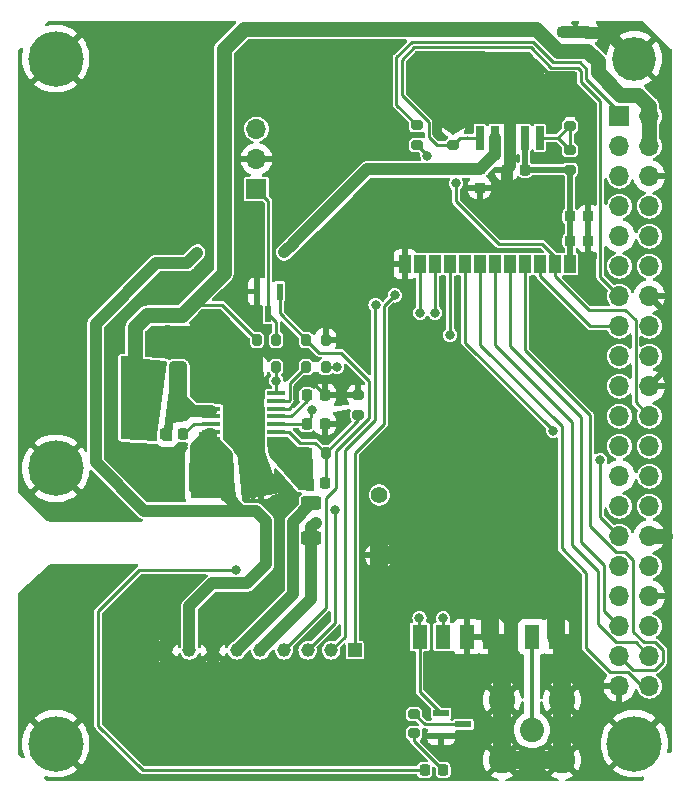
<source format=gtl>
%TF.GenerationSoftware,KiCad,Pcbnew,7.0.2-0*%
%TF.CreationDate,2024-05-07T14:52:59-07:00*%
%TF.ProjectId,RPi_interface,5250695f-696e-4746-9572-666163652e6b,1.1*%
%TF.SameCoordinates,Original*%
%TF.FileFunction,Copper,L1,Top*%
%TF.FilePolarity,Positive*%
%FSLAX46Y46*%
G04 Gerber Fmt 4.6, Leading zero omitted, Abs format (unit mm)*
G04 Created by KiCad (PCBNEW 7.0.2-0) date 2024-05-07 14:52:59*
%MOMM*%
%LPD*%
G01*
G04 APERTURE LIST*
G04 Aperture macros list*
%AMRoundRect*
0 Rectangle with rounded corners*
0 $1 Rounding radius*
0 $2 $3 $4 $5 $6 $7 $8 $9 X,Y pos of 4 corners*
0 Add a 4 corners polygon primitive as box body*
4,1,4,$2,$3,$4,$5,$6,$7,$8,$9,$2,$3,0*
0 Add four circle primitives for the rounded corners*
1,1,$1+$1,$2,$3*
1,1,$1+$1,$4,$5*
1,1,$1+$1,$6,$7*
1,1,$1+$1,$8,$9*
0 Add four rect primitives between the rounded corners*
20,1,$1+$1,$2,$3,$4,$5,0*
20,1,$1+$1,$4,$5,$6,$7,0*
20,1,$1+$1,$6,$7,$8,$9,0*
20,1,$1+$1,$8,$9,$2,$3,0*%
G04 Aperture macros list end*
%TA.AperFunction,SMDPad,CuDef*%
%ADD10RoundRect,0.200000X0.275000X-0.200000X0.275000X0.200000X-0.275000X0.200000X-0.275000X-0.200000X0*%
%TD*%
%TA.AperFunction,SMDPad,CuDef*%
%ADD11R,1.320800X0.558800*%
%TD*%
%TA.AperFunction,SMDPad,CuDef*%
%ADD12RoundRect,0.225000X0.250000X-0.225000X0.250000X0.225000X-0.250000X0.225000X-0.250000X-0.225000X0*%
%TD*%
%TA.AperFunction,ComponentPad*%
%ADD13C,4.700000*%
%TD*%
%TA.AperFunction,SMDPad,CuDef*%
%ADD14RoundRect,0.225000X-0.225000X-0.250000X0.225000X-0.250000X0.225000X0.250000X-0.225000X0.250000X0*%
%TD*%
%TA.AperFunction,SMDPad,CuDef*%
%ADD15R,0.650000X2.000000*%
%TD*%
%TA.AperFunction,SMDPad,CuDef*%
%ADD16R,3.200000X2.000000*%
%TD*%
%TA.AperFunction,SMDPad,CuDef*%
%ADD17RoundRect,0.250000X-0.325000X-1.100000X0.325000X-1.100000X0.325000X1.100000X-0.325000X1.100000X0*%
%TD*%
%TA.AperFunction,ComponentPad*%
%ADD18R,1.150000X1.150000*%
%TD*%
%TA.AperFunction,ComponentPad*%
%ADD19C,1.150000*%
%TD*%
%TA.AperFunction,SMDPad,CuDef*%
%ADD20RoundRect,0.333000X0.417000X1.767000X-0.417000X1.767000X-0.417000X-1.767000X0.417000X-1.767000X0*%
%TD*%
%TA.AperFunction,SMDPad,CuDef*%
%ADD21RoundRect,0.200000X-0.275000X0.200000X-0.275000X-0.200000X0.275000X-0.200000X0.275000X0.200000X0*%
%TD*%
%TA.AperFunction,ComponentPad*%
%ADD22C,3.700000*%
%TD*%
%TA.AperFunction,SMDPad,CuDef*%
%ADD23RoundRect,0.218750X0.218750X0.256250X-0.218750X0.256250X-0.218750X-0.256250X0.218750X-0.256250X0*%
%TD*%
%TA.AperFunction,SMDPad,CuDef*%
%ADD24RoundRect,0.200000X-0.200000X-0.275000X0.200000X-0.275000X0.200000X0.275000X-0.200000X0.275000X0*%
%TD*%
%TA.AperFunction,SMDPad,CuDef*%
%ADD25R,0.975000X1.500000*%
%TD*%
%TA.AperFunction,SMDPad,CuDef*%
%ADD26R,1.300000X2.000000*%
%TD*%
%TA.AperFunction,SMDPad,CuDef*%
%ADD27R,5.100000X7.300000*%
%TD*%
%TA.AperFunction,SMDPad,CuDef*%
%ADD28R,1.600200X0.304800*%
%TD*%
%TA.AperFunction,SMDPad,CuDef*%
%ADD29R,2.310000X2.460000*%
%TD*%
%TA.AperFunction,SMDPad,CuDef*%
%ADD30RoundRect,0.250000X0.325000X1.100000X-0.325000X1.100000X-0.325000X-1.100000X0.325000X-1.100000X0*%
%TD*%
%TA.AperFunction,SMDPad,CuDef*%
%ADD31RoundRect,0.250000X-0.625000X0.312500X-0.625000X-0.312500X0.625000X-0.312500X0.625000X0.312500X0*%
%TD*%
%TA.AperFunction,SMDPad,CuDef*%
%ADD32R,0.558800X1.320800*%
%TD*%
%TA.AperFunction,ComponentPad*%
%ADD33C,1.400000*%
%TD*%
%TA.AperFunction,ComponentPad*%
%ADD34O,1.400000X1.400000*%
%TD*%
%TA.AperFunction,SMDPad,CuDef*%
%ADD35RoundRect,0.200000X0.200000X0.275000X-0.200000X0.275000X-0.200000X-0.275000X0.200000X-0.275000X0*%
%TD*%
%TA.AperFunction,ComponentPad*%
%ADD36C,2.050000*%
%TD*%
%TA.AperFunction,ComponentPad*%
%ADD37C,2.250000*%
%TD*%
%TA.AperFunction,ComponentPad*%
%ADD38R,1.700000X1.700000*%
%TD*%
%TA.AperFunction,ComponentPad*%
%ADD39O,1.700000X1.700000*%
%TD*%
%TA.AperFunction,ViaPad*%
%ADD40C,0.800000*%
%TD*%
%TA.AperFunction,Conductor*%
%ADD41C,1.000000*%
%TD*%
%TA.AperFunction,Conductor*%
%ADD42C,0.250000*%
%TD*%
%TA.AperFunction,Conductor*%
%ADD43C,1.500000*%
%TD*%
%TA.AperFunction,Conductor*%
%ADD44C,1.270000*%
%TD*%
%TA.AperFunction,Conductor*%
%ADD45C,0.500000*%
%TD*%
%TA.AperFunction,Conductor*%
%ADD46C,0.342400*%
%TD*%
G04 APERTURE END LIST*
D10*
%TO.P,R6,1*%
%TO.N,V_RF*%
X137050000Y-60900000D03*
%TO.P,R6,2*%
%TO.N,Net-(U3-SENSE{slash}ADJ)*%
X137050000Y-59250000D03*
%TD*%
D11*
%TO.P,Q2,1,G*%
%TO.N,RF_TX_EN*%
X126135200Y-106922500D03*
%TO.P,Q2,2,S*%
%TO.N,GND*%
X126135200Y-108827500D03*
%TO.P,Q2,3,D*%
%TO.N,Net-(Q2-D)*%
X128014800Y-107875000D03*
%TD*%
D12*
%TO.P,C12,1,1*%
%TO.N,5V*%
X136425000Y-50825000D03*
%TO.P,C12,2,2*%
%TO.N,GND*%
X136425000Y-49275000D03*
%TD*%
D13*
%TO.P,H5,1,1*%
%TO.N,GND*%
X93500000Y-86200000D03*
%TD*%
D10*
%TO.P,R7,1*%
%TO.N,Net-(U3-SENSE{slash}ADJ)*%
X137050000Y-57225000D03*
%TO.P,R7,2*%
%TO.N,GND*%
X137050000Y-55575000D03*
%TD*%
D14*
%TO.P,C8,1*%
%TO.N,GND*%
X131675000Y-60900000D03*
%TO.P,C8,2*%
%TO.N,V_RF*%
X133225000Y-60900000D03*
%TD*%
D15*
%TO.P,U3,1,~{SHDN}*%
%TO.N,ENAB_RF*%
X129410000Y-58200000D03*
%TO.P,U3,2,IN*%
%TO.N,VBATT*%
X130680000Y-58200000D03*
%TO.P,U3,3,GND_1*%
%TO.N,GND*%
X131950000Y-58200000D03*
%TO.P,U3,4,OUT*%
%TO.N,V_RF*%
X133220000Y-58200000D03*
%TO.P,U3,5,SENSE/ADJ*%
%TO.N,Net-(U3-SENSE{slash}ADJ)*%
X134490000Y-58200000D03*
D16*
%TO.P,U3,6,GND_2*%
%TO.N,GND*%
X131950000Y-52200000D03*
%TD*%
D10*
%TO.P,R11,1*%
%TO.N,ENAB_RF*%
X127150000Y-58815000D03*
%TO.P,R11,2*%
%TO.N,GND*%
X127150000Y-57165000D03*
%TD*%
D17*
%TO.P,C3,1,1*%
%TO.N,VBATT*%
X107961341Y-86913659D03*
%TO.P,C3,2,2*%
%TO.N,GND*%
X110911341Y-86913659D03*
%TD*%
D18*
%TO.P,J2,1,1*%
%TO.N,TX*%
X118825000Y-101600000D03*
D19*
%TO.P,J2,2,2*%
%TO.N,RX*%
X116824999Y-101600000D03*
%TO.P,J2,3,3*%
%TO.N,ENAB_RPI*%
X114825000Y-101600000D03*
%TO.P,J2,4,4*%
%TO.N,RPI_RST*%
X112824999Y-101600000D03*
%TO.P,J2,5,5*%
%TO.N,PyCubed_AIN4*%
X110825001Y-101600000D03*
%TO.P,J2,6,6*%
%TO.N,PYCUBED_3V3*%
X108825000Y-101600000D03*
%TO.P,J2,7,7*%
%TO.N,GND*%
X106825001Y-101600000D03*
%TO.P,J2,8,8*%
%TO.N,VBATT*%
X104825000Y-101600000D03*
%TO.P,J2,9,9*%
%TO.N,GND*%
X102824999Y-101600000D03*
%TD*%
D20*
%TO.P,L1,1,1*%
%TO.N,Net-(U1-SW1)*%
X103836341Y-79213659D03*
%TO.P,L1,2,2*%
%TO.N,5V*%
X100236341Y-79213659D03*
%TD*%
D21*
%TO.P,R12,1*%
%TO.N,+3V3*%
X124100000Y-57150000D03*
%TO.P,R12,2*%
%TO.N,TCXO_EN*%
X124100000Y-58800000D03*
%TD*%
D22*
%TO.P,H2,1,1*%
%TO.N,GND*%
X142500000Y-51500000D03*
%TD*%
D23*
%TO.P,D1,1,K*%
%TO.N,Net-(D1-K)*%
X126300000Y-111750000D03*
%TO.P,D1,2,A*%
%TO.N,5V*%
X124725000Y-111750000D03*
%TD*%
D21*
%TO.P,R4,1,1*%
%TO.N,GND*%
X119123841Y-79988659D03*
%TO.P,R4,2,2*%
%TO.N,Net-(U1-VFB)*%
X119123841Y-81638659D03*
%TD*%
D14*
%TO.P,C10,1,1*%
%TO.N,V_RF*%
X137050000Y-66950000D03*
%TO.P,C10,2,2*%
%TO.N,GND*%
X138600000Y-66950000D03*
%TD*%
D24*
%TO.P,R8,1,1*%
%TO.N,5V*%
X110525000Y-75300000D03*
%TO.P,R8,2,2*%
%TO.N,Net-(J3-Pin_1)*%
X112175000Y-75300000D03*
%TD*%
D25*
%TO.P,U2,1,VCC*%
%TO.N,V_RF*%
X137060000Y-68910000D03*
%TO.P,U2,2,TCXOEN*%
%TO.N,TCXO_EN*%
X135790000Y-68910000D03*
%TO.P,U2,3,NRESET*%
%TO.N,RF_RST*%
X134520000Y-68910000D03*
%TO.P,U2,4,BUSY*%
%TO.N,RF_BUSY*%
X133250000Y-68910000D03*
%TO.P,U2,5,DIO1*%
%TO.N,RF_IO1*%
X131980000Y-68910000D03*
%TO.P,U2,6,DIO2*%
%TO.N,RF_IO2*%
X130710000Y-68910000D03*
%TO.P,U2,7,DIO3*%
%TO.N,RF_IO3*%
X129440000Y-68910000D03*
%TO.P,U2,8,NSS*%
%TO.N,RF_CS*%
X128170000Y-68910000D03*
%TO.P,U2,9,SCK*%
%TO.N,SCLK*%
X126900000Y-68910000D03*
%TO.P,U2,10,MOSI*%
%TO.N,MOSI*%
X125630000Y-68910000D03*
%TO.P,U2,11,MISO*%
%TO.N,MISO*%
X124360000Y-68910000D03*
%TO.P,U2,12,GND*%
%TO.N,GND*%
X123090000Y-68910000D03*
D26*
%TO.P,U2,13,TXEN*%
%TO.N,RF_TX_EN*%
X124310000Y-100450000D03*
%TO.P,U2,14,RXEN*%
%TO.N,RF_RX_EN*%
X126310000Y-100450000D03*
%TO.P,U2,15,GND*%
%TO.N,GND*%
X128310000Y-100450000D03*
%TO.P,U2,16,GND*%
X130310000Y-100450000D03*
%TO.P,U2,17,ANT*%
%TO.N,Net-(J4-In)*%
X133830000Y-100450000D03*
%TO.P,U2,18,GND*%
%TO.N,GND*%
X135830000Y-100450000D03*
D27*
%TO.P,U2,19,GND*%
X130560000Y-94550000D03*
%TD*%
D28*
%TO.P,U1,1,VO*%
%TO.N,5V*%
X112179541Y-83736363D03*
%TO.P,U1,2,VFB*%
%TO.N,Net-(U1-VFB)*%
X112179541Y-83086350D03*
%TO.P,U1,3,VREG5*%
%TO.N,Net-(U1-VREG5)*%
X112179541Y-82436341D03*
%TO.P,U1,4,SS*%
%TO.N,Net-(U1-SS)*%
X112179541Y-81786329D03*
%TO.P,U1,5,GND*%
%TO.N,GND*%
X112179541Y-81136317D03*
%TO.P,U1,6,PG*%
%TO.N,Net-(U1-PG)*%
X112179541Y-80486308D03*
%TO.P,U1,7,EN*%
%TO.N,ENAB_RPI*%
X112179541Y-79836295D03*
%TO.P,U1,8,PGND1*%
%TO.N,GND*%
X106642341Y-79836295D03*
%TO.P,U1,9,PGND2*%
X106642341Y-80486308D03*
%TO.P,U1,10,SW1*%
%TO.N,Net-(U1-SW1)*%
X106642341Y-81136317D03*
%TO.P,U1,11,SW2*%
X106642341Y-81786329D03*
%TO.P,U1,12,VBST*%
%TO.N,Net-(U1-VBST)*%
X106642341Y-82436341D03*
%TO.P,U1,13,VIN1*%
%TO.N,VBATT*%
X106642341Y-83086350D03*
%TO.P,U1,14,VIN2*%
X106642341Y-83736363D03*
D29*
%TO.P,U1,15,EPAD*%
%TO.N,GND*%
X109410941Y-81786329D03*
%TD*%
D12*
%TO.P,C2,1,1*%
%TO.N,GND*%
X104161341Y-74788659D03*
%TO.P,C2,2,2*%
%TO.N,5V*%
X104161341Y-73238659D03*
%TD*%
D30*
%TO.P,C4,1,1*%
%TO.N,VBATT*%
X105361341Y-86913659D03*
%TO.P,C4,2,2*%
%TO.N,GND*%
X102411341Y-86913659D03*
%TD*%
D14*
%TO.P,C5,1,1*%
%TO.N,Net-(U1-SW1)*%
X102761341Y-83313659D03*
%TO.P,C5,2,2*%
%TO.N,Net-(U1-VBST)*%
X104311341Y-83313659D03*
%TD*%
D31*
%TO.P,R1,2*%
%TO.N,PyCubed_AIN4*%
X115150000Y-92087500D03*
%TO.P,R1,1*%
%TO.N,PYCUBED_3V3*%
X115150000Y-89162500D03*
%TD*%
D14*
%TO.P,C7,1,1*%
%TO.N,Net-(U1-VREG5)*%
X114748841Y-82413659D03*
%TO.P,C7,2,2*%
%TO.N,GND*%
X116298841Y-82413659D03*
%TD*%
%TO.P,C6,1,1*%
%TO.N,Net-(U1-SS)*%
X114748841Y-79988659D03*
%TO.P,C6,2,2*%
%TO.N,GND*%
X116298841Y-79988659D03*
%TD*%
D32*
%TO.P,Q1,1,G*%
%TO.N,RPI_RST*%
X112462500Y-71220400D03*
%TO.P,Q1,2,S*%
%TO.N,GND*%
X110557500Y-71220400D03*
%TO.P,Q1,3,D*%
%TO.N,Net-(J3-Pin_1)*%
X111510000Y-73100000D03*
%TD*%
D12*
%TO.P,C14,1*%
%TO.N,GND*%
X129400000Y-62425000D03*
%TO.P,C14,2*%
%TO.N,VBATT*%
X129400000Y-60875000D03*
%TD*%
D13*
%TO.P,H4,1,1*%
%TO.N,GND*%
X142500000Y-109500000D03*
%TD*%
%TO.P,H1,1,1*%
%TO.N,GND*%
X93500000Y-51500000D03*
%TD*%
D24*
%TO.P,R9,1,1*%
%TO.N,RPI_RST*%
X114698841Y-75300000D03*
%TO.P,R9,2,2*%
%TO.N,GND*%
X116348841Y-75300000D03*
%TD*%
D10*
%TO.P,R10,1*%
%TO.N,Net-(D1-K)*%
X123850000Y-108625000D03*
%TO.P,R10,2*%
%TO.N,Net-(Q2-D)*%
X123850000Y-106975000D03*
%TD*%
D14*
%TO.P,C11,1,1*%
%TO.N,5V*%
X114748841Y-87413659D03*
%TO.P,C11,2,2*%
%TO.N,Net-(U1-VFB)*%
X116298841Y-87413659D03*
%TD*%
D12*
%TO.P,C1,1,1*%
%TO.N,GND*%
X101821341Y-74788659D03*
%TO.P,C1,2,2*%
%TO.N,5V*%
X101821341Y-73238659D03*
%TD*%
D14*
%TO.P,C9,1,1*%
%TO.N,V_RF*%
X137050000Y-64850000D03*
%TO.P,C9,2,2*%
%TO.N,GND*%
X138600000Y-64850000D03*
%TD*%
D33*
%TO.P,TH1,1*%
%TO.N,PyCubed_AIN4*%
X120900000Y-88460000D03*
D34*
%TO.P,TH1,2*%
%TO.N,GND*%
X120900000Y-93540000D03*
%TD*%
D13*
%TO.P,H3,1,1*%
%TO.N,GND*%
X93500000Y-109500000D03*
%TD*%
D35*
%TO.P,R3,1,1*%
%TO.N,Net-(U1-VFB)*%
X116348841Y-84913659D03*
%TO.P,R3,2,2*%
%TO.N,5V*%
X114698841Y-84913659D03*
%TD*%
D12*
%TO.P,C13,1,1*%
%TO.N,5V*%
X138520000Y-50845000D03*
%TO.P,C13,2,2*%
%TO.N,GND*%
X138520000Y-49295000D03*
%TD*%
D24*
%TO.P,R2,1,1*%
%TO.N,GND*%
X110511341Y-77613659D03*
%TO.P,R2,2,2*%
%TO.N,ENAB_RPI*%
X112161341Y-77613659D03*
%TD*%
D36*
%TO.P,J4,1,In*%
%TO.N,Net-(J4-In)*%
X133830000Y-108335000D03*
D37*
%TO.P,J4,2,Ext*%
%TO.N,GND*%
X131290000Y-105795000D03*
X131290000Y-110875000D03*
X136370000Y-105795000D03*
X136370000Y-110875000D03*
%TD*%
D24*
%TO.P,R5,1,1*%
%TO.N,Net-(U1-PG)*%
X114698841Y-77613659D03*
%TO.P,R5,2,2*%
%TO.N,Net-(U1-VREG5)*%
X116348841Y-77613659D03*
%TD*%
D38*
%TO.P,J3,1,Pin_1*%
%TO.N,Net-(J3-Pin_1)*%
X110500000Y-62540000D03*
D39*
%TO.P,J3,2,Pin_2*%
%TO.N,GND*%
X110500000Y-60000000D03*
%TO.P,J3,3,Pin_3*%
%TO.N,unconnected-(J3-Pin_3-Pad3)*%
X110500000Y-57460000D03*
%TD*%
D38*
%TO.P,J1,1,Pin_1*%
%TO.N,+3V3*%
X141230000Y-56370000D03*
D39*
%TO.P,J1,2,Pin_2*%
%TO.N,5V*%
X143770000Y-56370000D03*
%TO.P,J1,3,Pin_3*%
%TO.N,unconnected-(J1-Pin_3-Pad3)*%
X141230000Y-58910000D03*
%TO.P,J1,4,Pin_4*%
%TO.N,5V*%
X143770000Y-58910000D03*
%TO.P,J1,5,Pin_5*%
%TO.N,unconnected-(J1-Pin_5-Pad5)*%
X141230000Y-61450000D03*
%TO.P,J1,6,Pin_6*%
%TO.N,GND*%
X143770000Y-61450000D03*
%TO.P,J1,7,Pin_7*%
%TO.N,unconnected-(J1-Pin_7-Pad7)*%
X141230000Y-63990000D03*
%TO.P,J1,8,Pin_8*%
%TO.N,TX*%
X143770000Y-63990000D03*
%TO.P,J1,9,Pin_9*%
%TO.N,GND*%
X141230000Y-66530000D03*
%TO.P,J1,10,Pin_10*%
%TO.N,RX*%
X143770000Y-66530000D03*
%TO.P,J1,11,Pin_11*%
%TO.N,unconnected-(J1-Pin_11-Pad11)*%
X141230000Y-69070000D03*
%TO.P,J1,12,Pin_12*%
%TO.N,unconnected-(J1-Pin_12-Pad12)*%
X143770000Y-69070000D03*
%TO.P,J1,13,Pin_13*%
%TO.N,ENAB_RF*%
X141230000Y-71610000D03*
%TO.P,J1,14,Pin_14*%
%TO.N,GND*%
X143770000Y-71610000D03*
%TO.P,J1,15,Pin_15*%
%TO.N,RF_RST*%
X141230000Y-74150000D03*
%TO.P,J1,16,Pin_16*%
%TO.N,RF_TX_EN*%
X143770000Y-74150000D03*
%TO.P,J1,17,Pin_17*%
%TO.N,unconnected-(J1-Pin_17-Pad17)*%
X141230000Y-76690000D03*
%TO.P,J1,18,Pin_18*%
%TO.N,RF_RX_EN*%
X143770000Y-76690000D03*
%TO.P,J1,19,Pin_19*%
%TO.N,MOSI*%
X141230000Y-79230000D03*
%TO.P,J1,20,Pin_20*%
%TO.N,GND*%
X143770000Y-79230000D03*
%TO.P,J1,21,Pin_21*%
%TO.N,MISO*%
X141230000Y-81770000D03*
%TO.P,J1,22,Pin_22*%
%TO.N,TCXO_EN*%
X143770000Y-81770000D03*
%TO.P,J1,23,Pin_23*%
%TO.N,SCLK*%
X141230000Y-84310000D03*
%TO.P,J1,24,Pin_24*%
%TO.N,unconnected-(J1-Pin_24-Pad24)*%
X143770000Y-84310000D03*
%TO.P,J1,25,Pin_25*%
%TO.N,GND*%
X141230000Y-86850000D03*
%TO.P,J1,26,Pin_26*%
%TO.N,unconnected-(J1-Pin_26-Pad26)*%
X143770000Y-86850000D03*
%TO.P,J1,27,Pin_27*%
%TO.N,unconnected-(J1-Pin_27-Pad27)*%
X141230000Y-89390000D03*
%TO.P,J1,28,Pin_28*%
%TO.N,unconnected-(J1-Pin_28-Pad28)*%
X143770000Y-89390000D03*
%TO.P,J1,29,Pin_29*%
%TO.N,RF_CS*%
X141230000Y-91930000D03*
%TO.P,J1,30,Pin_30*%
%TO.N,GND*%
X143770000Y-91930000D03*
%TO.P,J1,31,Pin_31*%
%TO.N,unconnected-(J1-Pin_31-Pad31)*%
X141230000Y-94470000D03*
%TO.P,J1,32,Pin_32*%
%TO.N,unconnected-(J1-Pin_32-Pad32)*%
X143770000Y-94470000D03*
%TO.P,J1,33,Pin_33*%
%TO.N,unconnected-(J1-Pin_33-Pad33)*%
X141230000Y-97010000D03*
%TO.P,J1,34,Pin_34*%
%TO.N,GND*%
X143770000Y-97010000D03*
%TO.P,J1,35,Pin_35*%
%TO.N,RF_IO1*%
X141230000Y-99550000D03*
%TO.P,J1,36,Pin_36*%
%TO.N,unconnected-(J1-Pin_36-Pad36)*%
X143770000Y-99550000D03*
%TO.P,J1,37,Pin_37*%
%TO.N,RF_BUSY*%
X141230000Y-102090000D03*
%TO.P,J1,38,Pin_38*%
%TO.N,RF_IO2*%
X143770000Y-102090000D03*
%TO.P,J1,39,Pin_39*%
%TO.N,GND*%
X141230000Y-104630000D03*
%TO.P,J1,40,Pin_40*%
%TO.N,RF_IO3*%
X143770000Y-104630000D03*
%TD*%
D40*
%TO.N,GND*%
X109010000Y-83625000D03*
X131175000Y-64800000D03*
X108500000Y-99050000D03*
X130135000Y-88410000D03*
X129185000Y-88410000D03*
X117375000Y-59150000D03*
X101550000Y-105325000D03*
X129185000Y-89285000D03*
X106686341Y-77163659D03*
X108500000Y-99950000D03*
X103475000Y-103575000D03*
X105375000Y-104450000D03*
X105375000Y-105325000D03*
X107561341Y-74288659D03*
X132050000Y-64800000D03*
X131085000Y-89285000D03*
X100125000Y-102475000D03*
X103475000Y-105325000D03*
X99225000Y-101575000D03*
X109885000Y-83625000D03*
X131175000Y-63850000D03*
X130350000Y-54125000D03*
X107561341Y-75238659D03*
X105811341Y-74288659D03*
X138900000Y-68250000D03*
X126300000Y-55325000D03*
X125425000Y-54375000D03*
X117636341Y-82013659D03*
X102525000Y-103575000D03*
X110325000Y-79000000D03*
X124550000Y-54375000D03*
X124550000Y-52450000D03*
X106686341Y-74288659D03*
X104425000Y-103575000D03*
X108500000Y-98150000D03*
X102525000Y-105325000D03*
X132925000Y-63850000D03*
X107600000Y-99050000D03*
X132050000Y-63850000D03*
X131300000Y-54125000D03*
X132250000Y-55000000D03*
X130135000Y-89285000D03*
X117375000Y-60100000D03*
X131085000Y-88410000D03*
X126300000Y-52450000D03*
X108250000Y-104450000D03*
X108250000Y-105325000D03*
X109450000Y-79950000D03*
X129185000Y-90160000D03*
X107300000Y-104450000D03*
X133225000Y-55875000D03*
X119725000Y-67600000D03*
X120600000Y-67600000D03*
X125425000Y-52450000D03*
X110325000Y-79950000D03*
X108575000Y-79950000D03*
X132250000Y-55875000D03*
X106350000Y-103575000D03*
X107600000Y-99950000D03*
X106350000Y-105325000D03*
X107300000Y-103575000D03*
X105811341Y-77163659D03*
X107561341Y-77163659D03*
X99225000Y-100675000D03*
X99650000Y-85675000D03*
X102525000Y-104450000D03*
X130350000Y-55875000D03*
X131085000Y-90160000D03*
X108500000Y-97250000D03*
X98775000Y-84725000D03*
X120600000Y-66650000D03*
X99650000Y-84725000D03*
X130350000Y-55000000D03*
X126300000Y-54375000D03*
X101550000Y-103575000D03*
X107561341Y-76188659D03*
X116500000Y-60100000D03*
X110760000Y-83625000D03*
X109010000Y-84600000D03*
X100125000Y-100675000D03*
X121475000Y-66650000D03*
X110760000Y-84600000D03*
X99225000Y-102475000D03*
X130135000Y-90160000D03*
X131300000Y-55875000D03*
X105811341Y-75238659D03*
X100125000Y-101575000D03*
X119725000Y-66650000D03*
X124550000Y-55325000D03*
X109450000Y-79000000D03*
X107600000Y-97250000D03*
X109885000Y-84600000D03*
X126300000Y-53425000D03*
X106686341Y-75238659D03*
X133225000Y-54125000D03*
X108575000Y-79000000D03*
X104425000Y-105325000D03*
X103475000Y-104450000D03*
X104425000Y-104450000D03*
X132925000Y-64800000D03*
X125425000Y-55325000D03*
X105811341Y-76188659D03*
X124550000Y-53425000D03*
X101550000Y-104450000D03*
X107300000Y-105325000D03*
X125425000Y-53425000D03*
X131300000Y-55000000D03*
X106686341Y-76188659D03*
X115625000Y-60100000D03*
X132060000Y-90160000D03*
X106350000Y-104450000D03*
X98775000Y-85675000D03*
X132060000Y-88410000D03*
X107600000Y-98150000D03*
X132060000Y-89285000D03*
X121475000Y-67600000D03*
X116500000Y-59150000D03*
X115625000Y-59150000D03*
X105375000Y-103575000D03*
X108250000Y-103575000D03*
X132250000Y-54125000D03*
X133225000Y-55000000D03*
X117636341Y-80013659D03*
%TO.N,5V*%
X100961341Y-81788659D03*
X113236341Y-84813659D03*
X108762500Y-94837500D03*
X114136341Y-85713659D03*
X101511341Y-82688659D03*
X112286341Y-84813659D03*
X100011341Y-81788659D03*
X100561341Y-82688659D03*
X113186341Y-85713659D03*
%TO.N,VBATT*%
X112830000Y-67930000D03*
X105442500Y-67957500D03*
X113630000Y-67130000D03*
X104642500Y-68757500D03*
%TO.N,Net-(U1-VREG5)*%
X115236341Y-81213659D03*
X117336341Y-77613659D03*
%TO.N,TX*%
X122200000Y-71550000D03*
%TO.N,RX*%
X120579480Y-72374156D03*
%TO.N,RF_TX_EN*%
X124300000Y-98875000D03*
%TO.N,RF_RX_EN*%
X126300000Y-98875000D03*
%TO.N,MOSI*%
X125625000Y-73025000D03*
%TO.N,MISO*%
X124360000Y-73010000D03*
%TO.N,TCXO_EN*%
X127375000Y-62075000D03*
X124975000Y-59725000D03*
%TO.N,SCLK*%
X126900000Y-74900000D03*
%TO.N,RF_CS*%
X139600000Y-85475000D03*
X135600500Y-83000000D03*
%TO.N,PyCubed_AIN4*%
X115525000Y-90800000D03*
%TO.N,ENAB_RPI*%
X112179541Y-78790000D03*
X117112299Y-89687299D03*
%TD*%
D41*
%TO.N,VBATT*%
X110441371Y-89810000D02*
X111300000Y-90668629D01*
X106762500Y-95937500D02*
X104825000Y-97875000D01*
X111300000Y-90668629D02*
X111300000Y-94331371D01*
X111300000Y-94331371D02*
X109693871Y-95937500D01*
X109227047Y-89810000D02*
X110441371Y-89810000D01*
X109693871Y-95937500D02*
X106762500Y-95937500D01*
X104825000Y-97875000D02*
X104825000Y-101600000D01*
%TO.N,PyCubed_AIN4*%
X115150000Y-92087500D02*
X115150000Y-91175000D01*
X115150000Y-91175000D02*
X115525000Y-90800000D01*
%TO.N,PYCUBED_3V3*%
X108825000Y-101600000D02*
X113575000Y-96850000D01*
X113575000Y-90737500D02*
X115150000Y-89162500D01*
X113575000Y-96850000D02*
X113575000Y-90737500D01*
%TO.N,PyCubed_AIN4*%
X110825001Y-101600000D02*
X115150000Y-97275001D01*
X115150000Y-97275001D02*
X115150000Y-92087500D01*
%TO.N,GND*%
X102824999Y-101600000D02*
X101425000Y-101600000D01*
X102824999Y-101600000D02*
X102825000Y-102600000D01*
X102825000Y-100425000D02*
X102824999Y-101600000D01*
X106825001Y-101600000D02*
X106825001Y-100724999D01*
X106825001Y-100724999D02*
X107600000Y-99950000D01*
X106825000Y-102475000D02*
X106825001Y-101600000D01*
D42*
%TO.N,RPI_RST*%
X112824999Y-101600000D02*
X116375000Y-98049999D01*
X120061341Y-81918621D02*
X120061341Y-78811881D01*
X117250000Y-84729962D02*
X120061341Y-81918621D01*
X116375000Y-98049999D02*
X116375000Y-88700000D01*
X116375000Y-88700000D02*
X117250000Y-87825000D01*
X117250000Y-87825000D02*
X117250000Y-84729962D01*
X120061341Y-78811881D02*
X117649460Y-76400000D01*
X117649460Y-76400000D02*
X115798841Y-76400000D01*
X115798841Y-76400000D02*
X114698841Y-75300000D01*
D43*
%TO.N,GND*%
X136370000Y-100990000D02*
X135830000Y-100450000D01*
D44*
X143770000Y-91930000D02*
X145055000Y-91930000D01*
D42*
X115486341Y-79188659D02*
X115111341Y-78813659D01*
D43*
X120900000Y-94725000D02*
X120900000Y-93540000D01*
D41*
X131950000Y-58200000D02*
X131950000Y-56175000D01*
X138520000Y-49295000D02*
X140295000Y-49295000D01*
D43*
X136370000Y-105795000D02*
X136370000Y-100990000D01*
D41*
X131675000Y-60900000D02*
X131675000Y-63475000D01*
D45*
X145100000Y-72940000D02*
X143770000Y-71610000D01*
D43*
X122490000Y-93540000D02*
X120900000Y-93540000D01*
X132430000Y-94550000D02*
X130560000Y-94550000D01*
D45*
X138600000Y-66950000D02*
X138600000Y-64850000D01*
D43*
X131290000Y-105795000D02*
X131290000Y-101430000D01*
D42*
X113936341Y-79548342D02*
X113936341Y-80429617D01*
D45*
X143770000Y-79230000D02*
X145100000Y-77900000D01*
D41*
X131950000Y-60625000D02*
X131950000Y-58200000D01*
D43*
X130310000Y-100450000D02*
X130310000Y-96265000D01*
D41*
X131950000Y-56175000D02*
X132250000Y-55875000D01*
X131675000Y-63475000D02*
X132050000Y-63850000D01*
D42*
X117611341Y-79988659D02*
X117636341Y-80013659D01*
D41*
X140295000Y-49295000D02*
X142500000Y-51500000D01*
D45*
X145100000Y-77900000D02*
X145100000Y-72940000D01*
D42*
X116298841Y-79988659D02*
X115498841Y-79188659D01*
D43*
X136370000Y-110875000D02*
X131290000Y-110875000D01*
D41*
X131675000Y-60900000D02*
X131950000Y-60625000D01*
D43*
X120900000Y-93540000D02*
X120900000Y-92550000D01*
X136370000Y-105795000D02*
X136370000Y-110875000D01*
X135830000Y-97950000D02*
X132430000Y-94550000D01*
X131290000Y-105795000D02*
X131290000Y-110875000D01*
D45*
X138600000Y-66950000D02*
X138600000Y-67950000D01*
X138600000Y-67950000D02*
X138900000Y-68250000D01*
D42*
X115498841Y-79188659D02*
X115486341Y-79188659D01*
D41*
X138500000Y-49275000D02*
X138520000Y-49295000D01*
D42*
X113936341Y-80429617D02*
X113229641Y-81136317D01*
X117636341Y-80013659D02*
X117661341Y-79988659D01*
X117661341Y-79988659D02*
X119123841Y-79988659D01*
X113229641Y-81136317D02*
X112179541Y-81136317D01*
X115111341Y-78813659D02*
X114671024Y-78813659D01*
X114671024Y-78813659D02*
X113936341Y-79548342D01*
D41*
X136425000Y-49275000D02*
X138500000Y-49275000D01*
D42*
X116298841Y-79988659D02*
X117611341Y-79988659D01*
D43*
X131290000Y-101430000D02*
X130310000Y-100450000D01*
X135830000Y-100450000D02*
X135830000Y-97950000D01*
D44*
%TO.N,5V*%
X105060000Y-72340000D02*
X107740000Y-69660000D01*
X101821341Y-73238659D02*
X104161341Y-73238659D01*
D42*
X100875000Y-111750000D02*
X124725000Y-111750000D01*
D44*
X100236341Y-74243659D02*
X101241341Y-73238659D01*
X100236341Y-79213659D02*
X100236341Y-74243659D01*
X104161341Y-73238659D02*
X105060000Y-72340000D01*
X141250000Y-54550000D02*
X139375000Y-52675000D01*
D42*
X110525000Y-75300000D02*
X107565000Y-72340000D01*
D44*
X136000934Y-50825000D02*
X136425000Y-50825000D01*
X142780000Y-54550000D02*
X141250000Y-54550000D01*
X107740000Y-69660000D02*
X107740000Y-50720000D01*
X143770000Y-58910000D02*
X143770000Y-56370000D01*
D42*
X97100000Y-98300000D02*
X97100000Y-107975000D01*
X107565000Y-72340000D02*
X105060000Y-72340000D01*
D44*
X109435000Y-49025000D02*
X134200934Y-49025000D01*
X101241341Y-73238659D02*
X101821341Y-73238659D01*
D42*
X97100000Y-107975000D02*
X100875000Y-111750000D01*
X108762500Y-94837500D02*
X100562500Y-94837500D01*
D44*
X139375000Y-51700000D02*
X138520000Y-50845000D01*
X143770000Y-56370000D02*
X143770000Y-55540000D01*
X136445000Y-50845000D02*
X136425000Y-50825000D01*
X138520000Y-50845000D02*
X136445000Y-50845000D01*
X143770000Y-55540000D02*
X142780000Y-54550000D01*
X134200934Y-49025000D02*
X136000934Y-50825000D01*
X139375000Y-52675000D02*
X139375000Y-51700000D01*
X107740000Y-50720000D02*
X109435000Y-49025000D01*
D42*
X100562500Y-94837500D02*
X97100000Y-98300000D01*
D41*
%TO.N,VBATT*%
X104390000Y-89770000D02*
X106340000Y-89770000D01*
X130680000Y-59655000D02*
X130680000Y-58200000D01*
X107961341Y-86913659D02*
X107961341Y-85055363D01*
X100980000Y-89770000D02*
X104390000Y-89770000D01*
X105470000Y-67930000D02*
X105442500Y-67957500D01*
X109187047Y-89770000D02*
X109227047Y-89810000D01*
X105361341Y-86913659D02*
X105361341Y-84367350D01*
X96870000Y-75702024D02*
X96880000Y-75712024D01*
X106730000Y-89770000D02*
X109187047Y-89770000D01*
X112855000Y-67905000D02*
X113655000Y-67105000D01*
X109227047Y-89810000D02*
X107961341Y-88544294D01*
X107961341Y-85055363D02*
X106642341Y-83736363D01*
X107961341Y-88544294D02*
X107961341Y-86913659D01*
X104667500Y-68732500D02*
X105467500Y-67932500D01*
X96880000Y-85670000D02*
X100980000Y-89770000D01*
X119885000Y-60875000D02*
X129400000Y-60875000D01*
X130620000Y-59655000D02*
X129400000Y-60875000D01*
X96870000Y-73940000D02*
X96870000Y-75702024D01*
X104642500Y-68757500D02*
X104590000Y-68810000D01*
X96880000Y-75712024D02*
X96880000Y-85670000D01*
X130680000Y-59655000D02*
X130620000Y-59655000D01*
X104590000Y-68810000D02*
X102000000Y-68810000D01*
X107961341Y-86913659D02*
X105361341Y-86913659D01*
X107961341Y-88544294D02*
X107955706Y-88544294D01*
X106439950Y-83288741D02*
X106642341Y-83288741D01*
X113630000Y-67130000D02*
X119885000Y-60875000D01*
X102000000Y-68810000D02*
X96870000Y-73940000D01*
X105361341Y-84367350D02*
X106439950Y-83288741D01*
X106340000Y-89770000D02*
X106730000Y-89770000D01*
%TO.N,Net-(U1-SW1)*%
X105142241Y-81338708D02*
X106642341Y-81338708D01*
X103836341Y-80032808D02*
X105142241Y-81338708D01*
X103836341Y-79213659D02*
X103836341Y-80032808D01*
D42*
%TO.N,Net-(U1-VBST)*%
X106642341Y-82436341D02*
X105188659Y-82436341D01*
X105188659Y-82436341D02*
X104311341Y-83313659D01*
%TO.N,Net-(U1-SS)*%
X113442141Y-81786329D02*
X112179541Y-81786329D01*
X114748841Y-79988659D02*
X114748841Y-80479629D01*
X114748841Y-80479629D02*
X113442141Y-81786329D01*
%TO.N,Net-(U1-VREG5)*%
X114726159Y-82436341D02*
X114748841Y-82413659D01*
X112392041Y-82436341D02*
X114726159Y-82436341D01*
X115036341Y-82126159D02*
X115236341Y-81213659D01*
X116348841Y-77613659D02*
X117336341Y-77613659D01*
X114748841Y-82413659D02*
X115036341Y-82126159D01*
D45*
%TO.N,V_RF*%
X137060000Y-68910000D02*
X137075000Y-68895000D01*
X133220000Y-60895000D02*
X133225000Y-60900000D01*
X137075000Y-64875000D02*
X137050000Y-64850000D01*
X137075000Y-68895000D02*
X137075000Y-64875000D01*
X133220000Y-58200000D02*
X133220000Y-60895000D01*
X137050000Y-64850000D02*
X137050000Y-60900000D01*
X133225000Y-60900000D02*
X137050000Y-60900000D01*
D42*
%TO.N,+3V3*%
X141230000Y-56370000D02*
X141230000Y-56005000D01*
X138415000Y-53190000D02*
X138415000Y-52340000D01*
X141230000Y-56005000D02*
X138415000Y-53190000D01*
X137880000Y-51805000D02*
X135623288Y-51805000D01*
X133893288Y-50075000D02*
X123675000Y-50075000D01*
X122350000Y-51400000D02*
X122350000Y-55400000D01*
X122350000Y-55400000D02*
X124100000Y-57150000D01*
X123675000Y-50075000D02*
X122350000Y-51400000D01*
X135623288Y-51805000D02*
X133893288Y-50075000D01*
X138415000Y-52340000D02*
X137880000Y-51805000D01*
%TO.N,TX*%
X121300000Y-82400000D02*
X118825000Y-84875000D01*
X122200000Y-71550000D02*
X121300000Y-72450000D01*
X121300000Y-72450000D02*
X121300000Y-82400000D01*
X118825000Y-84875000D02*
X118825000Y-101600000D01*
%TO.N,RX*%
X117975000Y-100449999D02*
X116824999Y-101600000D01*
X117975000Y-84641358D02*
X117975000Y-100449999D01*
X120579480Y-72374156D02*
X120511341Y-72442295D01*
X120511341Y-72442295D02*
X120511341Y-82105017D01*
X120511341Y-82105017D02*
X117975000Y-84641358D01*
%TO.N,ENAB_RF*%
X123855698Y-50530698D02*
X122800000Y-51586396D01*
X125075000Y-58125000D02*
X125765000Y-58815000D01*
X139625000Y-55100000D02*
X137965000Y-53440000D01*
X139600000Y-69980000D02*
X139600000Y-68575305D01*
X125765000Y-58815000D02*
X127150000Y-58815000D01*
X128350000Y-58200000D02*
X129410000Y-58200000D01*
X141230000Y-71610000D02*
X139600000Y-69980000D01*
X122800000Y-51586396D02*
X122800000Y-54600305D01*
X137693604Y-52255000D02*
X135436892Y-52255000D01*
X133712590Y-50530698D02*
X123855698Y-50530698D01*
X135436892Y-52255000D02*
X133712590Y-50530698D01*
X122800000Y-54600305D02*
X125075000Y-56875305D01*
X128310000Y-58200000D02*
X128330000Y-58180000D01*
X139600000Y-68575305D02*
X139625000Y-68550305D01*
X127150000Y-58815000D02*
X127765000Y-58200000D01*
X125075000Y-56875305D02*
X125075000Y-58125000D01*
X137965000Y-52526396D02*
X137693604Y-52255000D01*
X137965000Y-53440000D02*
X137965000Y-52526396D01*
X139625000Y-68550305D02*
X139625000Y-55100000D01*
X128330000Y-58180000D02*
X128350000Y-58200000D01*
X127765000Y-58200000D02*
X128310000Y-58200000D01*
%TO.N,RF_RST*%
X134520000Y-68910000D02*
X134520000Y-69910000D01*
X138760000Y-74150000D02*
X141230000Y-74150000D01*
X134520000Y-69910000D02*
X138760000Y-74150000D01*
%TO.N,RF_TX_EN*%
X124310000Y-100450000D02*
X124300000Y-98875000D01*
X124310000Y-105097300D02*
X124310000Y-100450000D01*
X126135200Y-106922500D02*
X124310000Y-105097300D01*
%TO.N,RF_RX_EN*%
X126310000Y-100450000D02*
X126300000Y-98875000D01*
%TO.N,MOSI*%
X125630000Y-73020000D02*
X125625000Y-73025000D01*
X125630000Y-68910000D02*
X125630000Y-73020000D01*
%TO.N,MISO*%
X124360000Y-73010000D02*
X124360000Y-68910000D01*
%TO.N,TCXO_EN*%
X124975000Y-59675000D02*
X124975000Y-59725000D01*
X135790000Y-69910000D02*
X138665000Y-72785000D01*
X141716701Y-72785000D02*
X142595000Y-73663299D01*
X142595000Y-73663299D02*
X142595000Y-80595000D01*
X127375000Y-63550000D02*
X131025000Y-67200000D01*
X124100000Y-58800000D02*
X124975000Y-59675000D01*
X142595000Y-80595000D02*
X143770000Y-81770000D01*
X124975000Y-59725000D02*
X125025000Y-59725000D01*
X135790000Y-68910000D02*
X135790000Y-69910000D01*
X127375000Y-62075000D02*
X127375000Y-63550000D01*
X134697500Y-67200000D02*
X135790000Y-68292500D01*
X135790000Y-68292500D02*
X135790000Y-68910000D01*
X138665000Y-72785000D02*
X141716701Y-72785000D01*
X131025000Y-67200000D02*
X134697500Y-67200000D01*
X125025000Y-59725000D02*
X124950000Y-59650000D01*
%TO.N,SCLK*%
X126900000Y-68910000D02*
X126900000Y-74900000D01*
%TO.N,RF_CS*%
X139625000Y-90325000D02*
X139600000Y-85475000D01*
X135600500Y-83000000D02*
X135600500Y-82975500D01*
X135600500Y-82975500D02*
X128170000Y-75545000D01*
X141230000Y-91930000D02*
X139625000Y-90325000D01*
X128170000Y-75545000D02*
X128170000Y-68910000D01*
%TO.N,RF_IO1*%
X138000000Y-81875000D02*
X138000000Y-92448097D01*
X138000000Y-92448097D02*
X139950000Y-94398097D01*
X131980000Y-75855000D02*
X138000000Y-81875000D01*
X139950000Y-94398097D02*
X139950000Y-98270000D01*
X139950000Y-98270000D02*
X141230000Y-99550000D01*
X131980000Y-68910000D02*
X131980000Y-75855000D01*
%TO.N,RF_BUSY*%
X140933299Y-93295000D02*
X141716701Y-93295000D01*
X141716701Y-93295000D02*
X142405000Y-93983299D01*
X144256701Y-103265000D02*
X142405000Y-103265000D01*
X138725000Y-81675000D02*
X138725000Y-91086701D01*
X144945000Y-101603299D02*
X144945000Y-102576701D01*
X133250000Y-76200000D02*
X138725000Y-81675000D01*
X133250000Y-68910000D02*
X133250000Y-76200000D01*
X143283299Y-100915000D02*
X144256701Y-100915000D01*
X142405000Y-103265000D02*
X141230000Y-102090000D01*
X138725000Y-91086701D02*
X140933299Y-93295000D01*
X142405000Y-93983299D02*
X142405000Y-100036701D01*
X144945000Y-102576701D02*
X144256701Y-103265000D01*
X144256701Y-100915000D02*
X144945000Y-101603299D01*
X142405000Y-100036701D02*
X143283299Y-100915000D01*
%TO.N,RF_IO2*%
X139375000Y-94861396D02*
X137225000Y-92711396D01*
X139375000Y-99390000D02*
X139375000Y-94861396D01*
X143770000Y-102090000D02*
X142595000Y-100915000D01*
X142595000Y-100915000D02*
X140900000Y-100915000D01*
X137225000Y-82275000D02*
X130710000Y-75760000D01*
X130710000Y-75760000D02*
X130710000Y-68910000D01*
X137225000Y-92711396D02*
X137225000Y-82275000D01*
X140900000Y-100915000D02*
X139375000Y-99390000D01*
%TO.N,RF_IO3*%
X141928604Y-103425000D02*
X143133604Y-104630000D01*
X136325000Y-82625000D02*
X136325000Y-92975000D01*
X138400000Y-101425000D02*
X140400000Y-103425000D01*
X129440000Y-75740000D02*
X136325000Y-82625000D01*
X129440000Y-68910000D02*
X129440000Y-75740000D01*
X136325000Y-92975000D02*
X138400000Y-95050000D01*
X143133604Y-104630000D02*
X143770000Y-104630000D01*
X138400000Y-101425000D02*
X138400000Y-95050000D01*
X140400000Y-103425000D02*
X141928604Y-103425000D01*
%TO.N,RPI_RST*%
X112462500Y-73063659D02*
X112462500Y-71220400D01*
X114698841Y-75300000D02*
X112462500Y-73063659D01*
%TO.N,ENAB_RPI*%
X117112299Y-99312701D02*
X114825000Y-101600000D01*
X112179541Y-78790000D02*
X112179541Y-77631859D01*
X112179541Y-78790000D02*
X112179541Y-79836295D01*
X112179541Y-77631859D02*
X112161341Y-77613659D01*
X117112299Y-89687299D02*
X117112299Y-99312701D01*
%TO.N,Net-(J3-Pin_1)*%
X112175000Y-73765000D02*
X111510000Y-73100000D01*
X111510000Y-63550000D02*
X110500000Y-62540000D01*
X111510000Y-73100000D02*
X111510000Y-63550000D01*
X112175000Y-75300000D02*
X112175000Y-73765000D01*
D46*
%TO.N,Net-(J4-In)*%
X133830000Y-108335000D02*
X133830000Y-100450000D01*
D42*
%TO.N,Net-(U1-VFB)*%
X116348841Y-84913659D02*
X116348841Y-87388659D01*
X116348841Y-87388659D02*
X116323841Y-87413659D01*
X119123841Y-82138659D02*
X116348841Y-84913659D01*
X114156950Y-84013659D02*
X113229641Y-83086350D01*
X113229641Y-83086350D02*
X112179541Y-83086350D01*
X119123841Y-81638659D02*
X119123841Y-82138659D01*
X116348841Y-84913659D02*
X115448841Y-84013659D01*
X115448841Y-84013659D02*
X114156950Y-84013659D01*
%TO.N,Net-(U1-PG)*%
X113229641Y-80486308D02*
X112179541Y-80486308D01*
X113304641Y-80411308D02*
X113229641Y-80486308D01*
X113304641Y-79007859D02*
X113304641Y-80411308D01*
X114698841Y-77613659D02*
X113304641Y-79007859D01*
%TO.N,Net-(U3-SENSE{slash}ADJ)*%
X137050000Y-57225000D02*
X137050000Y-59250000D01*
X136000000Y-58200000D02*
X137050000Y-59250000D01*
X134490000Y-58200000D02*
X136000000Y-58200000D01*
X137050000Y-57225000D02*
X136975000Y-57225000D01*
X136975000Y-57225000D02*
X136000000Y-58200000D01*
%TO.N,Net-(D1-K)*%
X123850000Y-109300000D02*
X123850000Y-108625000D01*
X126300000Y-111750000D02*
X123850000Y-109300000D01*
%TO.N,Net-(Q2-D)*%
X124750000Y-107875000D02*
X128014800Y-107875000D01*
X123850000Y-106975000D02*
X124750000Y-107875000D01*
%TD*%
%TA.AperFunction,Conductor*%
%TO.N,VBATT*%
G36*
X105794368Y-83089241D02*
G01*
X107052243Y-83089240D01*
X107119282Y-83108925D01*
X107165037Y-83161728D01*
X107176223Y-83211026D01*
X107184581Y-83679025D01*
X107184686Y-83681326D01*
X107186631Y-83716412D01*
X107220112Y-83856377D01*
X107291651Y-83981205D01*
X107609776Y-84388405D01*
X107732241Y-84545160D01*
X107733503Y-84546587D01*
X107733511Y-84546596D01*
X107771880Y-84589965D01*
X107771892Y-84589978D01*
X107773145Y-84591394D01*
X107774495Y-84592744D01*
X108081614Y-84899863D01*
X108092612Y-84910536D01*
X108098110Y-84915710D01*
X108098230Y-84915816D01*
X108098804Y-84916340D01*
X108115953Y-84935709D01*
X108116496Y-84936470D01*
X108116516Y-84936498D01*
X108116533Y-84936521D01*
X108120961Y-84942539D01*
X108121070Y-84942687D01*
X108121436Y-84943165D01*
X108122916Y-84945113D01*
X108139354Y-84974315D01*
X108140506Y-84977217D01*
X108140546Y-84977317D01*
X108143440Y-84984297D01*
X108149425Y-84998141D01*
X108150337Y-85000163D01*
X108153182Y-85006485D01*
X108157841Y-85018509D01*
X108170250Y-85056304D01*
X108170746Y-85057614D01*
X108171216Y-85058941D01*
X108170537Y-85057088D01*
X108174710Y-85070304D01*
X108177713Y-85082103D01*
X108249258Y-85206942D01*
X108429761Y-85437986D01*
X108455413Y-85501816D01*
X108620720Y-87132039D01*
X108764721Y-88552151D01*
X108751901Y-88620833D01*
X108703983Y-88671681D01*
X108641355Y-88688659D01*
X105071312Y-88688659D01*
X105004273Y-88668974D01*
X104958518Y-88616170D01*
X104947314Y-88564013D01*
X104947376Y-88552149D01*
X104966073Y-84962225D01*
X104986106Y-84895293D01*
X104994800Y-84883507D01*
X105636341Y-84113659D01*
X105636341Y-83210297D01*
X105656026Y-83143258D01*
X105708830Y-83097503D01*
X105773592Y-83087007D01*
X105794368Y-83089241D01*
G37*
%TD.AperFunction*%
%TD*%
%TA.AperFunction,Conductor*%
%TO.N,Net-(U1-SW1)*%
G36*
X104277539Y-77438344D02*
G01*
X104323294Y-77491148D01*
X104334499Y-77542658D01*
X104334500Y-80045810D01*
X104346052Y-80153261D01*
X104396333Y-80288070D01*
X104482557Y-80403252D01*
X105038635Y-80959331D01*
X105078897Y-80995496D01*
X105080201Y-80996547D01*
X105080213Y-80996557D01*
X105098243Y-81011086D01*
X105099539Y-81012130D01*
X105143423Y-81043775D01*
X105274300Y-81103546D01*
X105341339Y-81123231D01*
X105341343Y-81123232D01*
X105483759Y-81143708D01*
X106512341Y-81143708D01*
X106579380Y-81163393D01*
X106625135Y-81216197D01*
X106636341Y-81267708D01*
X106636341Y-81659441D01*
X106616656Y-81726480D01*
X106563852Y-81772235D01*
X106512341Y-81783441D01*
X105797680Y-81783441D01*
X105797661Y-81783441D01*
X105794369Y-81783442D01*
X105791089Y-81783794D01*
X105791081Y-81783795D01*
X105734755Y-81789850D01*
X105699438Y-81803023D01*
X105656106Y-81810841D01*
X105271403Y-81810841D01*
X105250896Y-81808576D01*
X105180786Y-81810780D01*
X105176891Y-81810841D01*
X105149309Y-81810841D01*
X105145464Y-81811326D01*
X105145439Y-81811328D01*
X105145312Y-81811345D01*
X105133692Y-81812259D01*
X105090028Y-81813631D01*
X105070788Y-81819221D01*
X105051740Y-81823166D01*
X105031868Y-81825676D01*
X104991258Y-81841754D01*
X104980213Y-81845535D01*
X104938269Y-81857722D01*
X104921024Y-81867920D01*
X104903563Y-81876474D01*
X104884926Y-81883853D01*
X104849590Y-81909526D01*
X104839833Y-81915936D01*
X104802239Y-81938170D01*
X104788072Y-81952337D01*
X104773283Y-81964967D01*
X104757074Y-81976744D01*
X104729237Y-82010393D01*
X104721375Y-82019033D01*
X104598319Y-82142088D01*
X104536996Y-82175572D01*
X104526018Y-82177448D01*
X103436341Y-82313658D01*
X103406139Y-82796879D01*
X103400086Y-82828147D01*
X103370991Y-82915949D01*
X103361160Y-83012181D01*
X103361158Y-83012201D01*
X103360841Y-83015314D01*
X103360841Y-83018461D01*
X103360841Y-83018462D01*
X103360841Y-83517766D01*
X103360600Y-83525501D01*
X103343607Y-83797394D01*
X103319779Y-83863075D01*
X103264223Y-83905447D01*
X103219848Y-83913659D01*
X102686965Y-83913659D01*
X102619926Y-83893974D01*
X102574171Y-83841170D01*
X102563977Y-83773846D01*
X102581808Y-83635164D01*
X102611201Y-83406547D01*
X102611404Y-83404599D01*
X102614296Y-83374370D01*
X102614440Y-83372375D01*
X102615308Y-83358557D01*
X102615388Y-83356573D01*
X102616340Y-83326272D01*
X102616356Y-83324301D01*
X102616340Y-83106674D01*
X102625436Y-83060058D01*
X102644859Y-83012181D01*
X102648158Y-83004050D01*
X102660661Y-82963569D01*
X102679047Y-82878855D01*
X103367162Y-77526845D01*
X103395235Y-77462864D01*
X103453443Y-77424217D01*
X103490150Y-77418659D01*
X104210500Y-77418659D01*
X104277539Y-77438344D01*
G37*
%TD.AperFunction*%
%TD*%
%TA.AperFunction,Conductor*%
%TO.N,GND*%
G36*
X133727887Y-51006321D02*
G01*
X136000000Y-54500000D01*
X138175000Y-54350000D01*
X138180000Y-56480000D01*
X136690000Y-56440000D01*
X136290000Y-57010000D01*
X134887539Y-57010000D01*
X134834749Y-56999500D01*
X134834748Y-56999500D01*
X134145252Y-56999500D01*
X134145251Y-56999500D01*
X134092460Y-57010000D01*
X133617539Y-57010000D01*
X133564749Y-56999500D01*
X133564748Y-56999500D01*
X132875252Y-56999500D01*
X132875251Y-56999500D01*
X132822460Y-57010000D01*
X131077539Y-57010000D01*
X131024749Y-56999500D01*
X131024748Y-56999500D01*
X130335252Y-56999500D01*
X130335251Y-56999500D01*
X130282460Y-57010000D01*
X129807539Y-57010000D01*
X129754749Y-56999500D01*
X129754748Y-56999500D01*
X129065252Y-56999500D01*
X129065251Y-56999500D01*
X129012460Y-57010000D01*
X128700000Y-57010000D01*
X127150000Y-57990000D01*
X125294921Y-56634595D01*
X125291280Y-56631259D01*
X124039192Y-55379171D01*
X123900658Y-50946064D01*
X123921723Y-50925000D01*
X133646566Y-50925000D01*
X133727887Y-51006321D01*
G37*
%TD.AperFunction*%
%TD*%
%TA.AperFunction,Conductor*%
%TO.N,5V*%
G36*
X113134658Y-83562333D02*
G01*
X113201169Y-83583729D01*
X113221772Y-83601304D01*
X113986341Y-84413659D01*
X115122096Y-84459089D01*
X115188295Y-84481437D01*
X115231903Y-84536028D01*
X115241035Y-84577898D01*
X115380611Y-87974229D01*
X115363696Y-88042021D01*
X115312816Y-88089905D01*
X115247206Y-88102956D01*
X114136182Y-88017492D01*
X114070849Y-87992723D01*
X114053093Y-87976328D01*
X114051224Y-87974229D01*
X111626752Y-85252015D01*
X111603062Y-85212585D01*
X111448133Y-84793866D01*
X111440465Y-84753811D01*
X111422441Y-84001621D01*
X111420482Y-83977818D01*
X111392594Y-83904758D01*
X111384441Y-83860537D01*
X111384441Y-83644675D01*
X111404126Y-83577636D01*
X111456930Y-83531881D01*
X111511612Y-83520717D01*
X113134658Y-83562333D01*
G37*
%TD.AperFunction*%
%TD*%
%TA.AperFunction,Conductor*%
%TO.N,5V*%
G36*
X100791820Y-76777929D02*
G01*
X100857481Y-76801808D01*
X100899294Y-76856073D01*
X100902354Y-76863810D01*
X100902355Y-76863811D01*
X100969560Y-76925840D01*
X101057024Y-76952567D01*
X102783312Y-77077358D01*
X102848756Y-77101825D01*
X102890585Y-77157790D01*
X102897358Y-77216848D01*
X102177674Y-82814393D01*
X102165171Y-82854874D01*
X102126621Y-82930533D01*
X102110840Y-83030169D01*
X102110840Y-83326272D01*
X102109828Y-83342085D01*
X102051196Y-83798115D01*
X102023123Y-83862097D01*
X101964915Y-83900744D01*
X101920094Y-83906036D01*
X99102227Y-83721258D01*
X99036620Y-83697229D01*
X98994418Y-83641545D01*
X98986341Y-83597524D01*
X98986341Y-76795754D01*
X99006026Y-76728715D01*
X99058830Y-76682960D01*
X99118169Y-76672002D01*
X100791820Y-76777929D01*
G37*
%TD.AperFunction*%
%TD*%
%TA.AperFunction,Conductor*%
%TO.N,GND*%
G36*
X104439175Y-89069500D02*
G01*
X101321518Y-89069500D01*
X101254479Y-89049815D01*
X101233837Y-89033181D01*
X100493127Y-88292471D01*
X100511341Y-84813659D01*
X104461341Y-84813659D01*
X104439175Y-89069500D01*
G37*
%TD.AperFunction*%
%TD*%
%TA.AperFunction,Conductor*%
%TO.N,GND*%
G36*
X109888181Y-75123507D02*
G01*
X109921666Y-75184830D01*
X109924500Y-75211188D01*
X109924500Y-75606514D01*
X109924501Y-75606518D01*
X109939354Y-75700304D01*
X109939354Y-75700305D01*
X109939355Y-75700306D01*
X109996949Y-75813342D01*
X110086656Y-75903049D01*
X110086658Y-75903050D01*
X110199696Y-75960646D01*
X110293481Y-75975500D01*
X110608600Y-75975499D01*
X111040000Y-76620000D01*
X111178941Y-82418254D01*
X111178941Y-82608489D01*
X111184123Y-82634547D01*
X111189547Y-82860878D01*
X111178941Y-82914201D01*
X111178941Y-82914202D01*
X111178941Y-83258498D01*
X111190574Y-83316981D01*
X111200845Y-83332352D01*
X111204500Y-83484889D01*
X111190573Y-83505732D01*
X111178941Y-83564214D01*
X111178941Y-83908511D01*
X111190573Y-83966993D01*
X111217000Y-84006544D01*
X111236341Y-84813659D01*
X112528659Y-88306341D01*
X109303659Y-88856341D01*
X108940000Y-85270000D01*
X108647603Y-84895732D01*
X108646481Y-84886491D01*
X108642888Y-84877019D01*
X108636863Y-84855407D01*
X108635036Y-84845432D01*
X108610350Y-84790583D01*
X108607493Y-84783689D01*
X108586159Y-84727433D01*
X108586157Y-84727431D01*
X108586157Y-84727429D01*
X108580403Y-84719094D01*
X108569374Y-84699540D01*
X108565219Y-84690307D01*
X108528121Y-84642954D01*
X108523693Y-84636936D01*
X108489525Y-84587435D01*
X108489524Y-84587434D01*
X108444494Y-84547541D01*
X108439056Y-84542421D01*
X108130587Y-84233952D01*
X107690000Y-83670000D01*
X107642941Y-81034695D01*
X107642941Y-80964168D01*
X107641557Y-80957212D01*
X107640000Y-80870000D01*
X107606924Y-80869193D01*
X107586993Y-80839364D01*
X107520671Y-80795049D01*
X107462190Y-80783417D01*
X107462189Y-80783417D01*
X107109638Y-80783417D01*
X107042599Y-80763732D01*
X107039198Y-80761467D01*
X106970271Y-80713890D01*
X106811213Y-80653568D01*
X106688433Y-80638659D01*
X106688421Y-80638658D01*
X106684713Y-80638208D01*
X106680964Y-80638208D01*
X105483759Y-80638208D01*
X105416720Y-80618523D01*
X105396078Y-80601889D01*
X104840000Y-80045810D01*
X104840000Y-77020000D01*
X104545572Y-76998716D01*
X104517274Y-76977257D01*
X104517273Y-76977256D01*
X104380842Y-76923455D01*
X104380839Y-76923454D01*
X104380838Y-76923454D01*
X104298786Y-76913600D01*
X104298776Y-76913599D01*
X104295109Y-76913159D01*
X103377573Y-76913159D01*
X103373906Y-76913599D01*
X103373895Y-76913600D01*
X103371730Y-76913860D01*
X101071841Y-76747602D01*
X101071841Y-74641096D01*
X101091526Y-74574057D01*
X101108160Y-74553415D01*
X101286390Y-74375185D01*
X101531557Y-74130017D01*
X102865000Y-74145000D01*
X104865000Y-74145000D01*
X105365000Y-73520000D01*
X108284674Y-73520000D01*
X109888181Y-75123507D01*
G37*
%TD.AperFunction*%
%TD*%
%TA.AperFunction,Conductor*%
%TO.N,GND*%
G36*
X108745600Y-48320185D02*
G01*
X108791355Y-48372989D01*
X108801299Y-48442147D01*
X108772274Y-48505703D01*
X108766242Y-48512181D01*
X107176792Y-50101630D01*
X107169391Y-50108454D01*
X107129851Y-50142041D01*
X107082724Y-50204035D01*
X107080658Y-50206679D01*
X107031696Y-50267590D01*
X107019989Y-50286465D01*
X106987173Y-50357394D01*
X106985724Y-50360417D01*
X106951004Y-50430426D01*
X106943624Y-50451386D01*
X106926819Y-50527732D01*
X106926053Y-50530999D01*
X106907199Y-50606814D01*
X106904500Y-50628855D01*
X106904500Y-50706972D01*
X106904455Y-50710330D01*
X106902337Y-50788484D01*
X106904500Y-50811228D01*
X106904500Y-69262562D01*
X106884815Y-69329601D01*
X106868181Y-69350243D01*
X105709557Y-70508867D01*
X104533466Y-71684958D01*
X104533464Y-71684960D01*
X104177979Y-72040446D01*
X103851585Y-72366840D01*
X103790262Y-72400325D01*
X103763904Y-72403159D01*
X101280350Y-72403159D01*
X101270287Y-72402750D01*
X101245311Y-72400716D01*
X101218583Y-72398540D01*
X101218582Y-72398540D01*
X101141402Y-72409055D01*
X101138071Y-72409463D01*
X101060397Y-72417911D01*
X101038769Y-72422980D01*
X100965413Y-72449929D01*
X100962249Y-72451042D01*
X100888194Y-72475995D01*
X100868156Y-72485597D01*
X100802313Y-72527683D01*
X100799463Y-72529451D01*
X100732507Y-72569738D01*
X100715004Y-72583421D01*
X100659770Y-72638654D01*
X100657366Y-72640994D01*
X100600600Y-72694766D01*
X100586044Y-72712379D01*
X99673136Y-73625287D01*
X99665733Y-73632112D01*
X99626194Y-73665697D01*
X99579066Y-73727694D01*
X99576998Y-73730339D01*
X99528040Y-73791244D01*
X99516330Y-73810124D01*
X99483514Y-73881053D01*
X99482065Y-73884076D01*
X99447345Y-73954085D01*
X99439965Y-73975045D01*
X99423160Y-74051391D01*
X99422394Y-74054658D01*
X99403540Y-74130473D01*
X99400841Y-74152514D01*
X99400841Y-74230631D01*
X99400796Y-74233989D01*
X99398678Y-74312143D01*
X99400841Y-74334887D01*
X99400841Y-76351885D01*
X99381156Y-76418924D01*
X99328352Y-76464679D01*
X99269009Y-76475637D01*
X99134961Y-76467153D01*
X99134956Y-76467152D01*
X99131149Y-76466912D01*
X99127351Y-76467139D01*
X99127339Y-76467139D01*
X99084660Y-76469691D01*
X99084655Y-76469691D01*
X99080851Y-76469919D01*
X99077102Y-76470611D01*
X99077096Y-76470612D01*
X99022768Y-76480644D01*
X99022719Y-76480654D01*
X99021512Y-76480877D01*
X99014199Y-76482542D01*
X99004966Y-76484644D01*
X98924254Y-76527654D01*
X98872899Y-76572153D01*
X98872859Y-76572189D01*
X98871452Y-76573409D01*
X98870110Y-76574724D01*
X98853497Y-76591001D01*
X98808850Y-76670818D01*
X98791689Y-76729264D01*
X98789166Y-76737856D01*
X98780841Y-76795754D01*
X98780841Y-83597524D01*
X98781093Y-83600294D01*
X98781094Y-83600315D01*
X98783960Y-83631816D01*
X98783962Y-83631833D01*
X98784215Y-83634610D01*
X98784720Y-83637364D01*
X98784721Y-83637369D01*
X98792292Y-83678631D01*
X98793003Y-83682319D01*
X98830637Y-83765667D01*
X98854669Y-83797376D01*
X98872842Y-83821354D01*
X98889220Y-83840420D01*
X98965945Y-83890194D01*
X99031552Y-83914223D01*
X99088780Y-83926318D01*
X101906647Y-84111096D01*
X101944190Y-84110118D01*
X101989011Y-84104826D01*
X101993045Y-84104310D01*
X102024186Y-84092526D01*
X102093852Y-84087212D01*
X102155334Y-84120406D01*
X102172382Y-84141459D01*
X102192140Y-84172202D01*
X102237895Y-84225006D01*
X102346629Y-84319226D01*
X102477506Y-84378997D01*
X102544545Y-84398682D01*
X102544549Y-84398683D01*
X102686965Y-84419159D01*
X103217012Y-84419159D01*
X103219848Y-84419159D01*
X103311834Y-84410719D01*
X103356209Y-84402507D01*
X103445121Y-84377471D01*
X103570777Y-84307386D01*
X103623222Y-84267386D01*
X103625833Y-84265523D01*
X103626332Y-84265014D01*
X103626336Y-84265012D01*
X103727157Y-84162363D01*
X103794975Y-84035468D01*
X103794977Y-84035460D01*
X103797609Y-84030537D01*
X103846569Y-83980690D01*
X103914706Y-83965225D01*
X103933795Y-83970443D01*
X103933817Y-83970306D01*
X104052851Y-83989159D01*
X104571586Y-83989159D01*
X104638625Y-84008844D01*
X104684380Y-84061648D01*
X104694324Y-84130806D01*
X104689449Y-84147577D01*
X104685816Y-84167397D01*
X104679795Y-84188998D01*
X104676200Y-84198478D01*
X104668950Y-84258177D01*
X104667824Y-84265576D01*
X104656982Y-84324740D01*
X104660615Y-84384783D01*
X104660841Y-84392270D01*
X104660841Y-84449746D01*
X104641156Y-84516785D01*
X104632101Y-84529128D01*
X104606464Y-84559893D01*
X104605327Y-84561321D01*
X104588002Y-84583431D01*
X104586900Y-84584902D01*
X104579308Y-84595217D01*
X104578242Y-84596731D01*
X104562292Y-84619765D01*
X104501831Y-84750347D01*
X104482628Y-84814509D01*
X104481799Y-84817280D01*
X104481798Y-84817285D01*
X104481572Y-84818794D01*
X104481572Y-84818800D01*
X104460581Y-84959578D01*
X104461341Y-84813659D01*
X100511341Y-84813659D01*
X100493127Y-88292471D01*
X97616819Y-85416162D01*
X97583334Y-85354839D01*
X97580500Y-85328481D01*
X97580500Y-75736932D01*
X97580726Y-75729445D01*
X97581294Y-75720054D01*
X97584357Y-75669418D01*
X97573510Y-75610230D01*
X97572392Y-75602886D01*
X97571401Y-75594723D01*
X97570500Y-75579811D01*
X97570500Y-74281517D01*
X97590185Y-74214478D01*
X97606819Y-74193837D01*
X102253837Y-69546819D01*
X102315160Y-69513334D01*
X102341518Y-69510500D01*
X104565079Y-69510500D01*
X104572566Y-69510726D01*
X104575706Y-69510915D01*
X104632606Y-69514358D01*
X104691782Y-69503513D01*
X104699181Y-69502387D01*
X104758872Y-69495140D01*
X104768335Y-69491550D01*
X104789958Y-69485522D01*
X104799932Y-69483695D01*
X104854808Y-69458996D01*
X104861673Y-69456152D01*
X104917930Y-69434818D01*
X104926270Y-69429060D01*
X104945819Y-69418035D01*
X104955057Y-69413878D01*
X105002413Y-69376775D01*
X105008420Y-69372355D01*
X105057929Y-69338183D01*
X105097816Y-69293158D01*
X105102934Y-69287722D01*
X105185228Y-69205429D01*
X105185229Y-69205426D01*
X105992790Y-68397867D01*
X105992789Y-68397867D01*
X105995290Y-68395367D01*
X105995293Y-68395362D01*
X106028125Y-68362531D01*
X106037642Y-68341307D01*
X106073878Y-68295057D01*
X106143695Y-68139931D01*
X106174358Y-67972606D01*
X106164086Y-67802804D01*
X106154666Y-67772573D01*
X106113479Y-67640396D01*
X106074181Y-67575390D01*
X106034894Y-67510400D01*
X106025471Y-67494813D01*
X105905186Y-67374528D01*
X105759603Y-67286520D01*
X105597199Y-67235914D01*
X105469844Y-67228210D01*
X105427394Y-67225642D01*
X105427393Y-67225642D01*
X105260068Y-67256305D01*
X105104944Y-67326121D01*
X105007572Y-67402406D01*
X105007557Y-67402418D01*
X105004633Y-67404710D01*
X105002133Y-67407209D01*
X105002133Y-67407210D01*
X105002010Y-67407332D01*
X105001993Y-67407348D01*
X104984710Y-67424624D01*
X104984694Y-67424648D01*
X104336162Y-68073181D01*
X104274839Y-68106666D01*
X104248481Y-68109500D01*
X102024921Y-68109500D01*
X102017434Y-68109274D01*
X101957391Y-68105641D01*
X101898227Y-68116483D01*
X101890828Y-68117610D01*
X101831124Y-68124860D01*
X101821651Y-68128453D01*
X101800047Y-68134476D01*
X101790069Y-68136305D01*
X101735225Y-68160987D01*
X101728310Y-68163851D01*
X101672070Y-68185181D01*
X101663723Y-68190943D01*
X101644187Y-68201961D01*
X101634946Y-68206120D01*
X101587609Y-68243206D01*
X101581579Y-68247643D01*
X101532070Y-68281817D01*
X101492177Y-68326846D01*
X101487044Y-68332298D01*
X96392290Y-73427051D01*
X96386838Y-73432183D01*
X96341816Y-73472070D01*
X96307649Y-73521568D01*
X96303213Y-73527597D01*
X96266121Y-73574942D01*
X96261961Y-73584186D01*
X96250941Y-73603725D01*
X96245182Y-73612069D01*
X96223853Y-73668305D01*
X96220989Y-73675219D01*
X96196303Y-73730070D01*
X96194475Y-73740047D01*
X96188454Y-73761648D01*
X96184859Y-73771128D01*
X96177609Y-73830827D01*
X96176483Y-73838226D01*
X96165641Y-73897390D01*
X96169274Y-73957433D01*
X96169500Y-73964920D01*
X96169500Y-75677103D01*
X96169274Y-75684590D01*
X96165641Y-75744631D01*
X96176485Y-75803806D01*
X96177610Y-75811193D01*
X96177871Y-75813342D01*
X96178594Y-75819297D01*
X96179500Y-75834251D01*
X96179500Y-84678255D01*
X96159815Y-84745294D01*
X96107011Y-84791049D01*
X96037853Y-84800993D01*
X95974297Y-84771968D01*
X95948113Y-84740255D01*
X95886984Y-84634376D01*
X95883017Y-84628345D01*
X95687640Y-84365910D01*
X94614925Y-85438625D01*
X94538110Y-85328922D01*
X94371078Y-85161890D01*
X94261373Y-85085073D01*
X95330709Y-84015737D01*
X95330708Y-84015736D01*
X95207558Y-83912401D01*
X95201760Y-83908084D01*
X94930434Y-83729630D01*
X94924185Y-83726023D01*
X94633977Y-83580274D01*
X94627338Y-83577411D01*
X94322161Y-83466335D01*
X94315271Y-83464272D01*
X93999231Y-83389369D01*
X93992165Y-83388123D01*
X93669564Y-83350417D01*
X93662395Y-83350000D01*
X93337605Y-83350000D01*
X93330435Y-83350417D01*
X93007834Y-83388123D01*
X93000768Y-83389369D01*
X92684728Y-83464272D01*
X92677838Y-83466335D01*
X92372661Y-83577411D01*
X92366022Y-83580274D01*
X92075814Y-83726023D01*
X92069565Y-83729630D01*
X91798241Y-83908083D01*
X91792440Y-83912402D01*
X91669289Y-84015736D01*
X92738626Y-85085073D01*
X92628922Y-85161890D01*
X92461890Y-85328922D01*
X92385073Y-85438626D01*
X91312357Y-84365910D01*
X91116983Y-84628344D01*
X91113016Y-84634376D01*
X90950635Y-84915629D01*
X90947402Y-84922065D01*
X90818761Y-85220287D01*
X90816305Y-85227036D01*
X90723156Y-85538175D01*
X90721494Y-85545188D01*
X90665101Y-85865008D01*
X90664262Y-85872187D01*
X90645380Y-86196394D01*
X90645380Y-86203605D01*
X90664262Y-86527812D01*
X90665101Y-86534991D01*
X90721494Y-86854811D01*
X90723156Y-86861824D01*
X90816305Y-87172963D01*
X90818761Y-87179712D01*
X90947402Y-87477934D01*
X90950635Y-87484370D01*
X91113016Y-87765623D01*
X91116982Y-87771654D01*
X91312358Y-88034088D01*
X92385073Y-86961372D01*
X92461890Y-87071078D01*
X92628922Y-87238110D01*
X92738626Y-87314925D01*
X91669289Y-88384261D01*
X91669290Y-88384262D01*
X91792441Y-88487598D01*
X91798239Y-88491915D01*
X92069565Y-88670369D01*
X92075814Y-88673976D01*
X92366022Y-88819725D01*
X92372661Y-88822588D01*
X92677838Y-88933664D01*
X92684728Y-88935727D01*
X93000768Y-89010630D01*
X93007834Y-89011876D01*
X93330435Y-89049582D01*
X93337605Y-89050000D01*
X93662395Y-89050000D01*
X93669564Y-89049582D01*
X93992165Y-89011876D01*
X93999231Y-89010630D01*
X94315271Y-88935727D01*
X94322161Y-88933664D01*
X94627338Y-88822588D01*
X94633977Y-88819725D01*
X94924185Y-88673976D01*
X94930434Y-88670369D01*
X95201760Y-88491915D01*
X95207558Y-88487598D01*
X95330708Y-88384262D01*
X95330709Y-88384261D01*
X94261373Y-87314925D01*
X94371078Y-87238110D01*
X94538110Y-87071078D01*
X94614926Y-86961373D01*
X95687640Y-88034088D01*
X95883017Y-87771654D01*
X95886983Y-87765623D01*
X96049364Y-87484370D01*
X96052597Y-87477934D01*
X96181238Y-87179712D01*
X96183694Y-87172963D01*
X96276843Y-86861824D01*
X96278505Y-86854811D01*
X96334898Y-86534991D01*
X96335737Y-86527812D01*
X96342313Y-86414912D01*
X96365862Y-86349131D01*
X96421237Y-86306523D01*
X96490857Y-86300618D01*
X96552617Y-86333289D01*
X96553784Y-86334441D01*
X100467051Y-90247707D01*
X100472171Y-90253145D01*
X100512071Y-90298183D01*
X100548147Y-90323084D01*
X100561574Y-90332352D01*
X100567603Y-90336788D01*
X100614944Y-90373878D01*
X100624183Y-90378036D01*
X100643719Y-90389053D01*
X100652070Y-90394818D01*
X100708326Y-90416152D01*
X100715220Y-90419009D01*
X100770069Y-90443695D01*
X100780044Y-90445522D01*
X100801653Y-90451546D01*
X100811128Y-90455140D01*
X100811129Y-90455140D01*
X100822778Y-90459558D01*
X100878480Y-90501737D01*
X100902537Y-90567335D01*
X100887310Y-90635525D01*
X100837633Y-90684658D01*
X100778806Y-90699500D01*
X93003481Y-90699500D01*
X92996528Y-90699305D01*
X92853840Y-90691291D01*
X92788009Y-90667878D01*
X92774691Y-90656719D01*
X91133569Y-89073181D01*
X90351468Y-88318522D01*
X90316895Y-88257807D01*
X90313767Y-88236255D01*
X90300695Y-88003471D01*
X90300500Y-87996519D01*
X90300500Y-51003478D01*
X90300695Y-50996526D01*
X90306691Y-50889758D01*
X90330102Y-50823931D01*
X90343176Y-50808672D01*
X90550397Y-50603207D01*
X90611858Y-50569987D01*
X90681528Y-50575268D01*
X90737282Y-50617377D01*
X90761421Y-50682944D01*
X90756491Y-50726827D01*
X90723157Y-50838170D01*
X90721494Y-50845188D01*
X90665101Y-51165008D01*
X90664262Y-51172187D01*
X90645380Y-51496394D01*
X90645380Y-51503605D01*
X90664262Y-51827812D01*
X90665101Y-51834991D01*
X90721494Y-52154811D01*
X90723156Y-52161824D01*
X90816305Y-52472963D01*
X90818761Y-52479712D01*
X90947402Y-52777934D01*
X90950635Y-52784370D01*
X91113016Y-53065623D01*
X91116982Y-53071654D01*
X91312358Y-53334088D01*
X92385073Y-52261372D01*
X92461890Y-52371078D01*
X92628922Y-52538110D01*
X92738626Y-52614925D01*
X91669289Y-53684261D01*
X91669290Y-53684262D01*
X91792441Y-53787598D01*
X91798239Y-53791915D01*
X92069565Y-53970369D01*
X92075814Y-53973976D01*
X92366022Y-54119725D01*
X92372661Y-54122588D01*
X92677838Y-54233664D01*
X92684728Y-54235727D01*
X93000768Y-54310630D01*
X93007834Y-54311876D01*
X93330435Y-54349582D01*
X93337605Y-54350000D01*
X93662395Y-54350000D01*
X93669564Y-54349582D01*
X93992165Y-54311876D01*
X93999231Y-54310630D01*
X94315271Y-54235727D01*
X94322161Y-54233664D01*
X94627338Y-54122588D01*
X94633977Y-54119725D01*
X94924185Y-53973976D01*
X94930434Y-53970369D01*
X95201760Y-53791915D01*
X95207558Y-53787598D01*
X95330708Y-53684262D01*
X95330709Y-53684261D01*
X94261373Y-52614925D01*
X94371078Y-52538110D01*
X94538110Y-52371078D01*
X94614925Y-52261373D01*
X95687640Y-53334088D01*
X95883017Y-53071654D01*
X95886983Y-53065623D01*
X96049364Y-52784370D01*
X96052597Y-52777934D01*
X96181238Y-52479712D01*
X96183694Y-52472963D01*
X96276843Y-52161824D01*
X96278505Y-52154811D01*
X96334898Y-51834991D01*
X96335737Y-51827812D01*
X96354620Y-51503605D01*
X96354620Y-51496394D01*
X96335737Y-51172187D01*
X96334898Y-51165008D01*
X96278505Y-50845188D01*
X96276843Y-50838175D01*
X96183694Y-50527036D01*
X96181238Y-50520287D01*
X96052597Y-50222065D01*
X96049364Y-50215629D01*
X95886983Y-49934376D01*
X95883017Y-49928345D01*
X95687640Y-49665910D01*
X94614925Y-50738625D01*
X94538110Y-50628922D01*
X94371078Y-50461890D01*
X94261372Y-50385073D01*
X95330709Y-49315737D01*
X95330708Y-49315736D01*
X95207558Y-49212401D01*
X95201760Y-49208084D01*
X94930434Y-49029630D01*
X94924185Y-49026023D01*
X94633977Y-48880274D01*
X94627338Y-48877411D01*
X94322161Y-48766335D01*
X94315271Y-48764272D01*
X93999231Y-48689369D01*
X93992165Y-48688123D01*
X93669564Y-48650417D01*
X93662395Y-48650000D01*
X93337605Y-48650000D01*
X93330435Y-48650417D01*
X93007834Y-48688123D01*
X93000764Y-48689370D01*
X92746121Y-48749722D01*
X92676349Y-48746028D01*
X92619650Y-48705199D01*
X92594026Y-48640198D01*
X92607611Y-48571662D01*
X92630210Y-48541019D01*
X92831754Y-48341183D01*
X92893214Y-48307964D01*
X92912101Y-48305436D01*
X92971258Y-48302114D01*
X92996529Y-48300695D01*
X93003481Y-48300500D01*
X93047595Y-48300500D01*
X108678561Y-48300500D01*
X108745600Y-48320185D01*
G37*
%TD.AperFunction*%
%TA.AperFunction,Conductor*%
G36*
X137781871Y-48320185D02*
G01*
X137827626Y-48372989D01*
X137837570Y-48442147D01*
X137808545Y-48505703D01*
X137802513Y-48512181D01*
X137697426Y-48617267D01*
X137608454Y-48761512D01*
X137593519Y-48806583D01*
X137553745Y-48864028D01*
X137489229Y-48890850D01*
X137420454Y-48878535D01*
X137369254Y-48830991D01*
X137358107Y-48806581D01*
X137336546Y-48741514D01*
X137247573Y-48597267D01*
X137162487Y-48512181D01*
X137129002Y-48450858D01*
X137133986Y-48381166D01*
X137175858Y-48325233D01*
X137241322Y-48300816D01*
X137250168Y-48300500D01*
X137714832Y-48300500D01*
X137781871Y-48320185D01*
G37*
%TD.AperFunction*%
%TA.AperFunction,Conductor*%
G36*
X143003471Y-48300695D02*
G01*
X143015968Y-48301396D01*
X143167007Y-48309879D01*
X143232835Y-48333290D01*
X143247347Y-48345616D01*
X143501225Y-48597267D01*
X145605359Y-50682944D01*
X145652354Y-50729526D01*
X145686109Y-50790701D01*
X145688865Y-50810640D01*
X145699305Y-50996527D01*
X145699500Y-51003480D01*
X145699500Y-109996517D01*
X145699305Y-110003472D01*
X145697661Y-110032735D01*
X145674247Y-110098565D01*
X145661537Y-110113461D01*
X145480489Y-110294509D01*
X145419166Y-110327994D01*
X145349474Y-110323010D01*
X145293541Y-110281138D01*
X145269124Y-110215674D01*
X145274019Y-110171260D01*
X145276840Y-110161835D01*
X145278505Y-110154811D01*
X145334898Y-109834991D01*
X145335737Y-109827812D01*
X145354620Y-109503605D01*
X145354620Y-109496394D01*
X145335737Y-109172187D01*
X145334898Y-109165008D01*
X145278505Y-108845188D01*
X145276843Y-108838175D01*
X145183694Y-108527036D01*
X145181238Y-108520287D01*
X145052597Y-108222065D01*
X145049364Y-108215629D01*
X144886983Y-107934376D01*
X144883017Y-107928345D01*
X144687640Y-107665910D01*
X143614925Y-108738625D01*
X143538110Y-108628922D01*
X143371078Y-108461890D01*
X143261373Y-108385073D01*
X144330709Y-107315737D01*
X144330708Y-107315736D01*
X144207558Y-107212401D01*
X144201760Y-107208084D01*
X143930434Y-107029630D01*
X143924185Y-107026023D01*
X143633977Y-106880274D01*
X143627338Y-106877411D01*
X143322161Y-106766335D01*
X143315271Y-106764272D01*
X142999231Y-106689369D01*
X142992165Y-106688123D01*
X142669564Y-106650417D01*
X142662395Y-106650000D01*
X142337605Y-106650000D01*
X142330435Y-106650417D01*
X142007834Y-106688123D01*
X142000768Y-106689369D01*
X141684728Y-106764272D01*
X141677838Y-106766335D01*
X141372661Y-106877411D01*
X141366022Y-106880274D01*
X141075814Y-107026023D01*
X141069565Y-107029630D01*
X140798241Y-107208083D01*
X140792440Y-107212402D01*
X140669289Y-107315736D01*
X141738626Y-108385073D01*
X141628922Y-108461890D01*
X141461890Y-108628922D01*
X141385073Y-108738626D01*
X140312357Y-107665910D01*
X140116983Y-107928344D01*
X140113016Y-107934376D01*
X139950635Y-108215629D01*
X139947402Y-108222065D01*
X139818761Y-108520287D01*
X139816305Y-108527036D01*
X139723156Y-108838175D01*
X139721494Y-108845188D01*
X139665101Y-109165008D01*
X139664262Y-109172187D01*
X139645380Y-109496394D01*
X139645380Y-109503605D01*
X139664262Y-109827812D01*
X139665101Y-109834991D01*
X139721494Y-110154811D01*
X139723156Y-110161824D01*
X139816305Y-110472963D01*
X139818761Y-110479712D01*
X139947402Y-110777934D01*
X139950635Y-110784370D01*
X140113016Y-111065623D01*
X140116982Y-111071654D01*
X140312358Y-111334088D01*
X141385073Y-110261372D01*
X141461890Y-110371078D01*
X141628922Y-110538110D01*
X141738626Y-110614925D01*
X140669289Y-111684261D01*
X140669290Y-111684262D01*
X140792441Y-111787598D01*
X140798239Y-111791915D01*
X141069565Y-111970369D01*
X141075814Y-111973976D01*
X141366022Y-112119725D01*
X141372661Y-112122588D01*
X141677838Y-112233664D01*
X141684728Y-112235727D01*
X142000768Y-112310630D01*
X142007834Y-112311876D01*
X142330435Y-112349582D01*
X142337605Y-112350000D01*
X142662395Y-112350000D01*
X142669564Y-112349582D01*
X142992165Y-112311876D01*
X142999248Y-112310627D01*
X143183400Y-112266982D01*
X143253172Y-112270675D01*
X143309871Y-112311503D01*
X143335496Y-112376505D01*
X143321911Y-112445041D01*
X143299678Y-112475320D01*
X143113461Y-112661537D01*
X143052138Y-112695022D01*
X143032736Y-112697661D01*
X143007709Y-112699067D01*
X143003470Y-112699305D01*
X142996518Y-112699500D01*
X136779027Y-112699500D01*
X136711988Y-112679815D01*
X136666233Y-112627011D01*
X136656289Y-112557853D01*
X136685314Y-112494297D01*
X136744092Y-112456523D01*
X136750080Y-112454926D01*
X136873705Y-112425246D01*
X137110012Y-112327363D01*
X137328108Y-112193715D01*
X137331911Y-112190465D01*
X137331912Y-112190464D01*
X136768609Y-111627161D01*
X136887431Y-111555669D01*
X137021658Y-111428523D01*
X137124861Y-111276309D01*
X137685464Y-111836912D01*
X137685465Y-111836911D01*
X137688715Y-111833108D01*
X137822363Y-111615012D01*
X137920246Y-111378705D01*
X137979956Y-111129993D01*
X138000024Y-110875000D01*
X137979956Y-110620006D01*
X137920246Y-110371294D01*
X137822361Y-110134982D01*
X137688718Y-109916895D01*
X137685465Y-109913087D01*
X137685464Y-109913087D01*
X137121232Y-110477319D01*
X137077684Y-110395178D01*
X136957991Y-110254265D01*
X136810805Y-110142377D01*
X136768597Y-110122849D01*
X137331911Y-109559535D01*
X137331911Y-109559533D01*
X137328108Y-109556284D01*
X137110012Y-109422636D01*
X136873705Y-109324753D01*
X136624993Y-109265043D01*
X136370000Y-109244975D01*
X136115006Y-109265043D01*
X135866294Y-109324753D01*
X135629982Y-109422638D01*
X135411895Y-109556281D01*
X135408087Y-109559533D01*
X135408087Y-109559534D01*
X135971390Y-110122837D01*
X135852569Y-110194331D01*
X135718342Y-110321477D01*
X135615138Y-110473691D01*
X135054534Y-109913087D01*
X135054533Y-109913087D01*
X135051281Y-109916895D01*
X134917638Y-110134982D01*
X134819753Y-110371294D01*
X134760043Y-110620006D01*
X134739975Y-110875000D01*
X134760043Y-111129993D01*
X134819753Y-111378705D01*
X134917636Y-111615012D01*
X135051284Y-111833108D01*
X135054533Y-111836911D01*
X135054535Y-111836911D01*
X135618766Y-111272679D01*
X135662316Y-111354822D01*
X135782009Y-111495735D01*
X135929195Y-111607623D01*
X135971402Y-111627150D01*
X135408087Y-112190464D01*
X135408087Y-112190465D01*
X135411895Y-112193718D01*
X135629982Y-112327361D01*
X135866294Y-112425246D01*
X135989920Y-112454926D01*
X136050512Y-112489717D01*
X136082676Y-112551743D01*
X136076200Y-112621312D01*
X136033140Y-112676336D01*
X135967168Y-112699345D01*
X135960973Y-112699500D01*
X131699027Y-112699500D01*
X131631988Y-112679815D01*
X131586233Y-112627011D01*
X131576289Y-112557853D01*
X131605314Y-112494297D01*
X131664092Y-112456523D01*
X131670080Y-112454926D01*
X131793705Y-112425246D01*
X132030012Y-112327363D01*
X132248108Y-112193715D01*
X132251911Y-112190465D01*
X132251912Y-112190464D01*
X131688609Y-111627161D01*
X131807431Y-111555669D01*
X131941658Y-111428523D01*
X132044861Y-111276309D01*
X132605464Y-111836912D01*
X132605465Y-111836911D01*
X132608715Y-111833108D01*
X132742363Y-111615012D01*
X132840246Y-111378705D01*
X132899956Y-111129993D01*
X132920024Y-110875000D01*
X132899956Y-110620006D01*
X132840246Y-110371294D01*
X132742361Y-110134982D01*
X132608718Y-109916895D01*
X132605465Y-109913087D01*
X132605464Y-109913087D01*
X132041232Y-110477319D01*
X131997684Y-110395178D01*
X131877991Y-110254265D01*
X131730805Y-110142377D01*
X131688596Y-110122849D01*
X132251911Y-109559535D01*
X132251911Y-109559533D01*
X132248108Y-109556284D01*
X132030012Y-109422636D01*
X131793705Y-109324753D01*
X131544993Y-109265043D01*
X131289999Y-109244975D01*
X131035006Y-109265043D01*
X130786294Y-109324753D01*
X130549982Y-109422638D01*
X130331895Y-109556281D01*
X130328087Y-109559533D01*
X130891391Y-110122837D01*
X130772569Y-110194331D01*
X130638342Y-110321477D01*
X130535138Y-110473691D01*
X129974534Y-109913087D01*
X129974533Y-109913087D01*
X129971281Y-109916895D01*
X129837638Y-110134982D01*
X129739753Y-110371294D01*
X129680043Y-110620006D01*
X129659975Y-110874999D01*
X129680043Y-111129993D01*
X129739753Y-111378705D01*
X129837636Y-111615012D01*
X129971284Y-111833108D01*
X129974533Y-111836911D01*
X129974535Y-111836911D01*
X130538766Y-111272679D01*
X130582316Y-111354822D01*
X130702009Y-111495735D01*
X130849195Y-111607623D01*
X130891402Y-111627150D01*
X130328087Y-112190464D01*
X130328087Y-112190465D01*
X130331895Y-112193718D01*
X130549982Y-112327361D01*
X130786294Y-112425246D01*
X130909920Y-112454926D01*
X130970512Y-112489717D01*
X131002676Y-112551743D01*
X130996200Y-112621312D01*
X130953140Y-112676336D01*
X130887168Y-112699345D01*
X130880973Y-112699500D01*
X93003481Y-112699500D01*
X92996528Y-112699305D01*
X92992772Y-112699094D01*
X92865888Y-112691967D01*
X92800058Y-112668554D01*
X92789233Y-112659734D01*
X92549620Y-112440957D01*
X92513385Y-112381218D01*
X92515199Y-112311372D01*
X92554488Y-112253595D01*
X92618776Y-112226230D01*
X92674797Y-112232766D01*
X92674385Y-112232630D01*
X92674869Y-112232775D01*
X92675649Y-112232866D01*
X92677853Y-112233668D01*
X92684728Y-112235727D01*
X93000768Y-112310630D01*
X93007834Y-112311876D01*
X93330435Y-112349582D01*
X93337605Y-112350000D01*
X93662395Y-112350000D01*
X93669564Y-112349582D01*
X93992165Y-112311876D01*
X93999231Y-112310630D01*
X94315271Y-112235727D01*
X94322161Y-112233664D01*
X94627338Y-112122588D01*
X94633977Y-112119725D01*
X94924185Y-111973976D01*
X94930434Y-111970369D01*
X95201760Y-111791915D01*
X95207558Y-111787598D01*
X95330708Y-111684262D01*
X95330709Y-111684261D01*
X94261373Y-110614925D01*
X94371078Y-110538110D01*
X94538110Y-110371078D01*
X94614926Y-110261373D01*
X95687640Y-111334088D01*
X95883017Y-111071654D01*
X95886983Y-111065623D01*
X96049364Y-110784370D01*
X96052597Y-110777934D01*
X96181238Y-110479712D01*
X96183694Y-110472963D01*
X96276843Y-110161824D01*
X96278505Y-110154811D01*
X96334898Y-109834991D01*
X96335737Y-109827812D01*
X96354620Y-109503605D01*
X96354620Y-109496394D01*
X96335737Y-109172187D01*
X96334898Y-109165008D01*
X96278505Y-108845188D01*
X96276843Y-108838175D01*
X96183694Y-108527036D01*
X96181238Y-108520287D01*
X96052597Y-108222065D01*
X96049364Y-108215629D01*
X95886983Y-107934376D01*
X95883017Y-107928345D01*
X95687640Y-107665910D01*
X94614925Y-108738625D01*
X94538110Y-108628922D01*
X94371078Y-108461890D01*
X94261373Y-108385073D01*
X95330709Y-107315737D01*
X95330708Y-107315736D01*
X95207558Y-107212401D01*
X95201760Y-107208084D01*
X94930434Y-107029630D01*
X94924185Y-107026023D01*
X94633977Y-106880274D01*
X94627338Y-106877411D01*
X94322161Y-106766335D01*
X94315271Y-106764272D01*
X93999231Y-106689369D01*
X93992165Y-106688123D01*
X93669564Y-106650417D01*
X93662395Y-106650000D01*
X93337605Y-106650000D01*
X93330435Y-106650417D01*
X93007834Y-106688123D01*
X93000768Y-106689369D01*
X92684728Y-106764272D01*
X92677838Y-106766335D01*
X92372661Y-106877411D01*
X92366022Y-106880274D01*
X92075814Y-107026023D01*
X92069565Y-107029630D01*
X91798241Y-107208083D01*
X91792440Y-107212402D01*
X91669289Y-107315736D01*
X92738626Y-108385073D01*
X92628922Y-108461890D01*
X92461890Y-108628922D01*
X92385073Y-108738626D01*
X91312357Y-107665910D01*
X91116983Y-107928344D01*
X91113016Y-107934376D01*
X90950635Y-108215629D01*
X90947402Y-108222065D01*
X90818761Y-108520287D01*
X90816305Y-108527036D01*
X90723156Y-108838175D01*
X90721494Y-108845188D01*
X90665101Y-109165008D01*
X90664262Y-109172187D01*
X90645380Y-109496394D01*
X90645380Y-109503605D01*
X90664262Y-109827812D01*
X90665101Y-109834991D01*
X90721494Y-110154811D01*
X90723156Y-110161824D01*
X90816305Y-110472963D01*
X90818764Y-110479719D01*
X90861398Y-110578556D01*
X90869876Y-110647909D01*
X90839513Y-110710836D01*
X90779949Y-110747359D01*
X90710095Y-110745880D01*
X90663933Y-110719243D01*
X90369209Y-110450148D01*
X90332977Y-110390411D01*
X90330576Y-110379364D01*
X90318638Y-110309103D01*
X90317084Y-110295308D01*
X90300693Y-110003436D01*
X90300500Y-109996551D01*
X90300500Y-109952405D01*
X90300500Y-109952404D01*
X90300500Y-97003479D01*
X90300695Y-96996528D01*
X90303002Y-96955446D01*
X90309088Y-96847074D01*
X90332499Y-96781248D01*
X90347898Y-96763742D01*
X92929285Y-94334201D01*
X92991592Y-94302591D01*
X93014268Y-94300500D01*
X93047595Y-94300500D01*
X100368649Y-94300500D01*
X100435688Y-94320185D01*
X100481443Y-94372989D01*
X100491387Y-94442147D01*
X100462362Y-94505703D01*
X100439767Y-94526078D01*
X100391876Y-94559608D01*
X100382761Y-94565415D01*
X100350045Y-94584304D01*
X100325762Y-94613243D01*
X100318456Y-94621215D01*
X96883714Y-98055958D01*
X96875741Y-98063264D01*
X96846806Y-98087544D01*
X96827914Y-98120264D01*
X96822106Y-98129380D01*
X96799831Y-98161193D01*
X96789597Y-98185899D01*
X96782852Y-98224148D01*
X96780512Y-98234704D01*
X96770735Y-98271191D01*
X96774028Y-98308817D01*
X96774500Y-98319626D01*
X96774500Y-107955372D01*
X96774028Y-107966180D01*
X96770735Y-108003807D01*
X96780512Y-108040296D01*
X96782853Y-108050852D01*
X96789599Y-108089107D01*
X96799829Y-108113803D01*
X96800446Y-108114684D01*
X96822112Y-108145627D01*
X96827915Y-108154736D01*
X96846806Y-108187455D01*
X96862352Y-108200500D01*
X96875742Y-108211735D01*
X96883718Y-108219044D01*
X100630955Y-111966282D01*
X100638263Y-111974256D01*
X100662545Y-112003194D01*
X100695266Y-112022085D01*
X100704360Y-112027878D01*
X100735316Y-112049554D01*
X100735317Y-112049554D01*
X100736201Y-112050173D01*
X100760891Y-112060400D01*
X100761954Y-112060587D01*
X100761955Y-112060588D01*
X100799146Y-112067145D01*
X100809704Y-112069486D01*
X100846191Y-112079263D01*
X100846192Y-112079262D01*
X100846193Y-112079263D01*
X100883811Y-112075971D01*
X100894618Y-112075500D01*
X123995012Y-112075500D01*
X124062051Y-112095185D01*
X124105496Y-112143204D01*
X124162842Y-112255751D01*
X124256749Y-112349658D01*
X124375080Y-112409951D01*
X124407804Y-112415133D01*
X124473252Y-112425500D01*
X124473254Y-112425500D01*
X124976748Y-112425500D01*
X125025832Y-112417725D01*
X125074920Y-112409951D01*
X125193251Y-112349658D01*
X125287158Y-112255751D01*
X125347451Y-112137420D01*
X125358432Y-112068086D01*
X125363000Y-112039248D01*
X125363000Y-111572688D01*
X125382685Y-111505649D01*
X125435489Y-111459894D01*
X125504647Y-111449950D01*
X125568203Y-111478975D01*
X125574681Y-111485007D01*
X125625680Y-111536006D01*
X125659165Y-111597329D01*
X125661999Y-111623687D01*
X125661999Y-112039248D01*
X125677548Y-112137418D01*
X125677548Y-112137419D01*
X125677549Y-112137420D01*
X125737842Y-112255751D01*
X125831749Y-112349658D01*
X125950080Y-112409951D01*
X125982804Y-112415134D01*
X126048252Y-112425500D01*
X126048254Y-112425500D01*
X126551748Y-112425500D01*
X126600833Y-112417725D01*
X126649920Y-112409951D01*
X126768251Y-112349658D01*
X126862158Y-112255751D01*
X126922451Y-112137420D01*
X126938000Y-112039246D01*
X126938000Y-111460754D01*
X126922451Y-111362580D01*
X126862158Y-111244249D01*
X126768251Y-111150342D01*
X126649920Y-111090049D01*
X126649919Y-111090048D01*
X126649918Y-111090048D01*
X126551748Y-111074500D01*
X126551746Y-111074500D01*
X126136189Y-111074500D01*
X126069150Y-111054815D01*
X126048508Y-111038181D01*
X125204658Y-110194331D01*
X124351039Y-109340713D01*
X124317555Y-109279391D01*
X124322539Y-109209699D01*
X124351040Y-109165351D01*
X124363339Y-109153051D01*
X124363342Y-109153050D01*
X124438892Y-109077500D01*
X124974800Y-109077500D01*
X124974800Y-109151418D01*
X124975154Y-109158032D01*
X124981200Y-109214271D01*
X125031447Y-109348989D01*
X125117611Y-109464088D01*
X125232710Y-109550252D01*
X125367428Y-109600499D01*
X125423667Y-109606545D01*
X125430282Y-109606900D01*
X125885200Y-109606900D01*
X125885200Y-109606899D01*
X126385199Y-109606899D01*
X126385200Y-109606900D01*
X126840118Y-109606900D01*
X126846732Y-109606545D01*
X126902971Y-109600499D01*
X127037689Y-109550252D01*
X127152788Y-109464088D01*
X127238952Y-109348989D01*
X127289199Y-109214271D01*
X127295245Y-109158032D01*
X127295600Y-109151418D01*
X127295600Y-109077500D01*
X126385200Y-109077500D01*
X126385199Y-109606899D01*
X125885200Y-109606899D01*
X125885200Y-109077500D01*
X124974800Y-109077500D01*
X124438892Y-109077500D01*
X124453050Y-109063342D01*
X124510646Y-108950304D01*
X124525500Y-108856519D01*
X124525499Y-108393482D01*
X124525498Y-108393478D01*
X124515619Y-108331097D01*
X124524574Y-108261804D01*
X124569570Y-108208352D01*
X124636322Y-108187713D01*
X124659612Y-108189582D01*
X124674166Y-108192148D01*
X124684704Y-108194486D01*
X124721191Y-108204263D01*
X124721192Y-108204262D01*
X124721193Y-108204263D01*
X124758811Y-108200971D01*
X124769618Y-108200500D01*
X124892207Y-108200500D01*
X124959246Y-108220185D01*
X125005001Y-108272989D01*
X125014945Y-108342147D01*
X125008389Y-108367834D01*
X124981200Y-108440728D01*
X124975154Y-108496967D01*
X124974800Y-108503581D01*
X124974800Y-108577500D01*
X127295600Y-108577500D01*
X127295600Y-108503581D01*
X127295246Y-108496979D01*
X127294728Y-108492160D01*
X127307131Y-108423400D01*
X127354739Y-108372261D01*
X127418017Y-108354900D01*
X128694949Y-108354900D01*
X128724189Y-108349083D01*
X128753431Y-108343267D01*
X128819752Y-108298952D01*
X128864067Y-108232631D01*
X128875700Y-108174148D01*
X128875700Y-107575852D01*
X128864067Y-107517369D01*
X128854499Y-107503049D01*
X128819752Y-107451047D01*
X128753430Y-107406732D01*
X128694949Y-107395100D01*
X128694948Y-107395100D01*
X127334652Y-107395100D01*
X127334651Y-107395100D01*
X127276169Y-107406732D01*
X127209848Y-107451047D01*
X127180887Y-107494391D01*
X127127275Y-107539196D01*
X127077785Y-107549500D01*
X127036467Y-107549500D01*
X126969428Y-107529815D01*
X126923673Y-107477011D01*
X126913729Y-107407853D01*
X126933365Y-107356609D01*
X126970986Y-107300306D01*
X126984467Y-107280131D01*
X126996100Y-107221648D01*
X126996100Y-106623352D01*
X126984467Y-106564869D01*
X126965616Y-106536657D01*
X126940152Y-106498547D01*
X126873830Y-106454232D01*
X126815349Y-106442600D01*
X126815348Y-106442600D01*
X126166988Y-106442600D01*
X126099949Y-106422915D01*
X126079307Y-106406281D01*
X125468026Y-105795000D01*
X129659975Y-105795000D01*
X129680043Y-106049993D01*
X129739753Y-106298705D01*
X129837636Y-106535012D01*
X129971284Y-106753108D01*
X129974533Y-106756911D01*
X129974535Y-106756911D01*
X130538766Y-106192679D01*
X130582316Y-106274822D01*
X130702009Y-106415735D01*
X130849195Y-106527623D01*
X130891402Y-106547150D01*
X130328087Y-107110464D01*
X130328087Y-107110465D01*
X130331895Y-107113718D01*
X130549982Y-107247361D01*
X130786294Y-107345246D01*
X131035006Y-107404956D01*
X131290000Y-107425024D01*
X131544993Y-107404956D01*
X131793705Y-107345246D01*
X132030012Y-107247363D01*
X132248108Y-107113715D01*
X132251911Y-107110465D01*
X132251912Y-107110464D01*
X131688609Y-106547161D01*
X131807431Y-106475669D01*
X131941658Y-106348523D01*
X132044861Y-106196309D01*
X132605464Y-106756912D01*
X132605465Y-106756911D01*
X132608715Y-106753108D01*
X132742363Y-106535012D01*
X132840246Y-106298705D01*
X132899956Y-106049993D01*
X132902682Y-106015362D01*
X132927566Y-105950074D01*
X132983797Y-105908603D01*
X133053522Y-105904116D01*
X133114605Y-105938038D01*
X133147651Y-105999598D01*
X133150300Y-106025091D01*
X133150299Y-106883546D01*
X133130614Y-106950586D01*
X133091089Y-106989273D01*
X132925845Y-107090535D01*
X132742299Y-107247299D01*
X132585535Y-107430845D01*
X132459417Y-107636651D01*
X132367044Y-107859656D01*
X132310696Y-108094364D01*
X132291758Y-108335000D01*
X132310696Y-108575635D01*
X132367044Y-108810343D01*
X132386172Y-108856521D01*
X132459416Y-109033347D01*
X132585536Y-109239156D01*
X132742299Y-109422701D01*
X132925844Y-109579464D01*
X133131653Y-109705584D01*
X133296406Y-109773826D01*
X133354656Y-109797955D01*
X133428806Y-109815756D01*
X133589366Y-109854304D01*
X133830000Y-109873242D01*
X134070634Y-109854304D01*
X134305343Y-109797955D01*
X134528347Y-109705584D01*
X134734156Y-109579464D01*
X134917701Y-109422701D01*
X135074464Y-109239156D01*
X135200584Y-109033347D01*
X135292955Y-108810343D01*
X135349304Y-108575634D01*
X135368242Y-108335000D01*
X135349304Y-108094366D01*
X135292955Y-107859657D01*
X135284884Y-107840173D01*
X135263610Y-107788811D01*
X135200584Y-107636653D01*
X135074464Y-107430844D01*
X134917701Y-107247299D01*
X134734156Y-107090536D01*
X134568910Y-106989273D01*
X134522035Y-106937462D01*
X134509700Y-106883546D01*
X134509700Y-106025091D01*
X134529385Y-105958052D01*
X134582189Y-105912297D01*
X134651347Y-105902353D01*
X134714903Y-105931378D01*
X134752677Y-105990156D01*
X134757318Y-106015362D01*
X134760043Y-106049993D01*
X134819753Y-106298705D01*
X134917636Y-106535012D01*
X135051284Y-106753108D01*
X135054533Y-106756911D01*
X135054535Y-106756911D01*
X135618766Y-106192679D01*
X135662316Y-106274822D01*
X135782009Y-106415735D01*
X135929195Y-106527623D01*
X135971402Y-106547150D01*
X135408087Y-107110464D01*
X135408087Y-107110465D01*
X135411895Y-107113718D01*
X135629982Y-107247361D01*
X135866294Y-107345246D01*
X136115006Y-107404956D01*
X136369999Y-107425024D01*
X136624993Y-107404956D01*
X136873705Y-107345246D01*
X137110012Y-107247363D01*
X137328108Y-107113715D01*
X137331911Y-107110465D01*
X137331912Y-107110464D01*
X136768609Y-106547161D01*
X136887431Y-106475669D01*
X137021658Y-106348523D01*
X137124861Y-106196308D01*
X137685464Y-106756912D01*
X137685465Y-106756911D01*
X137688715Y-106753108D01*
X137822363Y-106535012D01*
X137920246Y-106298705D01*
X137979956Y-106049993D01*
X138000024Y-105794999D01*
X137979956Y-105540006D01*
X137920246Y-105291294D01*
X137822361Y-105054982D01*
X137688718Y-104836895D01*
X137685465Y-104833087D01*
X137685464Y-104833087D01*
X137121232Y-105397319D01*
X137077684Y-105315178D01*
X136957991Y-105174265D01*
X136810805Y-105062377D01*
X136768597Y-105042849D01*
X137331911Y-104479535D01*
X137331911Y-104479533D01*
X137328108Y-104476284D01*
X137110012Y-104342636D01*
X136873705Y-104244753D01*
X136624993Y-104185043D01*
X136369999Y-104164975D01*
X136115006Y-104185043D01*
X135866294Y-104244753D01*
X135629982Y-104342638D01*
X135411895Y-104476281D01*
X135408087Y-104479533D01*
X135408087Y-104479534D01*
X135971390Y-105042837D01*
X135852569Y-105114331D01*
X135718342Y-105241477D01*
X135615139Y-105393690D01*
X135054534Y-104833087D01*
X135054533Y-104833087D01*
X135051281Y-104836895D01*
X134917638Y-105054982D01*
X134819753Y-105291294D01*
X134760043Y-105540006D01*
X134757318Y-105574637D01*
X134732434Y-105639925D01*
X134676203Y-105681396D01*
X134606478Y-105685883D01*
X134545395Y-105651961D01*
X134512349Y-105590400D01*
X134509700Y-105564908D01*
X134509700Y-102067736D01*
X134529385Y-102000697D01*
X134582189Y-101954942D01*
X134590354Y-101951558D01*
X134726204Y-101900889D01*
X134762784Y-101873505D01*
X134828241Y-101849090D01*
X134896515Y-101863941D01*
X134911401Y-101873507D01*
X134937910Y-101893352D01*
X135072628Y-101943599D01*
X135128867Y-101949645D01*
X135135482Y-101950000D01*
X135580000Y-101950000D01*
X135580000Y-100700000D01*
X136080000Y-100700000D01*
X136080000Y-101950000D01*
X136524518Y-101950000D01*
X136531132Y-101949645D01*
X136587371Y-101943599D01*
X136722089Y-101893352D01*
X136837188Y-101807188D01*
X136923352Y-101692089D01*
X136973599Y-101557371D01*
X136979645Y-101501132D01*
X136980000Y-101494518D01*
X136980000Y-100700000D01*
X136080000Y-100700000D01*
X135580000Y-100700000D01*
X135580000Y-98950000D01*
X136080000Y-98950000D01*
X136080000Y-100200000D01*
X136980000Y-100200000D01*
X136980000Y-99405481D01*
X136979645Y-99398867D01*
X136973599Y-99342628D01*
X136923352Y-99207910D01*
X136837188Y-99092811D01*
X136722089Y-99006647D01*
X136587371Y-98956400D01*
X136531132Y-98950354D01*
X136524518Y-98950000D01*
X136080000Y-98950000D01*
X135580000Y-98950000D01*
X135135482Y-98950000D01*
X135128867Y-98950354D01*
X135072628Y-98956400D01*
X134937908Y-99006648D01*
X134911399Y-99026493D01*
X134845935Y-99050909D01*
X134777662Y-99036056D01*
X134762779Y-99026491D01*
X134726203Y-98999110D01*
X134589205Y-98948011D01*
X134531924Y-98941853D01*
X134531918Y-98941852D01*
X134528638Y-98941500D01*
X133131362Y-98941500D01*
X133128082Y-98941852D01*
X133128075Y-98941853D01*
X133070794Y-98948011D01*
X132933796Y-98999110D01*
X132816738Y-99086738D01*
X132729110Y-99203796D01*
X132678011Y-99340794D01*
X132673331Y-99384327D01*
X132671500Y-99401362D01*
X132671500Y-101498638D01*
X132671852Y-101501918D01*
X132671853Y-101501924D01*
X132678011Y-101559205D01*
X132729110Y-101696203D01*
X132816738Y-101813261D01*
X132923729Y-101893353D01*
X132933796Y-101900889D01*
X133069635Y-101951554D01*
X133125567Y-101993426D01*
X133149984Y-102058890D01*
X133150300Y-102067736D01*
X133150300Y-105564908D01*
X133130615Y-105631947D01*
X133077811Y-105677702D01*
X133008653Y-105687646D01*
X132945097Y-105658621D01*
X132907323Y-105599843D01*
X132902682Y-105574637D01*
X132899956Y-105540006D01*
X132840246Y-105291294D01*
X132742361Y-105054982D01*
X132608718Y-104836895D01*
X132605465Y-104833087D01*
X132605464Y-104833087D01*
X132041232Y-105397319D01*
X131997684Y-105315178D01*
X131877991Y-105174265D01*
X131730805Y-105062377D01*
X131688596Y-105042849D01*
X132251911Y-104479535D01*
X132251911Y-104479533D01*
X132248108Y-104476284D01*
X132030012Y-104342636D01*
X131793705Y-104244753D01*
X131544993Y-104185043D01*
X131290000Y-104164975D01*
X131035006Y-104185043D01*
X130786294Y-104244753D01*
X130549982Y-104342638D01*
X130331895Y-104476281D01*
X130328087Y-104479533D01*
X130328087Y-104479534D01*
X130891390Y-105042838D01*
X130772569Y-105114331D01*
X130638342Y-105241477D01*
X130535139Y-105393690D01*
X129974534Y-104833087D01*
X129974533Y-104833087D01*
X129971281Y-104836895D01*
X129837638Y-105054982D01*
X129739753Y-105291294D01*
X129680043Y-105540006D01*
X129659975Y-105795000D01*
X125468026Y-105795000D01*
X124671819Y-104998792D01*
X124638334Y-104937469D01*
X124635500Y-104911111D01*
X124635500Y-101774500D01*
X124655185Y-101707461D01*
X124707989Y-101661706D01*
X124759500Y-101650500D01*
X124979749Y-101650500D01*
X125008989Y-101644683D01*
X125038231Y-101638867D01*
X125104552Y-101594552D01*
X125148867Y-101528231D01*
X125160500Y-101469748D01*
X125459500Y-101469748D01*
X125471132Y-101528230D01*
X125515447Y-101594552D01*
X125581769Y-101638867D01*
X125640251Y-101650500D01*
X125640252Y-101650500D01*
X126979749Y-101650500D01*
X127002360Y-101646002D01*
X127038231Y-101638867D01*
X127038231Y-101638866D01*
X127048721Y-101636780D01*
X127101533Y-101620243D01*
X127168913Y-101638726D01*
X127204804Y-101678682D01*
X127205963Y-101677816D01*
X127302811Y-101807188D01*
X127417910Y-101893352D01*
X127552628Y-101943599D01*
X127608867Y-101949645D01*
X127615482Y-101950000D01*
X128060000Y-101950000D01*
X128060000Y-101949999D01*
X128559999Y-101949999D01*
X128560000Y-101950000D01*
X129004518Y-101950000D01*
X129011132Y-101949645D01*
X129067373Y-101943599D01*
X129202088Y-101893353D01*
X129235688Y-101868200D01*
X129301152Y-101843782D01*
X129369425Y-101858633D01*
X129384312Y-101868200D01*
X129417911Y-101893353D01*
X129552626Y-101943599D01*
X129608867Y-101949645D01*
X129615482Y-101950000D01*
X130060000Y-101950000D01*
X130060000Y-100700000D01*
X130560000Y-100700000D01*
X130560000Y-101950000D01*
X131004518Y-101950000D01*
X131011132Y-101949645D01*
X131067371Y-101943599D01*
X131202089Y-101893352D01*
X131317188Y-101807188D01*
X131403352Y-101692089D01*
X131453599Y-101557371D01*
X131459645Y-101501132D01*
X131460000Y-101494518D01*
X131460000Y-100700000D01*
X130560000Y-100700000D01*
X130060000Y-100700000D01*
X128560000Y-100700000D01*
X128559999Y-101949999D01*
X128060000Y-101949999D01*
X128060000Y-100199999D01*
X128559999Y-100199999D01*
X128560000Y-100200000D01*
X130060000Y-100200000D01*
X130060000Y-98950000D01*
X130560000Y-98950000D01*
X130560000Y-100200000D01*
X131460000Y-100200000D01*
X131460000Y-99405481D01*
X131459645Y-99398867D01*
X131453599Y-99342628D01*
X131403352Y-99207910D01*
X131317188Y-99092811D01*
X131202089Y-99006647D01*
X131067371Y-98956400D01*
X131011132Y-98950354D01*
X131004518Y-98950000D01*
X130560000Y-98950000D01*
X130060000Y-98950000D01*
X129615482Y-98950000D01*
X129608867Y-98950354D01*
X129552628Y-98956400D01*
X129417908Y-99006648D01*
X129384310Y-99031800D01*
X129318846Y-99056217D01*
X129250573Y-99041365D01*
X129235690Y-99031800D01*
X129202091Y-99006648D01*
X129067371Y-98956400D01*
X129011132Y-98950354D01*
X129004518Y-98950000D01*
X128560000Y-98950000D01*
X128559999Y-100199999D01*
X128060000Y-100199999D01*
X128060000Y-98950000D01*
X127615482Y-98950000D01*
X127608867Y-98950354D01*
X127552628Y-98956400D01*
X127417910Y-99006647D01*
X127302811Y-99092811D01*
X127205963Y-99222184D01*
X127203844Y-99220597D01*
X127178055Y-99255046D01*
X127112589Y-99279460D01*
X127044317Y-99264606D01*
X127038752Y-99261236D01*
X126967769Y-99247117D01*
X126968020Y-99245855D01*
X126913394Y-99229815D01*
X126867639Y-99177011D01*
X126857695Y-99107853D01*
X126865872Y-99078048D01*
X126881066Y-99041365D01*
X126885044Y-99031762D01*
X126905682Y-98875000D01*
X126885044Y-98718238D01*
X126824536Y-98572159D01*
X126781671Y-98516296D01*
X126728282Y-98446717D01*
X126602840Y-98350463D01*
X126456762Y-98289956D01*
X126300000Y-98269317D01*
X126143237Y-98289956D01*
X125997159Y-98350463D01*
X125871717Y-98446717D01*
X125775463Y-98572159D01*
X125714956Y-98718237D01*
X125694317Y-98874999D01*
X125714955Y-99031760D01*
X125714956Y-99031762D01*
X125734773Y-99079604D01*
X125742242Y-99149073D01*
X125710967Y-99211552D01*
X125650878Y-99247204D01*
X125644405Y-99248673D01*
X125581769Y-99261132D01*
X125515447Y-99305447D01*
X125471132Y-99371769D01*
X125459500Y-99430251D01*
X125459500Y-101469748D01*
X125160500Y-101469748D01*
X125160500Y-99430252D01*
X125148867Y-99371769D01*
X125130356Y-99344066D01*
X125104552Y-99305447D01*
X125038230Y-99261132D01*
X124967769Y-99247117D01*
X124968020Y-99245855D01*
X124913394Y-99229815D01*
X124867639Y-99177011D01*
X124857695Y-99107853D01*
X124865872Y-99078048D01*
X124881066Y-99041365D01*
X124885044Y-99031762D01*
X124905682Y-98875000D01*
X124885044Y-98718238D01*
X124824536Y-98572159D01*
X124781671Y-98516296D01*
X124728282Y-98446717D01*
X124602840Y-98350463D01*
X124456762Y-98289956D01*
X124300000Y-98269317D01*
X124143237Y-98289956D01*
X123997159Y-98350463D01*
X123871717Y-98446717D01*
X123775463Y-98572159D01*
X123714956Y-98718237D01*
X123694317Y-98874999D01*
X123714955Y-99031760D01*
X123714956Y-99031762D01*
X123734773Y-99079604D01*
X123742242Y-99149073D01*
X123710967Y-99211552D01*
X123650878Y-99247204D01*
X123644405Y-99248673D01*
X123581769Y-99261132D01*
X123515447Y-99305447D01*
X123471132Y-99371769D01*
X123459500Y-99430251D01*
X123459500Y-101469748D01*
X123471132Y-101528230D01*
X123515447Y-101594552D01*
X123581769Y-101638867D01*
X123640251Y-101650500D01*
X123640252Y-101650500D01*
X123860500Y-101650500D01*
X123927539Y-101670185D01*
X123973294Y-101722989D01*
X123984500Y-101774500D01*
X123984500Y-105077672D01*
X123984028Y-105088480D01*
X123980735Y-105126107D01*
X123990512Y-105162596D01*
X123992853Y-105173152D01*
X123999599Y-105211407D01*
X124009829Y-105236103D01*
X124010446Y-105236984D01*
X124032112Y-105267927D01*
X124037915Y-105277036D01*
X124056806Y-105309755D01*
X124085742Y-105334035D01*
X124093718Y-105341344D01*
X125244261Y-106491887D01*
X125277746Y-106553210D01*
X125278197Y-106603760D01*
X125274300Y-106623351D01*
X125274300Y-107221648D01*
X125285932Y-107280130D01*
X125337035Y-107356609D01*
X125357913Y-107423286D01*
X125339429Y-107490666D01*
X125287450Y-107537357D01*
X125233933Y-107549500D01*
X124936189Y-107549500D01*
X124869150Y-107529815D01*
X124848508Y-107513181D01*
X124561818Y-107226491D01*
X124528333Y-107165168D01*
X124525499Y-107138810D01*
X124525499Y-106743485D01*
X124525499Y-106743482D01*
X124510646Y-106649696D01*
X124470542Y-106570988D01*
X124453050Y-106536657D01*
X124363343Y-106446950D01*
X124250302Y-106389353D01*
X124156521Y-106374500D01*
X123543485Y-106374500D01*
X123496588Y-106381927D01*
X123449696Y-106389354D01*
X123449694Y-106389354D01*
X123449693Y-106389355D01*
X123336657Y-106446949D01*
X123246950Y-106536656D01*
X123189353Y-106649697D01*
X123174500Y-106743478D01*
X123174500Y-107206514D01*
X123175433Y-107212402D01*
X123189354Y-107300304D01*
X123189354Y-107300305D01*
X123189355Y-107300306D01*
X123246949Y-107413342D01*
X123336656Y-107503049D01*
X123336658Y-107503050D01*
X123449696Y-107560646D01*
X123543481Y-107575500D01*
X123938810Y-107575499D01*
X124005849Y-107595183D01*
X124026491Y-107611818D01*
X124227492Y-107812819D01*
X124260977Y-107874142D01*
X124255993Y-107943834D01*
X124214121Y-107999767D01*
X124148657Y-108024184D01*
X124139811Y-108024500D01*
X123543485Y-108024500D01*
X123496588Y-108031927D01*
X123449696Y-108039354D01*
X123449694Y-108039354D01*
X123449693Y-108039355D01*
X123336657Y-108096949D01*
X123246950Y-108186656D01*
X123189353Y-108299697D01*
X123174500Y-108393478D01*
X123174500Y-108856514D01*
X123174501Y-108856518D01*
X123189354Y-108950304D01*
X123189354Y-108950305D01*
X123189355Y-108950306D01*
X123246949Y-109063342D01*
X123336657Y-109153050D01*
X123374216Y-109172187D01*
X123449696Y-109210646D01*
X123449697Y-109210646D01*
X123453077Y-109212368D01*
X123503873Y-109260342D01*
X123520669Y-109328163D01*
X123520648Y-109328481D01*
X123530512Y-109365296D01*
X123532853Y-109375852D01*
X123539599Y-109414107D01*
X123549829Y-109438803D01*
X123550446Y-109439684D01*
X123572112Y-109470627D01*
X123577915Y-109479736D01*
X123596806Y-109512455D01*
X123625742Y-109536735D01*
X123633718Y-109544044D01*
X124952493Y-110862819D01*
X124985978Y-110924142D01*
X124980994Y-110993834D01*
X124939122Y-111049767D01*
X124873658Y-111074184D01*
X124864812Y-111074500D01*
X124473252Y-111074500D01*
X124375081Y-111090048D01*
X124256747Y-111150343D01*
X124162843Y-111244247D01*
X124162841Y-111244249D01*
X124162842Y-111244249D01*
X124117067Y-111334088D01*
X124105497Y-111356795D01*
X124057522Y-111407591D01*
X123995012Y-111424500D01*
X101061189Y-111424500D01*
X100994150Y-111404815D01*
X100973508Y-111388181D01*
X97461819Y-107876492D01*
X97428334Y-107815169D01*
X97425500Y-107788811D01*
X97425500Y-98486188D01*
X97445185Y-98419149D01*
X97461819Y-98398507D01*
X100661008Y-95199319D01*
X100722331Y-95165834D01*
X100748689Y-95163000D01*
X106253492Y-95163000D01*
X106320531Y-95182685D01*
X106366286Y-95235489D01*
X106376230Y-95304647D01*
X106347205Y-95368203D01*
X106323936Y-95389046D01*
X106316788Y-95393981D01*
X106294570Y-95409317D01*
X106254684Y-95454338D01*
X106249552Y-95459789D01*
X104347290Y-97362051D01*
X104341838Y-97367183D01*
X104296816Y-97407070D01*
X104262649Y-97456568D01*
X104258213Y-97462597D01*
X104221121Y-97509942D01*
X104216961Y-97519186D01*
X104205941Y-97538725D01*
X104200182Y-97547069D01*
X104178853Y-97603305D01*
X104175989Y-97610219D01*
X104151303Y-97665070D01*
X104149475Y-97675047D01*
X104143454Y-97696648D01*
X104139859Y-97706128D01*
X104132609Y-97765827D01*
X104131483Y-97773226D01*
X104120641Y-97832390D01*
X104124274Y-97892433D01*
X104124500Y-97899920D01*
X104124500Y-101232832D01*
X104117541Y-101273787D01*
X104116322Y-101277273D01*
X104099129Y-101326404D01*
X104058406Y-101383179D01*
X103993453Y-101408925D01*
X103924891Y-101395468D01*
X103874489Y-101347079D01*
X103862821Y-101319381D01*
X103831699Y-101209998D01*
X103744224Y-101034326D01*
X103222952Y-101555599D01*
X103210164Y-101474852D01*
X103152640Y-101361955D01*
X103063044Y-101272359D01*
X102950147Y-101214835D01*
X102869399Y-101202046D01*
X103387525Y-100683919D01*
X103306220Y-100633577D01*
X103120446Y-100561608D01*
X102924610Y-100525000D01*
X102725388Y-100525000D01*
X102529551Y-100561608D01*
X102343774Y-100633578D01*
X102262472Y-100683918D01*
X102262471Y-100683919D01*
X102780599Y-101202046D01*
X102699851Y-101214835D01*
X102586954Y-101272359D01*
X102497358Y-101361955D01*
X102439834Y-101474852D01*
X102427045Y-101555598D01*
X101905772Y-101034326D01*
X101905771Y-101034326D01*
X101818296Y-101210001D01*
X101763776Y-101401621D01*
X101745394Y-101600000D01*
X101763776Y-101798378D01*
X101818295Y-101989996D01*
X101905772Y-102165672D01*
X102427044Y-101644399D01*
X102439834Y-101725148D01*
X102497358Y-101838045D01*
X102586954Y-101927641D01*
X102699851Y-101985165D01*
X102780598Y-101997953D01*
X102262471Y-102516079D01*
X102343777Y-102566422D01*
X102529551Y-102638391D01*
X102725388Y-102675000D01*
X102924610Y-102675000D01*
X103120446Y-102638391D01*
X103306222Y-102566422D01*
X103387524Y-102516080D01*
X103387524Y-102516079D01*
X102869400Y-101997953D01*
X102950147Y-101985165D01*
X103063044Y-101927641D01*
X103152640Y-101838045D01*
X103210164Y-101725148D01*
X103222952Y-101644400D01*
X103744224Y-102165672D01*
X103744225Y-102165672D01*
X103831700Y-101989999D01*
X103862821Y-101880619D01*
X103900100Y-101821525D01*
X103963410Y-101791967D01*
X104032649Y-101801329D01*
X104085836Y-101846638D01*
X104099129Y-101873596D01*
X104121878Y-101938607D01*
X104214852Y-102086576D01*
X104338423Y-102210147D01*
X104486393Y-102303122D01*
X104651342Y-102360841D01*
X104825000Y-102380407D01*
X104998657Y-102360841D01*
X105163606Y-102303122D01*
X105311576Y-102210147D01*
X105435147Y-102086576D01*
X105528122Y-101938606D01*
X105550870Y-101873594D01*
X105591591Y-101816821D01*
X105656544Y-101791074D01*
X105725106Y-101804530D01*
X105775508Y-101852918D01*
X105787177Y-101880618D01*
X105818297Y-101989996D01*
X105905774Y-102165672D01*
X106427047Y-101644399D01*
X106439836Y-101725148D01*
X106497360Y-101838045D01*
X106586956Y-101927641D01*
X106699853Y-101985165D01*
X106780600Y-101997953D01*
X106262473Y-102516079D01*
X106343779Y-102566422D01*
X106529553Y-102638391D01*
X106725390Y-102675000D01*
X106924612Y-102675000D01*
X107120448Y-102638391D01*
X107306224Y-102566422D01*
X107387526Y-102516080D01*
X107387526Y-102516079D01*
X106869402Y-101997953D01*
X106950149Y-101985165D01*
X107063046Y-101927641D01*
X107152642Y-101838045D01*
X107210166Y-101725148D01*
X107222954Y-101644401D01*
X107744226Y-102165672D01*
X107744227Y-102165672D01*
X107831702Y-101989999D01*
X107862822Y-101880622D01*
X107900101Y-101821528D01*
X107963411Y-101791970D01*
X108032650Y-101801332D01*
X108085837Y-101846641D01*
X108099130Y-101873599D01*
X108121878Y-101938606D01*
X108214852Y-102086576D01*
X108338423Y-102210147D01*
X108486393Y-102303122D01*
X108651342Y-102360841D01*
X108825000Y-102380407D01*
X108998657Y-102360841D01*
X109163606Y-102303122D01*
X109311576Y-102210147D01*
X109435147Y-102086576D01*
X109528122Y-101938606D01*
X109546265Y-101886754D01*
X109575623Y-101840032D01*
X109839340Y-101576315D01*
X109900661Y-101542832D01*
X109970353Y-101547816D01*
X110026286Y-101589688D01*
X110050239Y-101650114D01*
X110064159Y-101773656D01*
X110121878Y-101938606D01*
X110214853Y-102086576D01*
X110338424Y-102210147D01*
X110486394Y-102303122D01*
X110651343Y-102360841D01*
X110825000Y-102380407D01*
X110825000Y-102380406D01*
X110825001Y-102380407D01*
X110998658Y-102360841D01*
X111163607Y-102303122D01*
X111311577Y-102210147D01*
X111435148Y-102086576D01*
X111528123Y-101938606D01*
X111546266Y-101886754D01*
X111575624Y-101840032D01*
X111839339Y-101576317D01*
X111900660Y-101542834D01*
X111970352Y-101547818D01*
X112026285Y-101589690D01*
X112050238Y-101650116D01*
X112064157Y-101773657D01*
X112121876Y-101938606D01*
X112214851Y-102086576D01*
X112338422Y-102210147D01*
X112486392Y-102303122D01*
X112651341Y-102360841D01*
X112824999Y-102380407D01*
X112998656Y-102360841D01*
X113163605Y-102303122D01*
X113311575Y-102210147D01*
X113435146Y-102086576D01*
X113528121Y-101938606D01*
X113585840Y-101773657D01*
X113605406Y-101600000D01*
X113599527Y-101547816D01*
X113585840Y-101426342D01*
X113578690Y-101405909D01*
X113575128Y-101336130D01*
X113608048Y-101277275D01*
X116575119Y-98310204D01*
X116636440Y-98276721D01*
X116706132Y-98281705D01*
X116762065Y-98323577D01*
X116786482Y-98389041D01*
X116786798Y-98397887D01*
X116786798Y-99126512D01*
X116767113Y-99193551D01*
X116750479Y-99214193D01*
X115147725Y-100816947D01*
X115086402Y-100850432D01*
X115019093Y-100846309D01*
X114998656Y-100839158D01*
X114824999Y-100819592D01*
X114651342Y-100839158D01*
X114486393Y-100896877D01*
X114338423Y-100989852D01*
X114214852Y-101113423D01*
X114121877Y-101261393D01*
X114064158Y-101426342D01*
X114044592Y-101599999D01*
X114064158Y-101773657D01*
X114121877Y-101938606D01*
X114214852Y-102086576D01*
X114338423Y-102210147D01*
X114486393Y-102303122D01*
X114651342Y-102360841D01*
X114825000Y-102380407D01*
X114998657Y-102360841D01*
X115163606Y-102303122D01*
X115311576Y-102210147D01*
X115435147Y-102086576D01*
X115528122Y-101938606D01*
X115585841Y-101773657D01*
X115605407Y-101600000D01*
X115591307Y-101474852D01*
X115585841Y-101426342D01*
X115578691Y-101405909D01*
X115575129Y-101336130D01*
X115608049Y-101277275D01*
X117328595Y-99556730D01*
X117336548Y-99549442D01*
X117365493Y-99525156D01*
X117384381Y-99492439D01*
X117390180Y-99483336D01*
X117411853Y-99452385D01*
X117411853Y-99452384D01*
X117423927Y-99435142D01*
X117478505Y-99391519D01*
X117548003Y-99384327D01*
X117610357Y-99415851D01*
X117645770Y-99476082D01*
X117649500Y-99506268D01*
X117649500Y-100263809D01*
X117629815Y-100330848D01*
X117613181Y-100351490D01*
X117147724Y-100816947D01*
X117086401Y-100850432D01*
X117019092Y-100846309D01*
X116998655Y-100839158D01*
X116824999Y-100819592D01*
X116651341Y-100839158D01*
X116486392Y-100896877D01*
X116338422Y-100989852D01*
X116214851Y-101113423D01*
X116121876Y-101261393D01*
X116064157Y-101426342D01*
X116044591Y-101600000D01*
X116064157Y-101773657D01*
X116121876Y-101938606D01*
X116214851Y-102086576D01*
X116338422Y-102210147D01*
X116486392Y-102303122D01*
X116651341Y-102360841D01*
X116824999Y-102380407D01*
X116998656Y-102360841D01*
X117163605Y-102303122D01*
X117311575Y-102210147D01*
X117435146Y-102086576D01*
X117528121Y-101938606D01*
X117585840Y-101773657D01*
X117605406Y-101600000D01*
X117599527Y-101547816D01*
X117585840Y-101426342D01*
X117578690Y-101405909D01*
X117575128Y-101336130D01*
X117608048Y-101277275D01*
X117837821Y-101047502D01*
X117899142Y-101014019D01*
X117968834Y-101019003D01*
X118024767Y-101060875D01*
X118049184Y-101126339D01*
X118049500Y-101135185D01*
X118049500Y-102194748D01*
X118061132Y-102253230D01*
X118105447Y-102319552D01*
X118171769Y-102363867D01*
X118230251Y-102375500D01*
X118230252Y-102375500D01*
X119419749Y-102375500D01*
X119448989Y-102369683D01*
X119478231Y-102363867D01*
X119544552Y-102319552D01*
X119588867Y-102253231D01*
X119600500Y-102194748D01*
X119600500Y-101005252D01*
X119588867Y-100946769D01*
X119588866Y-100946769D01*
X119544552Y-100880447D01*
X119478230Y-100836132D01*
X119419749Y-100824500D01*
X119419748Y-100824500D01*
X119274500Y-100824500D01*
X119207461Y-100804815D01*
X119161706Y-100752011D01*
X119150500Y-100700500D01*
X119150500Y-93790000D01*
X119723505Y-93790000D01*
X119776240Y-93975351D01*
X119875365Y-94174422D01*
X120009390Y-94351899D01*
X120173737Y-94501721D01*
X120362821Y-94618797D01*
X120570199Y-94699135D01*
X120650000Y-94714052D01*
X121149999Y-94714052D01*
X121229800Y-94699135D01*
X121437178Y-94618797D01*
X121626262Y-94501721D01*
X121790609Y-94351899D01*
X121924634Y-94174422D01*
X122023759Y-93975351D01*
X122076495Y-93790000D01*
X121150000Y-93790000D01*
X121149999Y-94714052D01*
X120650000Y-94714052D01*
X120650000Y-93790000D01*
X119723505Y-93790000D01*
X119150500Y-93790000D01*
X119150500Y-93569302D01*
X120546372Y-93569302D01*
X120575047Y-93682538D01*
X120638936Y-93780327D01*
X120731115Y-93852072D01*
X120841595Y-93890000D01*
X120929005Y-93890000D01*
X121015216Y-93875614D01*
X121117947Y-93820019D01*
X121197060Y-93734079D01*
X121243982Y-93627108D01*
X121253628Y-93510698D01*
X121224953Y-93397462D01*
X121161064Y-93299673D01*
X121068885Y-93227928D01*
X120958405Y-93190000D01*
X120870995Y-93190000D01*
X120784784Y-93204386D01*
X120682053Y-93259981D01*
X120602940Y-93345921D01*
X120556018Y-93452892D01*
X120546372Y-93569302D01*
X119150500Y-93569302D01*
X119150500Y-93290000D01*
X119723505Y-93290000D01*
X120650000Y-93290000D01*
X120650000Y-92365946D01*
X121150000Y-92365946D01*
X121150000Y-93290000D01*
X122076495Y-93290000D01*
X122023759Y-93104648D01*
X121924634Y-92905577D01*
X121790609Y-92728100D01*
X121626262Y-92578278D01*
X121437178Y-92461202D01*
X121229802Y-92380864D01*
X121150000Y-92365946D01*
X120650000Y-92365946D01*
X120570197Y-92380864D01*
X120362821Y-92461202D01*
X120173737Y-92578278D01*
X120009390Y-92728100D01*
X119875365Y-92905577D01*
X119776240Y-93104648D01*
X119723505Y-93290000D01*
X119150500Y-93290000D01*
X119150500Y-88460000D01*
X119994540Y-88460000D01*
X120014326Y-88648257D01*
X120072820Y-88828284D01*
X120167466Y-88992216D01*
X120294129Y-89132889D01*
X120447269Y-89244151D01*
X120620197Y-89321144D01*
X120805352Y-89360500D01*
X120805354Y-89360500D01*
X120994648Y-89360500D01*
X121139860Y-89329634D01*
X121179803Y-89321144D01*
X121352730Y-89244151D01*
X121405073Y-89206122D01*
X121505870Y-89132889D01*
X121632533Y-88992216D01*
X121727179Y-88828284D01*
X121735721Y-88801995D01*
X121785674Y-88648256D01*
X121805460Y-88460000D01*
X121785674Y-88271744D01*
X121755332Y-88178363D01*
X121727179Y-88091715D01*
X121632533Y-87927783D01*
X121505870Y-87787110D01*
X121352730Y-87675848D01*
X121179802Y-87598855D01*
X120994648Y-87559500D01*
X120994646Y-87559500D01*
X120805354Y-87559500D01*
X120805352Y-87559500D01*
X120620197Y-87598855D01*
X120447269Y-87675848D01*
X120294129Y-87787110D01*
X120167466Y-87927783D01*
X120072820Y-88091715D01*
X120014326Y-88271742D01*
X119994540Y-88460000D01*
X119150500Y-88460000D01*
X119150500Y-85061187D01*
X119170185Y-84994148D01*
X119186819Y-84973506D01*
X120343446Y-83816879D01*
X121516290Y-82644034D01*
X121524258Y-82636734D01*
X121527747Y-82633807D01*
X121553194Y-82612455D01*
X121572091Y-82579722D01*
X121577887Y-82570625D01*
X121599554Y-82539684D01*
X121599554Y-82539682D01*
X121600173Y-82538799D01*
X121610399Y-82514112D01*
X121610586Y-82513047D01*
X121610588Y-82513045D01*
X121617149Y-82475830D01*
X121619478Y-82465324D01*
X121629264Y-82428807D01*
X121627841Y-82412545D01*
X121625972Y-82391176D01*
X121625500Y-82380369D01*
X121625500Y-72636187D01*
X121645185Y-72569148D01*
X121661815Y-72548510D01*
X122028314Y-72182010D01*
X122089637Y-72148526D01*
X122132181Y-72146753D01*
X122200000Y-72155682D01*
X122356762Y-72135044D01*
X122502841Y-72074536D01*
X122628282Y-71978282D01*
X122724536Y-71852841D01*
X122785044Y-71706762D01*
X122805682Y-71550000D01*
X122785044Y-71393238D01*
X122724536Y-71247159D01*
X122689190Y-71201095D01*
X122628282Y-71121717D01*
X122502840Y-71025463D01*
X122356762Y-70964956D01*
X122199999Y-70944317D01*
X122043237Y-70964956D01*
X121897159Y-71025463D01*
X121771717Y-71121717D01*
X121675463Y-71247159D01*
X121614956Y-71393237D01*
X121594317Y-71550000D01*
X121603246Y-71617818D01*
X121592480Y-71686853D01*
X121567988Y-71721684D01*
X121253641Y-72036031D01*
X121192318Y-72069516D01*
X121122626Y-72064532D01*
X121067584Y-72023836D01*
X121065033Y-72020512D01*
X121040218Y-71988171D01*
X121007762Y-71945873D01*
X120882320Y-71849619D01*
X120736242Y-71789112D01*
X120579480Y-71768473D01*
X120422717Y-71789112D01*
X120276639Y-71849619D01*
X120151197Y-71945873D01*
X120054943Y-72071315D01*
X119994436Y-72217393D01*
X119973797Y-72374155D01*
X119994436Y-72530918D01*
X120054943Y-72676996D01*
X120160216Y-72814192D01*
X120185410Y-72879361D01*
X120185840Y-72889678D01*
X120185841Y-78176693D01*
X120166156Y-78243732D01*
X120113352Y-78289487D01*
X120044194Y-78299431D01*
X119980638Y-78270406D01*
X119974160Y-78264374D01*
X117893503Y-76183717D01*
X117886194Y-76175741D01*
X117861914Y-76146805D01*
X117829196Y-76127915D01*
X117820087Y-76122112D01*
X117789144Y-76100446D01*
X117788263Y-76099829D01*
X117763567Y-76089599D01*
X117725312Y-76082853D01*
X117714756Y-76080512D01*
X117678267Y-76070735D01*
X117640640Y-76074028D01*
X117629832Y-76074500D01*
X117284706Y-76074500D01*
X117217667Y-76054815D01*
X117171912Y-76002011D01*
X117161968Y-75932853D01*
X117178589Y-75886350D01*
X117191860Y-75864396D01*
X117242431Y-75702106D01*
X117248585Y-75634384D01*
X117248841Y-75628755D01*
X117248841Y-75550000D01*
X116222841Y-75550000D01*
X116155802Y-75530315D01*
X116110047Y-75477511D01*
X116098841Y-75426000D01*
X116098840Y-74325000D01*
X116598841Y-74325000D01*
X116598841Y-75050000D01*
X117248840Y-75050000D01*
X117248840Y-74971246D01*
X117248584Y-74965610D01*
X117242432Y-74897895D01*
X117191859Y-74735602D01*
X117103915Y-74590124D01*
X116983716Y-74469925D01*
X116838237Y-74381980D01*
X116675947Y-74331409D01*
X116608225Y-74325255D01*
X116602597Y-74325000D01*
X116598841Y-74325000D01*
X116098840Y-74325000D01*
X116098840Y-74324999D01*
X116095069Y-74325000D01*
X116089469Y-74325255D01*
X116021736Y-74331408D01*
X115859443Y-74381981D01*
X115713965Y-74469925D01*
X115593766Y-74590124D01*
X115505822Y-74735602D01*
X115480704Y-74816208D01*
X115441966Y-74874356D01*
X115377941Y-74902329D01*
X115308955Y-74891247D01*
X115256913Y-74844628D01*
X115251834Y-74835611D01*
X115226891Y-74786657D01*
X115137184Y-74696950D01*
X115024143Y-74639353D01*
X114930362Y-74624500D01*
X114930360Y-74624500D01*
X114535029Y-74624500D01*
X114467990Y-74604815D01*
X114447348Y-74588181D01*
X112824319Y-72965152D01*
X112790834Y-72903829D01*
X112788000Y-72877471D01*
X112788000Y-72157415D01*
X112807685Y-72090376D01*
X112843108Y-72054313D01*
X112886452Y-72025352D01*
X112930767Y-71959031D01*
X112942400Y-71900548D01*
X112942400Y-70540252D01*
X112930767Y-70481769D01*
X112886452Y-70415447D01*
X112820130Y-70371132D01*
X112761649Y-70359500D01*
X112761648Y-70359500D01*
X112163352Y-70359500D01*
X112163351Y-70359500D01*
X112104868Y-70371133D01*
X112028391Y-70422234D01*
X111961713Y-70443112D01*
X111894333Y-70424627D01*
X111847643Y-70372649D01*
X111835500Y-70319132D01*
X111835500Y-69160000D01*
X122102500Y-69160000D01*
X122102500Y-69704518D01*
X122102854Y-69711132D01*
X122108900Y-69767371D01*
X122159147Y-69902089D01*
X122245311Y-70017188D01*
X122360410Y-70103352D01*
X122495128Y-70153599D01*
X122551367Y-70159645D01*
X122557982Y-70160000D01*
X122840000Y-70160000D01*
X122840000Y-69160000D01*
X122102500Y-69160000D01*
X111835500Y-69160000D01*
X111835500Y-68660000D01*
X122102500Y-68660000D01*
X122840000Y-68660000D01*
X122840000Y-67660000D01*
X122557982Y-67660000D01*
X122551367Y-67660354D01*
X122495128Y-67666400D01*
X122360410Y-67716647D01*
X122245311Y-67802811D01*
X122159147Y-67917910D01*
X122108900Y-68052628D01*
X122102854Y-68108867D01*
X122102500Y-68115481D01*
X122102500Y-68660000D01*
X111835500Y-68660000D01*
X111835500Y-63569626D01*
X111835972Y-63558818D01*
X111839264Y-63521192D01*
X111829487Y-63484706D01*
X111827145Y-63474143D01*
X111820400Y-63435891D01*
X111810171Y-63411198D01*
X111809554Y-63410317D01*
X111809554Y-63410316D01*
X111787892Y-63379379D01*
X111782080Y-63370256D01*
X111763194Y-63337544D01*
X111734255Y-63313262D01*
X111726290Y-63305964D01*
X111586818Y-63166491D01*
X111553334Y-63105169D01*
X111550500Y-63078811D01*
X111550500Y-61670251D01*
X111538867Y-61611769D01*
X111494552Y-61545447D01*
X111428230Y-61501132D01*
X111369749Y-61489500D01*
X111369748Y-61489500D01*
X111059458Y-61489500D01*
X110992419Y-61469815D01*
X110946664Y-61417011D01*
X110936720Y-61347853D01*
X110965745Y-61284297D01*
X111007053Y-61253118D01*
X111177576Y-61173600D01*
X111371081Y-61038106D01*
X111538106Y-60871081D01*
X111673600Y-60677576D01*
X111773430Y-60463492D01*
X111830636Y-60250000D01*
X110933686Y-60250000D01*
X110959493Y-60209844D01*
X111000000Y-60071889D01*
X111000000Y-59928111D01*
X110959493Y-59790156D01*
X110933686Y-59750000D01*
X111830636Y-59750000D01*
X111830635Y-59749999D01*
X111773430Y-59536507D01*
X111673599Y-59322421D01*
X111538109Y-59128921D01*
X111371081Y-58961893D01*
X111177576Y-58826399D01*
X110963492Y-58726569D01*
X110841349Y-58693841D01*
X110781689Y-58657476D01*
X110751160Y-58594629D01*
X110759455Y-58525253D01*
X110803940Y-58471375D01*
X110837444Y-58455407D01*
X110903954Y-58435232D01*
X111086450Y-58337685D01*
X111246410Y-58206410D01*
X111377685Y-58046450D01*
X111475232Y-57863954D01*
X111535300Y-57665934D01*
X111555583Y-57460000D01*
X111535300Y-57254066D01*
X111475232Y-57056046D01*
X111377685Y-56873550D01*
X111295949Y-56773954D01*
X111246410Y-56713589D01*
X111137281Y-56624031D01*
X111086450Y-56582315D01*
X110903954Y-56484768D01*
X110778209Y-56446624D01*
X110705932Y-56424699D01*
X110500000Y-56404417D01*
X110294067Y-56424699D01*
X110096043Y-56484769D01*
X109913551Y-56582314D01*
X109753589Y-56713589D01*
X109622314Y-56873551D01*
X109524769Y-57056043D01*
X109464699Y-57254067D01*
X109444417Y-57460000D01*
X109464699Y-57665932D01*
X109491126Y-57753049D01*
X109524768Y-57863954D01*
X109622315Y-58046450D01*
X109643179Y-58071873D01*
X109753589Y-58206410D01*
X109821333Y-58262005D01*
X109913550Y-58337685D01*
X110096046Y-58435232D01*
X110162553Y-58455406D01*
X110220990Y-58493703D01*
X110249446Y-58557515D01*
X110238886Y-58626582D01*
X110192662Y-58678975D01*
X110158650Y-58693841D01*
X110036507Y-58726569D01*
X109822421Y-58826400D01*
X109628921Y-58961890D01*
X109461890Y-59128921D01*
X109326400Y-59322421D01*
X109226569Y-59536507D01*
X109169364Y-59749999D01*
X109169364Y-59750000D01*
X110066314Y-59750000D01*
X110040507Y-59790156D01*
X110000000Y-59928111D01*
X110000000Y-60071889D01*
X110040507Y-60209844D01*
X110066314Y-60250000D01*
X109169364Y-60250000D01*
X109226569Y-60463492D01*
X109326399Y-60677576D01*
X109461893Y-60871081D01*
X109628918Y-61038106D01*
X109822423Y-61173600D01*
X109992947Y-61253118D01*
X110045386Y-61299291D01*
X110064538Y-61366484D01*
X110044322Y-61433365D01*
X109991157Y-61478700D01*
X109940542Y-61489500D01*
X109630251Y-61489500D01*
X109571769Y-61501132D01*
X109505447Y-61545447D01*
X109461132Y-61611769D01*
X109449500Y-61670251D01*
X109449500Y-63409748D01*
X109461132Y-63468230D01*
X109505447Y-63534552D01*
X109571769Y-63578867D01*
X109630251Y-63590500D01*
X109630252Y-63590500D01*
X111038812Y-63590500D01*
X111105851Y-63610185D01*
X111126491Y-63626817D01*
X111148180Y-63648506D01*
X111181666Y-63709826D01*
X111184500Y-63736187D01*
X111184500Y-69977406D01*
X111164815Y-70044445D01*
X111112011Y-70090200D01*
X111042853Y-70100144D01*
X111017167Y-70093588D01*
X110944273Y-70066400D01*
X110888032Y-70060354D01*
X110881418Y-70060000D01*
X110807500Y-70060000D01*
X110807500Y-72380800D01*
X110881418Y-72380800D01*
X110888020Y-72380446D01*
X110892840Y-72379928D01*
X110961600Y-72392331D01*
X111012739Y-72439939D01*
X111030100Y-72503217D01*
X111030100Y-73780148D01*
X111041732Y-73838630D01*
X111086047Y-73904952D01*
X111152369Y-73949267D01*
X111210851Y-73960900D01*
X111725500Y-73960900D01*
X111792539Y-73980585D01*
X111838294Y-74033389D01*
X111849499Y-74084899D01*
X111849499Y-74324999D01*
X111849499Y-74563466D01*
X111829814Y-74630506D01*
X111781796Y-74673949D01*
X111736661Y-74696947D01*
X111646949Y-74786658D01*
X111589353Y-74899697D01*
X111574500Y-74993478D01*
X111574500Y-75606514D01*
X111575099Y-75610296D01*
X111589354Y-75700304D01*
X111589354Y-75700305D01*
X111589355Y-75700306D01*
X111646949Y-75813342D01*
X111736656Y-75903049D01*
X111736658Y-75903050D01*
X111849696Y-75960646D01*
X111943481Y-75975500D01*
X112406518Y-75975499D01*
X112500304Y-75960646D01*
X112613342Y-75903050D01*
X112703050Y-75813342D01*
X112760646Y-75700304D01*
X112775500Y-75606519D01*
X112775499Y-74993482D01*
X112760646Y-74899696D01*
X112703050Y-74786658D01*
X112613342Y-74696950D01*
X112568203Y-74673950D01*
X112517408Y-74625975D01*
X112500500Y-74563466D01*
X112500500Y-74214478D01*
X112500500Y-73861343D01*
X112520183Y-73794308D01*
X112572987Y-73748553D01*
X112642146Y-73738609D01*
X112705702Y-73767634D01*
X112712180Y-73773666D01*
X114062022Y-75123507D01*
X114095507Y-75184830D01*
X114098341Y-75211188D01*
X114098341Y-75606514D01*
X114098940Y-75610296D01*
X114113195Y-75700304D01*
X114113195Y-75700305D01*
X114113196Y-75700306D01*
X114170790Y-75813342D01*
X114260497Y-75903049D01*
X114260499Y-75903050D01*
X114373537Y-75960646D01*
X114467322Y-75975500D01*
X114862652Y-75975499D01*
X114929691Y-75995183D01*
X114950333Y-76011818D01*
X115554791Y-76616276D01*
X115562099Y-76624250D01*
X115586386Y-76653194D01*
X115610435Y-76667079D01*
X115619097Y-76672080D01*
X115628220Y-76677892D01*
X115659157Y-76699554D01*
X115659158Y-76699554D01*
X115660039Y-76700171D01*
X115684732Y-76710400D01*
X115685795Y-76710587D01*
X115685796Y-76710588D01*
X115722984Y-76717145D01*
X115733547Y-76719487D01*
X115770033Y-76729264D01*
X115770033Y-76729263D01*
X115770034Y-76729264D01*
X115807660Y-76725971D01*
X115818468Y-76725500D01*
X115953560Y-76725500D01*
X116020599Y-76745185D01*
X116066354Y-76797989D01*
X116076298Y-76867147D01*
X116047273Y-76930703D01*
X116009854Y-76959985D01*
X115910498Y-77010608D01*
X115820791Y-77100315D01*
X115791759Y-77157295D01*
X115743784Y-77208091D01*
X115681274Y-77225000D01*
X115366408Y-77225000D01*
X115299369Y-77205315D01*
X115255923Y-77157295D01*
X115226890Y-77100315D01*
X115137184Y-77010609D01*
X115024143Y-76953012D01*
X114930362Y-76938159D01*
X114467326Y-76938159D01*
X114420430Y-76945586D01*
X114373537Y-76953013D01*
X114373535Y-76953013D01*
X114373534Y-76953014D01*
X114260498Y-77010608D01*
X114170791Y-77100315D01*
X114113194Y-77213356D01*
X114098341Y-77307137D01*
X114098341Y-77702470D01*
X114078656Y-77769509D01*
X114062022Y-77790151D01*
X113088355Y-78763817D01*
X113080382Y-78771123D01*
X113051447Y-78795403D01*
X113032555Y-78828123D01*
X113026747Y-78837239D01*
X113011578Y-78858904D01*
X112957002Y-78902531D01*
X112887504Y-78909726D01*
X112825149Y-78878206D01*
X112789733Y-78817977D01*
X112787062Y-78803969D01*
X112781776Y-78763817D01*
X112764585Y-78633238D01*
X112704077Y-78487159D01*
X112607823Y-78361718D01*
X112607820Y-78361716D01*
X112607529Y-78361336D01*
X112582335Y-78296166D01*
X112596373Y-78227722D01*
X112618221Y-78198170D01*
X112689391Y-78127001D01*
X112746987Y-78013963D01*
X112761841Y-77920178D01*
X112761840Y-77307141D01*
X112746987Y-77213355D01*
X112718423Y-77157295D01*
X112689391Y-77100316D01*
X112599684Y-77010609D01*
X112486643Y-76953012D01*
X112392862Y-76938159D01*
X111929826Y-76938159D01*
X111882930Y-76945586D01*
X111836037Y-76953013D01*
X111836035Y-76953013D01*
X111836034Y-76953014D01*
X111722998Y-77010608D01*
X111633290Y-77100316D01*
X111608346Y-77149271D01*
X111560371Y-77200067D01*
X111492550Y-77216861D01*
X111426415Y-77194323D01*
X111382964Y-77139607D01*
X111379477Y-77129865D01*
X111354360Y-77049262D01*
X111266415Y-76903783D01*
X111146216Y-76783584D01*
X111042416Y-76720834D01*
X111040000Y-76620000D01*
X110608600Y-75975499D01*
X110756518Y-75975499D01*
X110850304Y-75960646D01*
X110963342Y-75903050D01*
X111053050Y-75813342D01*
X111110646Y-75700304D01*
X111125500Y-75606519D01*
X111125499Y-74993482D01*
X111110646Y-74899696D01*
X111053051Y-74786659D01*
X111053050Y-74786657D01*
X110963343Y-74696950D01*
X110850302Y-74639353D01*
X110756521Y-74624500D01*
X110756519Y-74624500D01*
X110361188Y-74624500D01*
X110294149Y-74604815D01*
X110273507Y-74588181D01*
X107809043Y-72123717D01*
X107801734Y-72115741D01*
X107784062Y-72094680D01*
X107777455Y-72086806D01*
X107777454Y-72086805D01*
X107744736Y-72067915D01*
X107735627Y-72062112D01*
X107704684Y-72040446D01*
X107703803Y-72039829D01*
X107679107Y-72029599D01*
X107640852Y-72022853D01*
X107630296Y-72020512D01*
X107593807Y-72010735D01*
X107556180Y-72014028D01*
X107545372Y-72014500D01*
X106866438Y-72014500D01*
X106799399Y-71994815D01*
X106753644Y-71942011D01*
X106743700Y-71872853D01*
X106772725Y-71809297D01*
X106778757Y-71802819D01*
X107111176Y-71470400D01*
X109778100Y-71470400D01*
X109778100Y-71925318D01*
X109778454Y-71931932D01*
X109784500Y-71988171D01*
X109834747Y-72122889D01*
X109920911Y-72237988D01*
X110036010Y-72324152D01*
X110170728Y-72374399D01*
X110226967Y-72380445D01*
X110233582Y-72380800D01*
X110307500Y-72380800D01*
X110307500Y-71470400D01*
X109778100Y-71470400D01*
X107111176Y-71470400D01*
X107611175Y-70970400D01*
X109778100Y-70970400D01*
X110307500Y-70970400D01*
X110307500Y-70060000D01*
X110233582Y-70060000D01*
X110226967Y-70060354D01*
X110170728Y-70066400D01*
X110036010Y-70116647D01*
X109920911Y-70202811D01*
X109834747Y-70317910D01*
X109784500Y-70452628D01*
X109778454Y-70508867D01*
X109778100Y-70515481D01*
X109778100Y-70970400D01*
X107611175Y-70970400D01*
X108303219Y-70278355D01*
X108310599Y-70271551D01*
X108350146Y-70237961D01*
X108397324Y-70175898D01*
X108399276Y-70173401D01*
X108448128Y-70112627D01*
X108448129Y-70112624D01*
X108448304Y-70112407D01*
X108460007Y-70093541D01*
X108460124Y-70093286D01*
X108460126Y-70093285D01*
X108482328Y-70045296D01*
X108492828Y-70022601D01*
X108494279Y-70019572D01*
X108503570Y-70000838D01*
X108528874Y-69949819D01*
X108528875Y-69949813D01*
X108528999Y-69949564D01*
X108536372Y-69928625D01*
X108538830Y-69917461D01*
X108553176Y-69852283D01*
X108553921Y-69849098D01*
X108572733Y-69773458D01*
X108572733Y-69773451D01*
X108572801Y-69773179D01*
X108575499Y-69751151D01*
X108575499Y-69750870D01*
X108575500Y-69750866D01*
X108575499Y-69672991D01*
X108575545Y-69669631D01*
X108577662Y-69591518D01*
X108575500Y-69568772D01*
X108575500Y-51117436D01*
X108595185Y-51050397D01*
X108611814Y-51029760D01*
X109744756Y-49896819D01*
X109806079Y-49863334D01*
X109832437Y-49860500D01*
X123129812Y-49860500D01*
X123196851Y-49880185D01*
X123242606Y-49932989D01*
X123252550Y-50002147D01*
X123223525Y-50065703D01*
X123217493Y-50072181D01*
X122133714Y-51155958D01*
X122125741Y-51163264D01*
X122096806Y-51187544D01*
X122077914Y-51220264D01*
X122072106Y-51229380D01*
X122049831Y-51261193D01*
X122039597Y-51285899D01*
X122032852Y-51324148D01*
X122030512Y-51334704D01*
X122020735Y-51371191D01*
X122024028Y-51408817D01*
X122024500Y-51419626D01*
X122024500Y-55380372D01*
X122024028Y-55391180D01*
X122020735Y-55428807D01*
X122030512Y-55465296D01*
X122032853Y-55475852D01*
X122039599Y-55514107D01*
X122049829Y-55538803D01*
X122050446Y-55539684D01*
X122072112Y-55570627D01*
X122077915Y-55579736D01*
X122096806Y-55612455D01*
X122125742Y-55636735D01*
X122133718Y-55644044D01*
X123388181Y-56898507D01*
X123421666Y-56959830D01*
X123424500Y-56986188D01*
X123424500Y-57381514D01*
X123424501Y-57381518D01*
X123439354Y-57475304D01*
X123439354Y-57475305D01*
X123439355Y-57475306D01*
X123496949Y-57588342D01*
X123586656Y-57678049D01*
X123586658Y-57678050D01*
X123699696Y-57735646D01*
X123793481Y-57750500D01*
X124406518Y-57750499D01*
X124500304Y-57735646D01*
X124569208Y-57700537D01*
X124637874Y-57687642D01*
X124702614Y-57713918D01*
X124742872Y-57771024D01*
X124749500Y-57811023D01*
X124749500Y-58105372D01*
X124749028Y-58116182D01*
X124746213Y-58148351D01*
X124720759Y-58213419D01*
X124664168Y-58254396D01*
X124594406Y-58258273D01*
X124566391Y-58248026D01*
X124500304Y-58214353D01*
X124406521Y-58199500D01*
X123793485Y-58199500D01*
X123746589Y-58206927D01*
X123699696Y-58214354D01*
X123699694Y-58214354D01*
X123699693Y-58214355D01*
X123586657Y-58271949D01*
X123496950Y-58361656D01*
X123439353Y-58474697D01*
X123424500Y-58568478D01*
X123424500Y-59031514D01*
X123425025Y-59034826D01*
X123439354Y-59125304D01*
X123439354Y-59125305D01*
X123439355Y-59125306D01*
X123496949Y-59238342D01*
X123586656Y-59328049D01*
X123586658Y-59328050D01*
X123699696Y-59385646D01*
X123793481Y-59400500D01*
X124188811Y-59400499D01*
X124255850Y-59420183D01*
X124276492Y-59436818D01*
X124348804Y-59509130D01*
X124382289Y-59570453D01*
X124384062Y-59612995D01*
X124369317Y-59724998D01*
X124389956Y-59881762D01*
X124440194Y-60003048D01*
X124447663Y-60072517D01*
X124416388Y-60134996D01*
X124356299Y-60170648D01*
X124325633Y-60174500D01*
X119909921Y-60174500D01*
X119902434Y-60174274D01*
X119842391Y-60170641D01*
X119783227Y-60181483D01*
X119775828Y-60182610D01*
X119716124Y-60189860D01*
X119706651Y-60193453D01*
X119685047Y-60199476D01*
X119675069Y-60201305D01*
X119620225Y-60225987D01*
X119613310Y-60228851D01*
X119557070Y-60250181D01*
X119548723Y-60255943D01*
X119529187Y-60266961D01*
X119519944Y-60271121D01*
X119472608Y-60308205D01*
X119466582Y-60312639D01*
X119417072Y-60346816D01*
X119377184Y-60391838D01*
X119372052Y-60397289D01*
X113189633Y-66579710D01*
X112332363Y-67436979D01*
X112332355Y-67436987D01*
X112329710Y-67439633D01*
X112327405Y-67442575D01*
X112327398Y-67442583D01*
X112251121Y-67539944D01*
X112181305Y-67695067D01*
X112150642Y-67862393D01*
X112160914Y-68032199D01*
X112211520Y-68194603D01*
X112299528Y-68340186D01*
X112419813Y-68460471D01*
X112457990Y-68483550D01*
X112562115Y-68546496D01*
X112565396Y-68548479D01*
X112727800Y-68599085D01*
X112727804Y-68599086D01*
X112897606Y-68609358D01*
X113064932Y-68578695D01*
X113220057Y-68508878D01*
X113320367Y-68430290D01*
X114180290Y-67570367D01*
X114180289Y-67570366D01*
X114216600Y-67534056D01*
X114216609Y-67534046D01*
X115684148Y-66066508D01*
X118647924Y-63102732D01*
X120138838Y-61611819D01*
X120200161Y-61578334D01*
X120226519Y-61575500D01*
X126749918Y-61575500D01*
X126816957Y-61595185D01*
X126862712Y-61647989D01*
X126872656Y-61717147D01*
X126855968Y-61756768D01*
X126856711Y-61757076D01*
X126789956Y-61918237D01*
X126769317Y-62075000D01*
X126789956Y-62231762D01*
X126850463Y-62377840D01*
X126946717Y-62503282D01*
X127000985Y-62544923D01*
X127042188Y-62601351D01*
X127049499Y-62643299D01*
X127049499Y-63530372D01*
X127049027Y-63541178D01*
X127045735Y-63578806D01*
X127055512Y-63615296D01*
X127057853Y-63625852D01*
X127064599Y-63664107D01*
X127074829Y-63688803D01*
X127075446Y-63689684D01*
X127097112Y-63720627D01*
X127102915Y-63729736D01*
X127121806Y-63762455D01*
X127150742Y-63786735D01*
X127158718Y-63794044D01*
X130780950Y-67416276D01*
X130788258Y-67424250D01*
X130812545Y-67453194D01*
X130836594Y-67467079D01*
X130845256Y-67472080D01*
X130854379Y-67477892D01*
X130886201Y-67500174D01*
X130910891Y-67510400D01*
X130911953Y-67510587D01*
X130911955Y-67510588D01*
X130949161Y-67517147D01*
X130959676Y-67519478D01*
X130996194Y-67529264D01*
X131033824Y-67525971D01*
X131044631Y-67525500D01*
X134511312Y-67525500D01*
X134578351Y-67545185D01*
X134598993Y-67561819D01*
X134784993Y-67747819D01*
X134818478Y-67809142D01*
X134813494Y-67878834D01*
X134771622Y-67934767D01*
X134706158Y-67959184D01*
X134697312Y-67959500D01*
X134012751Y-67959500D01*
X133954269Y-67971132D01*
X133953889Y-67971387D01*
X133887211Y-67992263D01*
X133819831Y-67973777D01*
X133816111Y-67971387D01*
X133815730Y-67971132D01*
X133757249Y-67959500D01*
X133757248Y-67959500D01*
X132742752Y-67959500D01*
X132742751Y-67959500D01*
X132684269Y-67971132D01*
X132683889Y-67971387D01*
X132617211Y-67992263D01*
X132549831Y-67973777D01*
X132546111Y-67971387D01*
X132545730Y-67971132D01*
X132487249Y-67959500D01*
X132487248Y-67959500D01*
X131472752Y-67959500D01*
X131472751Y-67959500D01*
X131414265Y-67971133D01*
X131413885Y-67971388D01*
X131347207Y-67992263D01*
X131279828Y-67973776D01*
X131276108Y-67971385D01*
X131275730Y-67971132D01*
X131217249Y-67959500D01*
X131217248Y-67959500D01*
X130202752Y-67959500D01*
X130202751Y-67959500D01*
X130144269Y-67971132D01*
X130143889Y-67971387D01*
X130077211Y-67992263D01*
X130009831Y-67973777D01*
X130006111Y-67971387D01*
X130005730Y-67971132D01*
X129947249Y-67959500D01*
X129947248Y-67959500D01*
X128932752Y-67959500D01*
X128932751Y-67959500D01*
X128874269Y-67971132D01*
X128873889Y-67971387D01*
X128807211Y-67992263D01*
X128739831Y-67973777D01*
X128736111Y-67971387D01*
X128735730Y-67971132D01*
X128677249Y-67959500D01*
X128677248Y-67959500D01*
X127662752Y-67959500D01*
X127662751Y-67959500D01*
X127604269Y-67971132D01*
X127603889Y-67971387D01*
X127537211Y-67992263D01*
X127469831Y-67973777D01*
X127466111Y-67971387D01*
X127465730Y-67971132D01*
X127407249Y-67959500D01*
X127407248Y-67959500D01*
X126392752Y-67959500D01*
X126392751Y-67959500D01*
X126334265Y-67971133D01*
X126333885Y-67971388D01*
X126267207Y-67992263D01*
X126199828Y-67973776D01*
X126196108Y-67971385D01*
X126195730Y-67971132D01*
X126137249Y-67959500D01*
X126137248Y-67959500D01*
X125122752Y-67959500D01*
X125122751Y-67959500D01*
X125064269Y-67971132D01*
X125063889Y-67971387D01*
X124997211Y-67992263D01*
X124929831Y-67973777D01*
X124926111Y-67971387D01*
X124925730Y-67971132D01*
X124867249Y-67959500D01*
X124867248Y-67959500D01*
X124114056Y-67959500D01*
X124047017Y-67939815D01*
X124014789Y-67909811D01*
X123934689Y-67802811D01*
X123819589Y-67716647D01*
X123684871Y-67666400D01*
X123628632Y-67660354D01*
X123622018Y-67660000D01*
X123340000Y-67660000D01*
X123340000Y-70160000D01*
X123622018Y-70160000D01*
X123628632Y-70159645D01*
X123684871Y-70153599D01*
X123819588Y-70103352D01*
X123836188Y-70090926D01*
X123901652Y-70066508D01*
X123969925Y-70081359D01*
X124019331Y-70130763D01*
X124034500Y-70190192D01*
X124034500Y-72441699D01*
X124014815Y-72508738D01*
X123985988Y-72540074D01*
X123931717Y-72581718D01*
X123835463Y-72707159D01*
X123774956Y-72853237D01*
X123754317Y-73010000D01*
X123774956Y-73166762D01*
X123835463Y-73312840D01*
X123931717Y-73438282D01*
X123996826Y-73488241D01*
X124057159Y-73534536D01*
X124203238Y-73595044D01*
X124360000Y-73615682D01*
X124516762Y-73595044D01*
X124662841Y-73534536D01*
X124788282Y-73438282D01*
X124884536Y-73312841D01*
X124884536Y-73312838D01*
X124889984Y-73305740D01*
X124946411Y-73264537D01*
X125016157Y-73260382D01*
X125077078Y-73294594D01*
X125090485Y-73314920D01*
X125090526Y-73314890D01*
X125196717Y-73453282D01*
X125306683Y-73537661D01*
X125322159Y-73549536D01*
X125468238Y-73610044D01*
X125625000Y-73630682D01*
X125781762Y-73610044D01*
X125927841Y-73549536D01*
X126053282Y-73453282D01*
X126149536Y-73327841D01*
X126210044Y-73181762D01*
X126230682Y-73025000D01*
X126210044Y-72868238D01*
X126149536Y-72722159D01*
X126053282Y-72596718D01*
X126004011Y-72558911D01*
X125962810Y-72502484D01*
X125955500Y-72460541D01*
X125955500Y-69984500D01*
X125975185Y-69917460D01*
X126027989Y-69871706D01*
X126079500Y-69860500D01*
X126137249Y-69860500D01*
X126166489Y-69854683D01*
X126195731Y-69848867D01*
X126196108Y-69848614D01*
X126262785Y-69827736D01*
X126330165Y-69846220D01*
X126333892Y-69848615D01*
X126334269Y-69848867D01*
X126392751Y-69860500D01*
X126392752Y-69860500D01*
X126450500Y-69860500D01*
X126517539Y-69880185D01*
X126563294Y-69932989D01*
X126574500Y-69984500D01*
X126574500Y-74331699D01*
X126554815Y-74398738D01*
X126525988Y-74430074D01*
X126471717Y-74471718D01*
X126375463Y-74597159D01*
X126314956Y-74743237D01*
X126294317Y-74900000D01*
X126314956Y-75056762D01*
X126375463Y-75202840D01*
X126471717Y-75328282D01*
X126545856Y-75385170D01*
X126597159Y-75424536D01*
X126743238Y-75485044D01*
X126900000Y-75505682D01*
X127056762Y-75485044D01*
X127202841Y-75424536D01*
X127328282Y-75328282D01*
X127424536Y-75202841D01*
X127485044Y-75056762D01*
X127505682Y-74900000D01*
X127485044Y-74743238D01*
X127424536Y-74597159D01*
X127328282Y-74471718D01*
X127325373Y-74469486D01*
X127274012Y-74430074D01*
X127232810Y-74373646D01*
X127225500Y-74331699D01*
X127225500Y-69984500D01*
X127245185Y-69917461D01*
X127297989Y-69871706D01*
X127349500Y-69860500D01*
X127407249Y-69860500D01*
X127436489Y-69854683D01*
X127465731Y-69848867D01*
X127466108Y-69848614D01*
X127532785Y-69827736D01*
X127600165Y-69846220D01*
X127603892Y-69848615D01*
X127604269Y-69848867D01*
X127662751Y-69860500D01*
X127662752Y-69860500D01*
X127720500Y-69860500D01*
X127787539Y-69880185D01*
X127833294Y-69932989D01*
X127844500Y-69984500D01*
X127844500Y-75525372D01*
X127844028Y-75536180D01*
X127840735Y-75573807D01*
X127850512Y-75610296D01*
X127852853Y-75620852D01*
X127859599Y-75659107D01*
X127869829Y-75683803D01*
X127870446Y-75684684D01*
X127892112Y-75715627D01*
X127897915Y-75724736D01*
X127916806Y-75757455D01*
X127945742Y-75781735D01*
X127953718Y-75789044D01*
X134971338Y-82806664D01*
X135004823Y-82867987D01*
X135006596Y-82910529D01*
X134994817Y-82999998D01*
X135015456Y-83156762D01*
X135075963Y-83302840D01*
X135172217Y-83428282D01*
X135235087Y-83476523D01*
X135297659Y-83524536D01*
X135443738Y-83585044D01*
X135600500Y-83605682D01*
X135757262Y-83585044D01*
X135828049Y-83555722D01*
X135897516Y-83548254D01*
X135959996Y-83579529D01*
X135995648Y-83639618D01*
X135999500Y-83670284D01*
X135999500Y-92955372D01*
X135999028Y-92966180D01*
X135995735Y-93003807D01*
X136005512Y-93040296D01*
X136007853Y-93050852D01*
X136014599Y-93089107D01*
X136024829Y-93113803D01*
X136025446Y-93114684D01*
X136047112Y-93145627D01*
X136052915Y-93154736D01*
X136071806Y-93187455D01*
X136100742Y-93211735D01*
X136108718Y-93219044D01*
X138038181Y-95148507D01*
X138071666Y-95209830D01*
X138074500Y-95236188D01*
X138074500Y-101405372D01*
X138074028Y-101416180D01*
X138070735Y-101453807D01*
X138080512Y-101490296D01*
X138082853Y-101500852D01*
X138089599Y-101539107D01*
X138099829Y-101563803D01*
X138100446Y-101564684D01*
X138122112Y-101595627D01*
X138127915Y-101604736D01*
X138136868Y-101620243D01*
X138146806Y-101637455D01*
X138162352Y-101650500D01*
X138175742Y-101661735D01*
X138183718Y-101669044D01*
X140151965Y-103637291D01*
X140185450Y-103698614D01*
X140180466Y-103768306D01*
X140165860Y-103796094D01*
X140056400Y-103952421D01*
X139956569Y-104166507D01*
X139899364Y-104379999D01*
X139899364Y-104380000D01*
X140796314Y-104380000D01*
X140770507Y-104420156D01*
X140730000Y-104558111D01*
X140730000Y-104701889D01*
X140770507Y-104839844D01*
X140796314Y-104880000D01*
X139899364Y-104880000D01*
X139956569Y-105093492D01*
X140056399Y-105307576D01*
X140191893Y-105501081D01*
X140358918Y-105668106D01*
X140552423Y-105803600D01*
X140766509Y-105903430D01*
X140980000Y-105960634D01*
X140980000Y-105065501D01*
X141087685Y-105114680D01*
X141194237Y-105130000D01*
X141265763Y-105130000D01*
X141372315Y-105114680D01*
X141480000Y-105065501D01*
X141480000Y-105960633D01*
X141693490Y-105903430D01*
X141907576Y-105803600D01*
X142101081Y-105668106D01*
X142268106Y-105501081D01*
X142403600Y-105307576D01*
X142503430Y-105093491D01*
X142536158Y-104971350D01*
X142572523Y-104911689D01*
X142635369Y-104881160D01*
X142704745Y-104889454D01*
X142758623Y-104933940D01*
X142774593Y-104967447D01*
X142794767Y-105033953D01*
X142869766Y-105174265D01*
X142892315Y-105216450D01*
X142897639Y-105222937D01*
X143023589Y-105376410D01*
X143102838Y-105441447D01*
X143183550Y-105507685D01*
X143366046Y-105605232D01*
X143564066Y-105665300D01*
X143770000Y-105685583D01*
X143975934Y-105665300D01*
X144173954Y-105605232D01*
X144356450Y-105507685D01*
X144516410Y-105376410D01*
X144647685Y-105216450D01*
X144745232Y-105033954D01*
X144805300Y-104835934D01*
X144825583Y-104630000D01*
X144805300Y-104424066D01*
X144745232Y-104226046D01*
X144647685Y-104043550D01*
X144519982Y-103887942D01*
X144516410Y-103883589D01*
X144377721Y-103769771D01*
X144338386Y-103712025D01*
X144336515Y-103642180D01*
X144372702Y-103582412D01*
X144385260Y-103572343D01*
X144396382Y-103564554D01*
X144396385Y-103564554D01*
X144427332Y-103542883D01*
X144436423Y-103537091D01*
X144469156Y-103518194D01*
X144493449Y-103489241D01*
X144500737Y-103481288D01*
X145161290Y-102820735D01*
X145169258Y-102813435D01*
X145198192Y-102789158D01*
X145198192Y-102789157D01*
X145198194Y-102789156D01*
X145217091Y-102756423D01*
X145222887Y-102747326D01*
X145244554Y-102716385D01*
X145244554Y-102716383D01*
X145245173Y-102715500D01*
X145255399Y-102690813D01*
X145255586Y-102689748D01*
X145255588Y-102689746D01*
X145262149Y-102652531D01*
X145264478Y-102642025D01*
X145274264Y-102605508D01*
X145271154Y-102569964D01*
X145270972Y-102567877D01*
X145270500Y-102557070D01*
X145270500Y-101622925D01*
X145270972Y-101612117D01*
X145274264Y-101574491D01*
X145264487Y-101538005D01*
X145262145Y-101527442D01*
X145255588Y-101490254D01*
X145255587Y-101490253D01*
X145255400Y-101489190D01*
X145245171Y-101464497D01*
X145244554Y-101463616D01*
X145244554Y-101463615D01*
X145222892Y-101432678D01*
X145217080Y-101423555D01*
X145198194Y-101390843D01*
X145169255Y-101366561D01*
X145161280Y-101359253D01*
X144500744Y-100698717D01*
X144493435Y-100690741D01*
X144469155Y-100661805D01*
X144436437Y-100642915D01*
X144427315Y-100637103D01*
X144385261Y-100607656D01*
X144341636Y-100553079D01*
X144334444Y-100483581D01*
X144365967Y-100421226D01*
X144377717Y-100410231D01*
X144516410Y-100296410D01*
X144647685Y-100136450D01*
X144745232Y-99953954D01*
X144805300Y-99755934D01*
X144825583Y-99550000D01*
X144805300Y-99344066D01*
X144745232Y-99146046D01*
X144647685Y-98963550D01*
X144575014Y-98874999D01*
X144516410Y-98803589D01*
X144373704Y-98686475D01*
X144356450Y-98672315D01*
X144328640Y-98657450D01*
X144173953Y-98574767D01*
X144107447Y-98554593D01*
X144049009Y-98516296D01*
X144020552Y-98452483D01*
X144031113Y-98383416D01*
X144077338Y-98331023D01*
X144111350Y-98316158D01*
X144233491Y-98283430D01*
X144447576Y-98183600D01*
X144641081Y-98048106D01*
X144808106Y-97881081D01*
X144943600Y-97687576D01*
X145043430Y-97473492D01*
X145100636Y-97260000D01*
X144203686Y-97260000D01*
X144229493Y-97219844D01*
X144270000Y-97081889D01*
X144270000Y-96938111D01*
X144229493Y-96800156D01*
X144203686Y-96760000D01*
X145100636Y-96760000D01*
X145100635Y-96759999D01*
X145043430Y-96546507D01*
X144943599Y-96332421D01*
X144808109Y-96138921D01*
X144641081Y-95971893D01*
X144447576Y-95836399D01*
X144233492Y-95736569D01*
X144111349Y-95703841D01*
X144051689Y-95667476D01*
X144021160Y-95604629D01*
X144029455Y-95535253D01*
X144073940Y-95481375D01*
X144107444Y-95465407D01*
X144173954Y-95445232D01*
X144356450Y-95347685D01*
X144516410Y-95216410D01*
X144647685Y-95056450D01*
X144745232Y-94873954D01*
X144805300Y-94675934D01*
X144825583Y-94470000D01*
X144805300Y-94264066D01*
X144745232Y-94066046D01*
X144647685Y-93883550D01*
X144555190Y-93770844D01*
X144516410Y-93723589D01*
X144418952Y-93643609D01*
X144356450Y-93592315D01*
X144273906Y-93548194D01*
X144173953Y-93494767D01*
X144107447Y-93474593D01*
X144049009Y-93436296D01*
X144020552Y-93372483D01*
X144031113Y-93303416D01*
X144077338Y-93251023D01*
X144111350Y-93236158D01*
X144233491Y-93203430D01*
X144447576Y-93103600D01*
X144641081Y-92968106D01*
X144808106Y-92801081D01*
X144943600Y-92607576D01*
X145043430Y-92393492D01*
X145100636Y-92180000D01*
X144203686Y-92180000D01*
X144229493Y-92139844D01*
X144270000Y-92001889D01*
X144270000Y-91858111D01*
X144229493Y-91720156D01*
X144203686Y-91680000D01*
X145100636Y-91680000D01*
X145100635Y-91679999D01*
X145043430Y-91466507D01*
X144943599Y-91252421D01*
X144808109Y-91058921D01*
X144641081Y-90891893D01*
X144447576Y-90756399D01*
X144233492Y-90656569D01*
X144111349Y-90623841D01*
X144051689Y-90587476D01*
X144021160Y-90524629D01*
X144029455Y-90455253D01*
X144073940Y-90401375D01*
X144107444Y-90385407D01*
X144173954Y-90365232D01*
X144356450Y-90267685D01*
X144516410Y-90136410D01*
X144647685Y-89976450D01*
X144745232Y-89793954D01*
X144805300Y-89595934D01*
X144825583Y-89390000D01*
X144805300Y-89184066D01*
X144745232Y-88986046D01*
X144647685Y-88803550D01*
X144561076Y-88698016D01*
X144516410Y-88643589D01*
X144412137Y-88558016D01*
X144356450Y-88512315D01*
X144173954Y-88414768D01*
X144058728Y-88379815D01*
X143975932Y-88354699D01*
X143770000Y-88334417D01*
X143564067Y-88354699D01*
X143416378Y-88399500D01*
X143366050Y-88414767D01*
X143366043Y-88414769D01*
X143183551Y-88512314D01*
X143023589Y-88643589D01*
X142892314Y-88803551D01*
X142794769Y-88986043D01*
X142734699Y-89184067D01*
X142714417Y-89390000D01*
X142734699Y-89595932D01*
X142764733Y-89694944D01*
X142794768Y-89793954D01*
X142892315Y-89976450D01*
X142927589Y-90019432D01*
X143023589Y-90136410D01*
X143088255Y-90189479D01*
X143183550Y-90267685D01*
X143366046Y-90365232D01*
X143432553Y-90385406D01*
X143490990Y-90423703D01*
X143519446Y-90487515D01*
X143508886Y-90556582D01*
X143462662Y-90608975D01*
X143428650Y-90623841D01*
X143306507Y-90656569D01*
X143092421Y-90756400D01*
X142898921Y-90891890D01*
X142731890Y-91058921D01*
X142596400Y-91252421D01*
X142496569Y-91466507D01*
X142463841Y-91588650D01*
X142427476Y-91648310D01*
X142364628Y-91678839D01*
X142295253Y-91670544D01*
X142241375Y-91626059D01*
X142225407Y-91592555D01*
X142205232Y-91526046D01*
X142107685Y-91343550D01*
X141989669Y-91199746D01*
X141976410Y-91183589D01*
X141856898Y-91085510D01*
X141816450Y-91052315D01*
X141633954Y-90954768D01*
X141475820Y-90906799D01*
X141435932Y-90894699D01*
X141230000Y-90874417D01*
X141024067Y-90894699D01*
X140814359Y-90958313D01*
X140813222Y-90954567D01*
X140766418Y-90964303D01*
X140701179Y-90939289D01*
X140688712Y-90928386D01*
X139985859Y-90225533D01*
X139952374Y-90164210D01*
X139949542Y-90138491D01*
X139949510Y-90132226D01*
X139946784Y-89603501D01*
X139966122Y-89536364D01*
X140018690Y-89490338D01*
X140087796Y-89480038D01*
X140151501Y-89508735D01*
X140189577Y-89567317D01*
X140194185Y-89590707D01*
X140194699Y-89595932D01*
X140224733Y-89694944D01*
X140254768Y-89793954D01*
X140352315Y-89976450D01*
X140387589Y-90019432D01*
X140483589Y-90136410D01*
X140548255Y-90189479D01*
X140643550Y-90267685D01*
X140826046Y-90365232D01*
X141024066Y-90425300D01*
X141230000Y-90445583D01*
X141435934Y-90425300D01*
X141633954Y-90365232D01*
X141816450Y-90267685D01*
X141976410Y-90136410D01*
X142107685Y-89976450D01*
X142205232Y-89793954D01*
X142265300Y-89595934D01*
X142285583Y-89390000D01*
X142265300Y-89184066D01*
X142205232Y-88986046D01*
X142107685Y-88803550D01*
X142021076Y-88698016D01*
X141976410Y-88643589D01*
X141872137Y-88558016D01*
X141816450Y-88512315D01*
X141758787Y-88481493D01*
X141633953Y-88414767D01*
X141567447Y-88394593D01*
X141509009Y-88356296D01*
X141480552Y-88292483D01*
X141491113Y-88223416D01*
X141537338Y-88171023D01*
X141571350Y-88156158D01*
X141693491Y-88123430D01*
X141907576Y-88023600D01*
X142101081Y-87888106D01*
X142268106Y-87721081D01*
X142403600Y-87527576D01*
X142503430Y-87313491D01*
X142536158Y-87191350D01*
X142572523Y-87131689D01*
X142635369Y-87101160D01*
X142704745Y-87109454D01*
X142758623Y-87153940D01*
X142774593Y-87187447D01*
X142794767Y-87253953D01*
X142826591Y-87313491D01*
X142892315Y-87436450D01*
X142926360Y-87477934D01*
X143023589Y-87596410D01*
X143026570Y-87598856D01*
X143183550Y-87727685D01*
X143366046Y-87825232D01*
X143564066Y-87885300D01*
X143770000Y-87905583D01*
X143975934Y-87885300D01*
X144173954Y-87825232D01*
X144356450Y-87727685D01*
X144516410Y-87596410D01*
X144647685Y-87436450D01*
X144745232Y-87253954D01*
X144805300Y-87055934D01*
X144825583Y-86850000D01*
X144805300Y-86644066D01*
X144745232Y-86446046D01*
X144647685Y-86263550D01*
X144579357Y-86180291D01*
X144516410Y-86103589D01*
X144418952Y-86023608D01*
X144356450Y-85972315D01*
X144265201Y-85923541D01*
X144173956Y-85874769D01*
X144173955Y-85874768D01*
X144173954Y-85874768D01*
X144074944Y-85844733D01*
X143975932Y-85814699D01*
X143770000Y-85794417D01*
X143564067Y-85814699D01*
X143366043Y-85874769D01*
X143183551Y-85972314D01*
X143023589Y-86103589D01*
X142892314Y-86263551D01*
X142794767Y-86446047D01*
X142774593Y-86512552D01*
X142736295Y-86570991D01*
X142672483Y-86599447D01*
X142603416Y-86588886D01*
X142551023Y-86542661D01*
X142536158Y-86508649D01*
X142503430Y-86386508D01*
X142403599Y-86172421D01*
X142268109Y-85978921D01*
X142101081Y-85811893D01*
X141907576Y-85676399D01*
X141693492Y-85576569D01*
X141571349Y-85543841D01*
X141511689Y-85507476D01*
X141481160Y-85444629D01*
X141489455Y-85375253D01*
X141533940Y-85321375D01*
X141567444Y-85305407D01*
X141633954Y-85285232D01*
X141816450Y-85187685D01*
X141976410Y-85056410D01*
X142107685Y-84896450D01*
X142205232Y-84713954D01*
X142265300Y-84515934D01*
X142285583Y-84310000D01*
X142714417Y-84310000D01*
X142734699Y-84515932D01*
X142748468Y-84561321D01*
X142794768Y-84713954D01*
X142892315Y-84896450D01*
X142917033Y-84926569D01*
X143023589Y-85056410D01*
X143103569Y-85122047D01*
X143183550Y-85187685D01*
X143366046Y-85285232D01*
X143564066Y-85345300D01*
X143770000Y-85365583D01*
X143975934Y-85345300D01*
X144173954Y-85285232D01*
X144356450Y-85187685D01*
X144516410Y-85056410D01*
X144647685Y-84896450D01*
X144745232Y-84713954D01*
X144805300Y-84515934D01*
X144825583Y-84310000D01*
X144805300Y-84104066D01*
X144745232Y-83906046D01*
X144647685Y-83723550D01*
X144572401Y-83631816D01*
X144516410Y-83563589D01*
X144410318Y-83476523D01*
X144356450Y-83432315D01*
X144173954Y-83334768D01*
X144068700Y-83302840D01*
X143975932Y-83274699D01*
X143770000Y-83254417D01*
X143564067Y-83274699D01*
X143366043Y-83334769D01*
X143183551Y-83432314D01*
X143023589Y-83563589D01*
X142892314Y-83723551D01*
X142794769Y-83906043D01*
X142734699Y-84104067D01*
X142714417Y-84310000D01*
X142285583Y-84310000D01*
X142265300Y-84104066D01*
X142205232Y-83906046D01*
X142107685Y-83723550D01*
X142032401Y-83631816D01*
X141976410Y-83563589D01*
X141870318Y-83476523D01*
X141816450Y-83432315D01*
X141633954Y-83334768D01*
X141528700Y-83302840D01*
X141435932Y-83274699D01*
X141251088Y-83256494D01*
X141230000Y-83254417D01*
X141229999Y-83254417D01*
X141024067Y-83274699D01*
X140826043Y-83334769D01*
X140643551Y-83432314D01*
X140483589Y-83563589D01*
X140352314Y-83723551D01*
X140254769Y-83906043D01*
X140194699Y-84104067D01*
X140174417Y-84310000D01*
X140194699Y-84515932D01*
X140208468Y-84561321D01*
X140254768Y-84713954D01*
X140352315Y-84896450D01*
X140377033Y-84926569D01*
X140483589Y-85056410D01*
X140563570Y-85122047D01*
X140643550Y-85187685D01*
X140826046Y-85285232D01*
X140892553Y-85305406D01*
X140950990Y-85343703D01*
X140979446Y-85407515D01*
X140968886Y-85476582D01*
X140922662Y-85528975D01*
X140888650Y-85543841D01*
X140766507Y-85576569D01*
X140552421Y-85676400D01*
X140357405Y-85812952D01*
X140291199Y-85835279D01*
X140223432Y-85818269D01*
X140175619Y-85767321D01*
X140162941Y-85698611D01*
X140171718Y-85663932D01*
X140185044Y-85631762D01*
X140205682Y-85475000D01*
X140185044Y-85318238D01*
X140124536Y-85172159D01*
X140116656Y-85161890D01*
X140028282Y-85046717D01*
X139902840Y-84950463D01*
X139756762Y-84889956D01*
X139600000Y-84869317D01*
X139443237Y-84889956D01*
X139297159Y-84950463D01*
X139249986Y-84986660D01*
X139184816Y-85011854D01*
X139116372Y-84997815D01*
X139066382Y-84949001D01*
X139050500Y-84888284D01*
X139050500Y-81769999D01*
X140174417Y-81769999D01*
X140194699Y-81975932D01*
X140194700Y-81975934D01*
X140252570Y-82166709D01*
X140254769Y-82173956D01*
X140285075Y-82230654D01*
X140352315Y-82356450D01*
X140387559Y-82399395D01*
X140483589Y-82516410D01*
X140555048Y-82575054D01*
X140643550Y-82647685D01*
X140826046Y-82745232D01*
X141024066Y-82805300D01*
X141230000Y-82825583D01*
X141435934Y-82805300D01*
X141633954Y-82745232D01*
X141816450Y-82647685D01*
X141976410Y-82516410D01*
X142107685Y-82356450D01*
X142205232Y-82173954D01*
X142265300Y-81975934D01*
X142285583Y-81770000D01*
X142265300Y-81564066D01*
X142205232Y-81366046D01*
X142107685Y-81183550D01*
X142042047Y-81103569D01*
X141976410Y-81023589D01*
X141836756Y-80908980D01*
X141816450Y-80892315D01*
X141665833Y-80811808D01*
X141633956Y-80794769D01*
X141633955Y-80794768D01*
X141633954Y-80794768D01*
X141522948Y-80761095D01*
X141435932Y-80734699D01*
X141248570Y-80716246D01*
X141230000Y-80714417D01*
X141229999Y-80714417D01*
X141024067Y-80734699D01*
X140857004Y-80785377D01*
X140826050Y-80794767D01*
X140826043Y-80794769D01*
X140643551Y-80892314D01*
X140483589Y-81023589D01*
X140352314Y-81183551D01*
X140254769Y-81366043D01*
X140194699Y-81564067D01*
X140174417Y-81769999D01*
X139050500Y-81769999D01*
X139050500Y-81694618D01*
X139050972Y-81683810D01*
X139054263Y-81646191D01*
X139044486Y-81609704D01*
X139042144Y-81599140D01*
X139035400Y-81560891D01*
X139025173Y-81536201D01*
X139024554Y-81535317D01*
X139024554Y-81535316D01*
X139002878Y-81504360D01*
X138997085Y-81495266D01*
X138978194Y-81462545D01*
X138949261Y-81438267D01*
X138941286Y-81430959D01*
X133611819Y-76101492D01*
X133578334Y-76040169D01*
X133575500Y-76013811D01*
X133575500Y-69984500D01*
X133595185Y-69917461D01*
X133647989Y-69871706D01*
X133699500Y-69860500D01*
X133757249Y-69860500D01*
X133786489Y-69854683D01*
X133815731Y-69848867D01*
X133816108Y-69848614D01*
X133882785Y-69827736D01*
X133950165Y-69846220D01*
X133953892Y-69848615D01*
X133954269Y-69848867D01*
X134012751Y-69860500D01*
X134012752Y-69860500D01*
X134074605Y-69860500D01*
X134141644Y-69880185D01*
X134187399Y-69932989D01*
X134194381Y-69952410D01*
X134200513Y-69975298D01*
X134202853Y-69985852D01*
X134209599Y-70024107D01*
X134219829Y-70048803D01*
X134220446Y-70049684D01*
X134242112Y-70080627D01*
X134247915Y-70089736D01*
X134266806Y-70122455D01*
X134295742Y-70146735D01*
X134303718Y-70154044D01*
X138515950Y-74366276D01*
X138523258Y-74374250D01*
X138547545Y-74403194D01*
X138569816Y-74416052D01*
X138580256Y-74422080D01*
X138589379Y-74427892D01*
X138621201Y-74450174D01*
X138645891Y-74460400D01*
X138646953Y-74460587D01*
X138646955Y-74460588D01*
X138684161Y-74467147D01*
X138694676Y-74469478D01*
X138731194Y-74479264D01*
X138768824Y-74475971D01*
X138779631Y-74475500D01*
X140139004Y-74475500D01*
X140206043Y-74495185D01*
X140248068Y-74543685D01*
X140249010Y-74543182D01*
X140251227Y-74547330D01*
X140251798Y-74547989D01*
X140252326Y-74549386D01*
X140352315Y-74736450D01*
X140483589Y-74896410D01*
X140562521Y-74961187D01*
X140643550Y-75027685D01*
X140826046Y-75125232D01*
X141024066Y-75185300D01*
X141230000Y-75205583D01*
X141435934Y-75185300D01*
X141633954Y-75125232D01*
X141816450Y-75027685D01*
X141976410Y-74896410D01*
X142049646Y-74807170D01*
X142107391Y-74767836D01*
X142177236Y-74765965D01*
X142237005Y-74802152D01*
X142267721Y-74864907D01*
X142269500Y-74885835D01*
X142269500Y-75954164D01*
X142249815Y-76021203D01*
X142197011Y-76066958D01*
X142127853Y-76076902D01*
X142064297Y-76047877D01*
X142049646Y-76032828D01*
X141976410Y-75943589D01*
X141838639Y-75830525D01*
X141816450Y-75812315D01*
X141664673Y-75731188D01*
X141633956Y-75714769D01*
X141633955Y-75714768D01*
X141633954Y-75714768D01*
X141531875Y-75683803D01*
X141435932Y-75654699D01*
X141230000Y-75634417D01*
X141024067Y-75654699D01*
X140848692Y-75707898D01*
X140833454Y-75712521D01*
X140826043Y-75714769D01*
X140643551Y-75812314D01*
X140483589Y-75943589D01*
X140352314Y-76103551D01*
X140254769Y-76286043D01*
X140194699Y-76484067D01*
X140174417Y-76690000D01*
X140194699Y-76895932D01*
X140212015Y-76953014D01*
X140254768Y-77093954D01*
X140352315Y-77276450D01*
X140380520Y-77310818D01*
X140483589Y-77436410D01*
X140562521Y-77501187D01*
X140643550Y-77567685D01*
X140826046Y-77665232D01*
X141024066Y-77725300D01*
X141230000Y-77745583D01*
X141435934Y-77725300D01*
X141633954Y-77665232D01*
X141816450Y-77567685D01*
X141976410Y-77436410D01*
X142049646Y-77347170D01*
X142107391Y-77307836D01*
X142177236Y-77305965D01*
X142237005Y-77342152D01*
X142267721Y-77404907D01*
X142269500Y-77425835D01*
X142269500Y-78494164D01*
X142249815Y-78561203D01*
X142197011Y-78606958D01*
X142127853Y-78616902D01*
X142064297Y-78587877D01*
X142049646Y-78572828D01*
X141976410Y-78483589D01*
X141852537Y-78381931D01*
X141816450Y-78352315D01*
X141698908Y-78289487D01*
X141633956Y-78254769D01*
X141633955Y-78254768D01*
X141633954Y-78254768D01*
X141534944Y-78224733D01*
X141435932Y-78194699D01*
X141230000Y-78174417D01*
X141024067Y-78194699D01*
X140826043Y-78254769D01*
X140643551Y-78352314D01*
X140483589Y-78483589D01*
X140352314Y-78643551D01*
X140254769Y-78826043D01*
X140194699Y-79024067D01*
X140174417Y-79230000D01*
X140194699Y-79435932D01*
X140208067Y-79480000D01*
X140254768Y-79633954D01*
X140352315Y-79816450D01*
X140378073Y-79847836D01*
X140483589Y-79976410D01*
X140552805Y-80033213D01*
X140643550Y-80107685D01*
X140826046Y-80205232D01*
X141024066Y-80265300D01*
X141230000Y-80285583D01*
X141435934Y-80265300D01*
X141633954Y-80205232D01*
X141816450Y-80107685D01*
X141976410Y-79976410D01*
X142049646Y-79887170D01*
X142107391Y-79847836D01*
X142177236Y-79845965D01*
X142237005Y-79882152D01*
X142267721Y-79944907D01*
X142269500Y-79965835D01*
X142269500Y-80575372D01*
X142269028Y-80586180D01*
X142265735Y-80623807D01*
X142275512Y-80660296D01*
X142277853Y-80670852D01*
X142284599Y-80709107D01*
X142294829Y-80733803D01*
X142295457Y-80734700D01*
X142317112Y-80765627D01*
X142322915Y-80774736D01*
X142334644Y-80795050D01*
X142341806Y-80807455D01*
X142362517Y-80824834D01*
X142370742Y-80831735D01*
X142378718Y-80839044D01*
X142768386Y-81228712D01*
X142801871Y-81290035D01*
X142797293Y-81354049D01*
X142798313Y-81354359D01*
X142796949Y-81358854D01*
X142796887Y-81359727D01*
X142796269Y-81361095D01*
X142734699Y-81564067D01*
X142714417Y-81769999D01*
X142734699Y-81975932D01*
X142734700Y-81975934D01*
X142792570Y-82166709D01*
X142794769Y-82173956D01*
X142825075Y-82230654D01*
X142892315Y-82356450D01*
X142927559Y-82399395D01*
X143023589Y-82516410D01*
X143095048Y-82575054D01*
X143183550Y-82647685D01*
X143366046Y-82745232D01*
X143564066Y-82805300D01*
X143770000Y-82825583D01*
X143975934Y-82805300D01*
X144173954Y-82745232D01*
X144356450Y-82647685D01*
X144516410Y-82516410D01*
X144647685Y-82356450D01*
X144745232Y-82173954D01*
X144805300Y-81975934D01*
X144825583Y-81770000D01*
X144805300Y-81564066D01*
X144745232Y-81366046D01*
X144647685Y-81183550D01*
X144582047Y-81103569D01*
X144516410Y-81023589D01*
X144376756Y-80908980D01*
X144356450Y-80892315D01*
X144323923Y-80874929D01*
X144173953Y-80794767D01*
X144107447Y-80774593D01*
X144049009Y-80736296D01*
X144020552Y-80672483D01*
X144031113Y-80603416D01*
X144077338Y-80551023D01*
X144111350Y-80536158D01*
X144233491Y-80503430D01*
X144447576Y-80403600D01*
X144641081Y-80268106D01*
X144808106Y-80101081D01*
X144943600Y-79907576D01*
X145043430Y-79693492D01*
X145100636Y-79480000D01*
X144203686Y-79480000D01*
X144229493Y-79439844D01*
X144270000Y-79301889D01*
X144270000Y-79158111D01*
X144229493Y-79020156D01*
X144203686Y-78980000D01*
X145100636Y-78980000D01*
X145100635Y-78979999D01*
X145043430Y-78766507D01*
X144943599Y-78552421D01*
X144808109Y-78358921D01*
X144641081Y-78191893D01*
X144447576Y-78056399D01*
X144233492Y-77956569D01*
X144111349Y-77923841D01*
X144051689Y-77887476D01*
X144021160Y-77824629D01*
X144029455Y-77755253D01*
X144073940Y-77701375D01*
X144107444Y-77685407D01*
X144173954Y-77665232D01*
X144356450Y-77567685D01*
X144516410Y-77436410D01*
X144647685Y-77276450D01*
X144745232Y-77093954D01*
X144805300Y-76895934D01*
X144825583Y-76690000D01*
X144805300Y-76484066D01*
X144745232Y-76286046D01*
X144647685Y-76103550D01*
X144546814Y-75980637D01*
X144516410Y-75943589D01*
X144378639Y-75830525D01*
X144356450Y-75812315D01*
X144204673Y-75731188D01*
X144173956Y-75714769D01*
X144173955Y-75714768D01*
X144173954Y-75714768D01*
X144071875Y-75683803D01*
X143975932Y-75654699D01*
X143792497Y-75636632D01*
X143770000Y-75634417D01*
X143769999Y-75634417D01*
X143564067Y-75654699D01*
X143388692Y-75707898D01*
X143373454Y-75712521D01*
X143366043Y-75714769D01*
X143183551Y-75812314D01*
X143123164Y-75861872D01*
X143058854Y-75889184D01*
X142989987Y-75877393D01*
X142938427Y-75830240D01*
X142920500Y-75766018D01*
X142920500Y-75073981D01*
X142940185Y-75006942D01*
X142992989Y-74961187D01*
X143062147Y-74951243D01*
X143123163Y-74978127D01*
X143183550Y-75027685D01*
X143366046Y-75125232D01*
X143564066Y-75185300D01*
X143770000Y-75205583D01*
X143975934Y-75185300D01*
X144173954Y-75125232D01*
X144356450Y-75027685D01*
X144516410Y-74896410D01*
X144647685Y-74736450D01*
X144745232Y-74553954D01*
X144805300Y-74355934D01*
X144825583Y-74150000D01*
X144805300Y-73944066D01*
X144745232Y-73746046D01*
X144647685Y-73563550D01*
X144539876Y-73432183D01*
X144516410Y-73403589D01*
X144405830Y-73312840D01*
X144356450Y-73272315D01*
X144201134Y-73189296D01*
X144173953Y-73174767D01*
X144107447Y-73154593D01*
X144049009Y-73116296D01*
X144020552Y-73052483D01*
X144031113Y-72983416D01*
X144077338Y-72931023D01*
X144111350Y-72916158D01*
X144233491Y-72883430D01*
X144447576Y-72783600D01*
X144641081Y-72648106D01*
X144808106Y-72481081D01*
X144943600Y-72287576D01*
X145043430Y-72073492D01*
X145100636Y-71860000D01*
X144203686Y-71860000D01*
X144229493Y-71819844D01*
X144270000Y-71681889D01*
X144270000Y-71538111D01*
X144229493Y-71400156D01*
X144203686Y-71360000D01*
X145100636Y-71360000D01*
X145100635Y-71359999D01*
X145043430Y-71146507D01*
X144943599Y-70932421D01*
X144808109Y-70738921D01*
X144641081Y-70571893D01*
X144447576Y-70436399D01*
X144233492Y-70336569D01*
X144111349Y-70303841D01*
X144051689Y-70267476D01*
X144021160Y-70204629D01*
X144029455Y-70135253D01*
X144073940Y-70081375D01*
X144107444Y-70065407D01*
X144173954Y-70045232D01*
X144356450Y-69947685D01*
X144516410Y-69816410D01*
X144647685Y-69656450D01*
X144745232Y-69473954D01*
X144805300Y-69275934D01*
X144825583Y-69070000D01*
X144805300Y-68864066D01*
X144745232Y-68666046D01*
X144647685Y-68483550D01*
X144548368Y-68362531D01*
X144516410Y-68323589D01*
X144418461Y-68243206D01*
X144356450Y-68192315D01*
X144173954Y-68094768D01*
X144074944Y-68064733D01*
X143975932Y-68034699D01*
X143792497Y-68016632D01*
X143770000Y-68014417D01*
X143769999Y-68014417D01*
X143564067Y-68034699D01*
X143408898Y-68081769D01*
X143366050Y-68094767D01*
X143366043Y-68094769D01*
X143183551Y-68192314D01*
X143023589Y-68323589D01*
X142892314Y-68483551D01*
X142794769Y-68666043D01*
X142734699Y-68864067D01*
X142714417Y-69069999D01*
X142734699Y-69275932D01*
X142753583Y-69338183D01*
X142794768Y-69473954D01*
X142892315Y-69656450D01*
X142911435Y-69679748D01*
X143023589Y-69816410D01*
X143102893Y-69881492D01*
X143183550Y-69947685D01*
X143366046Y-70045232D01*
X143432553Y-70065406D01*
X143490990Y-70103703D01*
X143519446Y-70167515D01*
X143508886Y-70236582D01*
X143462662Y-70288975D01*
X143428650Y-70303841D01*
X143306507Y-70336569D01*
X143092421Y-70436400D01*
X142898921Y-70571890D01*
X142731890Y-70738921D01*
X142596400Y-70932421D01*
X142496569Y-71146507D01*
X142463841Y-71268650D01*
X142427476Y-71328310D01*
X142364628Y-71358839D01*
X142295253Y-71350544D01*
X142241375Y-71306059D01*
X142225407Y-71272555D01*
X142205232Y-71206046D01*
X142107685Y-71023550D01*
X142032898Y-70932421D01*
X141976410Y-70863589D01*
X141824499Y-70738921D01*
X141816450Y-70732315D01*
X141633954Y-70634768D01*
X141534944Y-70604733D01*
X141435932Y-70574699D01*
X141230000Y-70554417D01*
X141024067Y-70574699D01*
X140814359Y-70638313D01*
X140813222Y-70634567D01*
X140766418Y-70644303D01*
X140701179Y-70619289D01*
X140688712Y-70608386D01*
X139961819Y-69881492D01*
X139928334Y-69820169D01*
X139925500Y-69793811D01*
X139925500Y-68714049D01*
X139933246Y-68685145D01*
X139931790Y-68684889D01*
X139935586Y-68663351D01*
X139935588Y-68663350D01*
X139942150Y-68626127D01*
X139944479Y-68615621D01*
X139954263Y-68579112D01*
X139954226Y-68578694D01*
X139950972Y-68541492D01*
X139950500Y-68530685D01*
X139950500Y-67449614D01*
X139970185Y-67382575D01*
X140022989Y-67336820D01*
X140092147Y-67326876D01*
X140155703Y-67355901D01*
X140176075Y-67378491D01*
X140191891Y-67401079D01*
X140358918Y-67568106D01*
X140552423Y-67703600D01*
X140766508Y-67803430D01*
X140888649Y-67836158D01*
X140948310Y-67872523D01*
X140978839Y-67935370D01*
X140970544Y-68004745D01*
X140926059Y-68058623D01*
X140892552Y-68074593D01*
X140826047Y-68094767D01*
X140643551Y-68192314D01*
X140483589Y-68323589D01*
X140352314Y-68483551D01*
X140254769Y-68666043D01*
X140194699Y-68864067D01*
X140174417Y-69070000D01*
X140194699Y-69275932D01*
X140213583Y-69338183D01*
X140254768Y-69473954D01*
X140352315Y-69656450D01*
X140371435Y-69679748D01*
X140483589Y-69816410D01*
X140562893Y-69881492D01*
X140643550Y-69947685D01*
X140826046Y-70045232D01*
X141024066Y-70105300D01*
X141230000Y-70125583D01*
X141435934Y-70105300D01*
X141633954Y-70045232D01*
X141816450Y-69947685D01*
X141976410Y-69816410D01*
X142107685Y-69656450D01*
X142205232Y-69473954D01*
X142265300Y-69275934D01*
X142285583Y-69070000D01*
X142265300Y-68864066D01*
X142205232Y-68666046D01*
X142107685Y-68483550D01*
X142008368Y-68362531D01*
X141976410Y-68323589D01*
X141878461Y-68243206D01*
X141816450Y-68192315D01*
X141719046Y-68140251D01*
X141633953Y-68094767D01*
X141567447Y-68074593D01*
X141509009Y-68036296D01*
X141480552Y-67972483D01*
X141491113Y-67903416D01*
X141537338Y-67851023D01*
X141571350Y-67836158D01*
X141693491Y-67803430D01*
X141907576Y-67703600D01*
X142101081Y-67568106D01*
X142268106Y-67401081D01*
X142403600Y-67207576D01*
X142503430Y-66993491D01*
X142536158Y-66871350D01*
X142572523Y-66811689D01*
X142635369Y-66781160D01*
X142704745Y-66789454D01*
X142758623Y-66833940D01*
X142774593Y-66867447D01*
X142794767Y-66933953D01*
X142819320Y-66979887D01*
X142892315Y-67116450D01*
X142943609Y-67178952D01*
X143023589Y-67276410D01*
X143092699Y-67333126D01*
X143183550Y-67407685D01*
X143366046Y-67505232D01*
X143564066Y-67565300D01*
X143770000Y-67585583D01*
X143975934Y-67565300D01*
X144173954Y-67505232D01*
X144356450Y-67407685D01*
X144516410Y-67276410D01*
X144647685Y-67116450D01*
X144745232Y-66933954D01*
X144805300Y-66735934D01*
X144825583Y-66530000D01*
X144805300Y-66324066D01*
X144745232Y-66126046D01*
X144647685Y-65943550D01*
X144572898Y-65852421D01*
X144516410Y-65783589D01*
X144392023Y-65681509D01*
X144356450Y-65652315D01*
X144173954Y-65554768D01*
X144074944Y-65524733D01*
X143975932Y-65494699D01*
X143770000Y-65474417D01*
X143564067Y-65494699D01*
X143366043Y-65554769D01*
X143183551Y-65652314D01*
X143023589Y-65783589D01*
X142892314Y-65943551D01*
X142794767Y-66126047D01*
X142774593Y-66192552D01*
X142736295Y-66250991D01*
X142672483Y-66279447D01*
X142603416Y-66268886D01*
X142551023Y-66222661D01*
X142536158Y-66188649D01*
X142503430Y-66066508D01*
X142403599Y-65852421D01*
X142268109Y-65658921D01*
X142101081Y-65491893D01*
X141907576Y-65356399D01*
X141693492Y-65256569D01*
X141571349Y-65223841D01*
X141511689Y-65187476D01*
X141481160Y-65124629D01*
X141489455Y-65055253D01*
X141533940Y-65001375D01*
X141567444Y-64985407D01*
X141633954Y-64965232D01*
X141816450Y-64867685D01*
X141976410Y-64736410D01*
X142107685Y-64576450D01*
X142205232Y-64393954D01*
X142265300Y-64195934D01*
X142285583Y-63990000D01*
X142265300Y-63784066D01*
X142205232Y-63586046D01*
X142107685Y-63403550D01*
X142027591Y-63305954D01*
X141976410Y-63243589D01*
X141838211Y-63130174D01*
X141816450Y-63112315D01*
X141633954Y-63014768D01*
X141534944Y-62984733D01*
X141435932Y-62954699D01*
X141230000Y-62934417D01*
X141024067Y-62954699D01*
X140848692Y-63007898D01*
X140826050Y-63014767D01*
X140826043Y-63014769D01*
X140643551Y-63112314D01*
X140483589Y-63243589D01*
X140352314Y-63403551D01*
X140254769Y-63586043D01*
X140254768Y-63586045D01*
X140254768Y-63586046D01*
X140223598Y-63688803D01*
X140193161Y-63789140D01*
X140154863Y-63847579D01*
X140091051Y-63876035D01*
X140021984Y-63865475D01*
X139969590Y-63819251D01*
X139950500Y-63753145D01*
X139950500Y-61686854D01*
X139970185Y-61619815D01*
X140022989Y-61574060D01*
X140092147Y-61564116D01*
X140155703Y-61593141D01*
X140193161Y-61650859D01*
X140194699Y-61655931D01*
X140194700Y-61655934D01*
X140254768Y-61853954D01*
X140352315Y-62036450D01*
X140365399Y-62052393D01*
X140483589Y-62196410D01*
X140563570Y-62262047D01*
X140643550Y-62327685D01*
X140826046Y-62425232D01*
X141024066Y-62485300D01*
X141230000Y-62505583D01*
X141435934Y-62485300D01*
X141633954Y-62425232D01*
X141816450Y-62327685D01*
X141976410Y-62196410D01*
X142107685Y-62036450D01*
X142205232Y-61853954D01*
X142225406Y-61787446D01*
X142263702Y-61729010D01*
X142327514Y-61700553D01*
X142396581Y-61711112D01*
X142448975Y-61757336D01*
X142463841Y-61791349D01*
X142496569Y-61913492D01*
X142596399Y-62127576D01*
X142731893Y-62321081D01*
X142898918Y-62488106D01*
X143092423Y-62623600D01*
X143306508Y-62723430D01*
X143428649Y-62756158D01*
X143488310Y-62792523D01*
X143518839Y-62855370D01*
X143510544Y-62924745D01*
X143466059Y-62978623D01*
X143432552Y-62994593D01*
X143366047Y-63014767D01*
X143183551Y-63112314D01*
X143023589Y-63243589D01*
X142892314Y-63403551D01*
X142794769Y-63586043D01*
X142734699Y-63784067D01*
X142714417Y-63990000D01*
X142734699Y-64195932D01*
X142764619Y-64294565D01*
X142794768Y-64393954D01*
X142892315Y-64576450D01*
X142943609Y-64638952D01*
X143023589Y-64736410D01*
X143103569Y-64802047D01*
X143183550Y-64867685D01*
X143366046Y-64965232D01*
X143564066Y-65025300D01*
X143770000Y-65045583D01*
X143975934Y-65025300D01*
X144173954Y-64965232D01*
X144356450Y-64867685D01*
X144516410Y-64736410D01*
X144647685Y-64576450D01*
X144745232Y-64393954D01*
X144805300Y-64195934D01*
X144825583Y-63990000D01*
X144805300Y-63784066D01*
X144745232Y-63586046D01*
X144647685Y-63403550D01*
X144567591Y-63305954D01*
X144516410Y-63243589D01*
X144378211Y-63130174D01*
X144356450Y-63112315D01*
X144293769Y-63078811D01*
X144173953Y-63014767D01*
X144107447Y-62994593D01*
X144049009Y-62956296D01*
X144020552Y-62892483D01*
X144031113Y-62823416D01*
X144077338Y-62771023D01*
X144111350Y-62756158D01*
X144233491Y-62723430D01*
X144447576Y-62623600D01*
X144641081Y-62488106D01*
X144808106Y-62321081D01*
X144943600Y-62127576D01*
X145043430Y-61913492D01*
X145100636Y-61700000D01*
X144203686Y-61700000D01*
X144229493Y-61659844D01*
X144270000Y-61521889D01*
X144270000Y-61378111D01*
X144229493Y-61240156D01*
X144203686Y-61200000D01*
X145100636Y-61200000D01*
X145100635Y-61199999D01*
X145043430Y-60986507D01*
X144943599Y-60772421D01*
X144808109Y-60578921D01*
X144641081Y-60411893D01*
X144447576Y-60276399D01*
X144233492Y-60176569D01*
X144111349Y-60143841D01*
X144051689Y-60107476D01*
X144021160Y-60044629D01*
X144029455Y-59975253D01*
X144073940Y-59921375D01*
X144107444Y-59905407D01*
X144173954Y-59885232D01*
X144356450Y-59787685D01*
X144516410Y-59656410D01*
X144647685Y-59496450D01*
X144745232Y-59313954D01*
X144805300Y-59115934D01*
X144825583Y-58910000D01*
X144805300Y-58704066D01*
X144745232Y-58506046D01*
X144647685Y-58323550D01*
X144633646Y-58306443D01*
X144606334Y-58242132D01*
X144605500Y-58227779D01*
X144605500Y-57052220D01*
X144625185Y-56985181D01*
X144633649Y-56973553D01*
X144647685Y-56956450D01*
X144659243Y-56934826D01*
X144745232Y-56773954D01*
X144805300Y-56575934D01*
X144825583Y-56370000D01*
X144805300Y-56164066D01*
X144745232Y-55966046D01*
X144647685Y-55783550D01*
X144633646Y-55766443D01*
X144606334Y-55702132D01*
X144605500Y-55687779D01*
X144605500Y-55578994D01*
X144605909Y-55568931D01*
X144610118Y-55517241D01*
X144599605Y-55440083D01*
X144599198Y-55436756D01*
X144598745Y-55432591D01*
X144590778Y-55359333D01*
X144590777Y-55359330D01*
X144590748Y-55359062D01*
X144585679Y-55337432D01*
X144585584Y-55337174D01*
X144585584Y-55337172D01*
X144558730Y-55264076D01*
X144557615Y-55260909D01*
X144553230Y-55247895D01*
X144532751Y-55187114D01*
X144532750Y-55187112D01*
X144532665Y-55186860D01*
X144523067Y-55166827D01*
X144522915Y-55166589D01*
X144480963Y-55100957D01*
X144479237Y-55098174D01*
X144439058Y-55031395D01*
X144438918Y-55031162D01*
X144425236Y-55013661D01*
X144370023Y-54958448D01*
X144367681Y-54956042D01*
X144313895Y-54899261D01*
X144296276Y-54884701D01*
X143398371Y-53986796D01*
X143391544Y-53979391D01*
X143357961Y-53939854D01*
X143316859Y-53908609D01*
X143275401Y-53852368D01*
X143270932Y-53782641D01*
X143304869Y-53721567D01*
X143352042Y-53692473D01*
X143397399Y-53677076D01*
X143404878Y-53673978D01*
X143673880Y-53541321D01*
X143680895Y-53537271D01*
X143930277Y-53370639D01*
X143936717Y-53365698D01*
X143976902Y-53330456D01*
X143976902Y-53330455D01*
X143261373Y-52614926D01*
X143371078Y-52538110D01*
X143538110Y-52371078D01*
X143614926Y-52261373D01*
X144330455Y-52976902D01*
X144330456Y-52976902D01*
X144365698Y-52936717D01*
X144370639Y-52930277D01*
X144537271Y-52680895D01*
X144541321Y-52673880D01*
X144673978Y-52404878D01*
X144677080Y-52397389D01*
X144773491Y-52113374D01*
X144775588Y-52105546D01*
X144834101Y-51811377D01*
X144835159Y-51803342D01*
X144854776Y-51504058D01*
X144854776Y-51495941D01*
X144835159Y-51196657D01*
X144834101Y-51188622D01*
X144775588Y-50894453D01*
X144773491Y-50886625D01*
X144677080Y-50602610D01*
X144673978Y-50595121D01*
X144541321Y-50326119D01*
X144537271Y-50319104D01*
X144370635Y-50069716D01*
X144365703Y-50063289D01*
X144330456Y-50023096D01*
X144330454Y-50023096D01*
X143614924Y-50738625D01*
X143538110Y-50628922D01*
X143371078Y-50461890D01*
X143261373Y-50385073D01*
X143976902Y-49669544D01*
X143976902Y-49669542D01*
X143936711Y-49634296D01*
X143930283Y-49629364D01*
X143680895Y-49462728D01*
X143673880Y-49458678D01*
X143404878Y-49326021D01*
X143397389Y-49322919D01*
X143113374Y-49226508D01*
X143105546Y-49224411D01*
X142811377Y-49165898D01*
X142803342Y-49164840D01*
X142504058Y-49145224D01*
X142495942Y-49145224D01*
X142196657Y-49164840D01*
X142188622Y-49165898D01*
X141894453Y-49224411D01*
X141886625Y-49226508D01*
X141602610Y-49322919D01*
X141595121Y-49326021D01*
X141326119Y-49458678D01*
X141319104Y-49462728D01*
X141069708Y-49629369D01*
X141063296Y-49634289D01*
X141023096Y-49669542D01*
X141023096Y-49669543D01*
X141738626Y-50385073D01*
X141628922Y-50461890D01*
X141461890Y-50628922D01*
X141385073Y-50738626D01*
X140669543Y-50023096D01*
X140669542Y-50023096D01*
X140634289Y-50063296D01*
X140629369Y-50069708D01*
X140462728Y-50319104D01*
X140458678Y-50326119D01*
X140326021Y-50595121D01*
X140322919Y-50602610D01*
X140226508Y-50886625D01*
X140224412Y-50894450D01*
X140191130Y-51061768D01*
X140158745Y-51123679D01*
X140098029Y-51158253D01*
X140028259Y-51154513D01*
X139981832Y-51125257D01*
X139975023Y-51118448D01*
X139972681Y-51116042D01*
X139918895Y-51059261D01*
X139901276Y-51044701D01*
X139164410Y-50307835D01*
X139130925Y-50246512D01*
X139135909Y-50176820D01*
X139177781Y-50120887D01*
X139186996Y-50114614D01*
X139222735Y-50092570D01*
X139342573Y-49972732D01*
X139431546Y-49828486D01*
X139484856Y-49667606D01*
X139494680Y-49571445D01*
X139495000Y-49565167D01*
X139495000Y-49545000D01*
X138394000Y-49545000D01*
X138326961Y-49525315D01*
X138281206Y-49472511D01*
X138270000Y-49421000D01*
X138270000Y-49169000D01*
X138289685Y-49101961D01*
X138342489Y-49056206D01*
X138394000Y-49045000D01*
X139494999Y-49045000D01*
X139494999Y-49024834D01*
X139494678Y-49018552D01*
X139484856Y-48922394D01*
X139431546Y-48761513D01*
X139342573Y-48617267D01*
X139237487Y-48512181D01*
X139204002Y-48450858D01*
X139208986Y-48381166D01*
X139250858Y-48325233D01*
X139316322Y-48300816D01*
X139325168Y-48300500D01*
X142952405Y-48300500D01*
X142996519Y-48300500D01*
X143003471Y-48300695D01*
G37*
%TD.AperFunction*%
%TA.AperFunction,Conductor*%
G36*
X108940000Y-85270000D02*
G01*
X109303659Y-88856341D01*
X110259593Y-88693313D01*
X110267218Y-88698016D01*
X110433644Y-88753165D01*
X110533231Y-88763339D01*
X110539509Y-88763658D01*
X110661340Y-88763658D01*
X110661341Y-88763657D01*
X110661341Y-88624798D01*
X111161341Y-88539527D01*
X111161341Y-88763658D01*
X111283170Y-88763658D01*
X111289452Y-88763337D01*
X111389036Y-88753165D01*
X111555463Y-88698016D01*
X111704686Y-88605975D01*
X111828657Y-88482004D01*
X111867453Y-88419104D01*
X112528659Y-88306341D01*
X111920855Y-86663659D01*
X111986340Y-86663659D01*
X111986340Y-86290414D01*
X112006025Y-86223375D01*
X112058829Y-86177620D01*
X112127987Y-86167676D01*
X112191543Y-86196701D01*
X112202932Y-86207936D01*
X113630467Y-87810782D01*
X113856007Y-88064021D01*
X113899633Y-88113004D01*
X113900694Y-88114084D01*
X113912607Y-88126214D01*
X113912618Y-88126224D01*
X113913684Y-88127310D01*
X113931440Y-88143705D01*
X113998000Y-88184877D01*
X114063333Y-88209646D01*
X114120421Y-88222387D01*
X114237691Y-88231407D01*
X114303021Y-88256176D01*
X114344591Y-88312333D01*
X114349201Y-88382051D01*
X114315387Y-88443193D01*
X114301812Y-88454812D01*
X114202848Y-88527850D01*
X114122207Y-88637115D01*
X114077353Y-88765303D01*
X114074770Y-88792848D01*
X114074769Y-88792861D01*
X114074500Y-88795734D01*
X114074500Y-88798626D01*
X114074500Y-89195980D01*
X114054815Y-89263019D01*
X114038181Y-89283661D01*
X113097290Y-90224551D01*
X113091838Y-90229683D01*
X113046816Y-90269570D01*
X113012649Y-90319068D01*
X113008213Y-90325097D01*
X112971121Y-90372442D01*
X112966961Y-90381686D01*
X112955941Y-90401225D01*
X112950182Y-90409569D01*
X112928853Y-90465805D01*
X112925989Y-90472719D01*
X112901303Y-90527570D01*
X112899475Y-90537547D01*
X112893454Y-90559148D01*
X112889859Y-90568628D01*
X112882609Y-90628327D01*
X112881483Y-90635726D01*
X112870641Y-90694890D01*
X112874274Y-90754933D01*
X112874500Y-90762420D01*
X112874500Y-96508480D01*
X112854815Y-96575519D01*
X112838181Y-96596161D01*
X108584967Y-100849374D01*
X108538243Y-100878734D01*
X108486393Y-100896877D01*
X108338421Y-100989854D01*
X108214852Y-101113423D01*
X108121878Y-101261391D01*
X108099130Y-101326401D01*
X108058407Y-101383176D01*
X107993454Y-101408922D01*
X107924893Y-101395465D01*
X107874491Y-101347077D01*
X107862822Y-101319378D01*
X107831701Y-101209998D01*
X107744226Y-101034326D01*
X107222954Y-101555598D01*
X107210166Y-101474852D01*
X107152642Y-101361955D01*
X107063046Y-101272359D01*
X106950149Y-101214835D01*
X106869401Y-101202046D01*
X107387527Y-100683919D01*
X107306222Y-100633577D01*
X107120448Y-100561608D01*
X106924612Y-100525000D01*
X106725390Y-100525000D01*
X106529553Y-100561608D01*
X106343776Y-100633578D01*
X106262474Y-100683918D01*
X106262473Y-100683919D01*
X106780601Y-101202046D01*
X106699853Y-101214835D01*
X106586956Y-101272359D01*
X106497360Y-101361955D01*
X106439836Y-101474852D01*
X106427047Y-101555599D01*
X105905774Y-101034326D01*
X105905773Y-101034326D01*
X105818299Y-101210000D01*
X105787177Y-101319382D01*
X105749898Y-101378475D01*
X105686588Y-101408032D01*
X105617348Y-101398670D01*
X105564162Y-101353360D01*
X105550870Y-101326402D01*
X105532459Y-101273787D01*
X105525500Y-101232832D01*
X105525500Y-98216518D01*
X105545185Y-98149479D01*
X105561819Y-98128837D01*
X107016338Y-96674319D01*
X107077661Y-96640834D01*
X107104019Y-96638000D01*
X109668950Y-96638000D01*
X109676437Y-96638226D01*
X109679577Y-96638415D01*
X109736477Y-96641858D01*
X109795653Y-96631013D01*
X109803052Y-96629887D01*
X109862743Y-96622640D01*
X109872206Y-96619050D01*
X109893829Y-96613022D01*
X109903803Y-96611195D01*
X109958679Y-96586496D01*
X109965544Y-96583652D01*
X110021801Y-96562318D01*
X110030141Y-96556560D01*
X110049690Y-96545535D01*
X110058928Y-96541378D01*
X110106284Y-96504275D01*
X110112291Y-96499855D01*
X110161800Y-96465683D01*
X110201694Y-96420650D01*
X110206795Y-96415231D01*
X111777731Y-94844295D01*
X111783151Y-94839193D01*
X111828183Y-94799300D01*
X111862358Y-94749787D01*
X111866779Y-94743778D01*
X111903877Y-94696428D01*
X111908033Y-94687191D01*
X111919058Y-94667644D01*
X111924818Y-94659301D01*
X111946154Y-94603039D01*
X111949014Y-94596137D01*
X111973694Y-94541303D01*
X111974911Y-94534659D01*
X111975519Y-94531341D01*
X111981545Y-94509719D01*
X111985140Y-94500243D01*
X111992389Y-94440536D01*
X111993516Y-94433133D01*
X112004357Y-94373977D01*
X112000726Y-94313948D01*
X112000500Y-94306461D01*
X112000500Y-90693548D01*
X112000726Y-90686061D01*
X112001826Y-90667878D01*
X112004358Y-90626023D01*
X111993507Y-90566814D01*
X111992390Y-90559470D01*
X111985140Y-90499757D01*
X111981547Y-90490285D01*
X111975522Y-90468673D01*
X111973695Y-90458698D01*
X111949009Y-90403849D01*
X111946152Y-90396955D01*
X111924818Y-90340699D01*
X111924816Y-90340697D01*
X111924816Y-90340695D01*
X111919062Y-90332360D01*
X111908033Y-90312806D01*
X111907501Y-90311624D01*
X111903878Y-90303573D01*
X111866780Y-90256220D01*
X111862352Y-90250202D01*
X111828184Y-90200701D01*
X111815517Y-90189479D01*
X111783153Y-90160807D01*
X111777715Y-90155687D01*
X110954311Y-89332283D01*
X110949193Y-89326847D01*
X110909300Y-89281817D01*
X110859803Y-89247651D01*
X110853776Y-89243216D01*
X110825080Y-89220735D01*
X110806428Y-89206122D01*
X110806426Y-89206121D01*
X110806425Y-89206120D01*
X110797184Y-89201961D01*
X110777644Y-89190941D01*
X110769301Y-89185182D01*
X110769298Y-89185181D01*
X110769297Y-89185180D01*
X110713072Y-89163856D01*
X110706154Y-89160991D01*
X110651300Y-89136303D01*
X110641323Y-89134475D01*
X110619710Y-89128450D01*
X110610244Y-89124860D01*
X110550543Y-89117610D01*
X110543142Y-89116483D01*
X110483978Y-89105641D01*
X110423937Y-89109274D01*
X110416450Y-89109500D01*
X109568565Y-89109500D01*
X109501526Y-89089815D01*
X109480884Y-89073181D01*
X109271021Y-88863318D01*
X109237536Y-88801995D01*
X109241286Y-88735768D01*
X109248819Y-88713586D01*
X109261639Y-88644904D01*
X109267642Y-88501154D01*
X109266267Y-88487598D01*
X109128776Y-87131689D01*
X108958334Y-85450819D01*
X108924453Y-85313318D01*
X108898801Y-85249488D01*
X108828107Y-85126778D01*
X108675318Y-84931209D01*
X108675308Y-84931194D01*
X108940000Y-85270000D01*
G37*
%TD.AperFunction*%
%TA.AperFunction,Conductor*%
G36*
X104442166Y-88564716D02*
G01*
X104442167Y-88564726D01*
X104452741Y-88666834D01*
X104452742Y-88666844D01*
X104453088Y-88670179D01*
X104453793Y-88673464D01*
X104453794Y-88673466D01*
X104462412Y-88713587D01*
X104464292Y-88722336D01*
X104465352Y-88725536D01*
X104465353Y-88725538D01*
X104496565Y-88819725D01*
X104498699Y-88826163D01*
X104522577Y-88863318D01*
X104532309Y-88878460D01*
X104551994Y-88945499D01*
X104532310Y-89012539D01*
X104479506Y-89058294D01*
X104439187Y-89067064D01*
X104441821Y-88561385D01*
X104442166Y-88564716D01*
G37*
%TD.AperFunction*%
%TA.AperFunction,Conductor*%
G36*
X111235296Y-84761281D02*
G01*
X111235297Y-84761290D01*
X111238358Y-84789910D01*
X111238630Y-84792450D01*
X111239109Y-84794954D01*
X111239111Y-84794965D01*
X111245812Y-84829971D01*
X111245816Y-84829991D01*
X111246298Y-84832505D01*
X111255401Y-84865173D01*
X111236341Y-84813659D01*
X111235025Y-84758744D01*
X111235296Y-84761281D01*
G37*
%TD.AperFunction*%
%TA.AperFunction,Conductor*%
G36*
X118389625Y-81170814D02*
G01*
X118443995Y-81214696D01*
X118466010Y-81281007D01*
X118464559Y-81304736D01*
X118448341Y-81407136D01*
X118448341Y-81870173D01*
X118448342Y-81870177D01*
X118463195Y-81963963D01*
X118463195Y-81963964D01*
X118463196Y-81963965D01*
X118520790Y-82077001D01*
X118535300Y-82091511D01*
X118568785Y-82152834D01*
X118563801Y-82222526D01*
X118535300Y-82266873D01*
X116600333Y-84201840D01*
X116539010Y-84235325D01*
X116512652Y-84238159D01*
X116185030Y-84238159D01*
X116117991Y-84218474D01*
X116097349Y-84201840D01*
X115692884Y-83797376D01*
X115685575Y-83789400D01*
X115661295Y-83760464D01*
X115628577Y-83741574D01*
X115619468Y-83735771D01*
X115588525Y-83714105D01*
X115587644Y-83713488D01*
X115562948Y-83703258D01*
X115524693Y-83696512D01*
X115514137Y-83694171D01*
X115477648Y-83684394D01*
X115440021Y-83687687D01*
X115429213Y-83688159D01*
X114343138Y-83688159D01*
X114276099Y-83668474D01*
X114255457Y-83651840D01*
X113577139Y-82973522D01*
X113543654Y-82912199D01*
X113548638Y-82842507D01*
X113590510Y-82786574D01*
X113655974Y-82762157D01*
X113664820Y-82761841D01*
X114020330Y-82761841D01*
X114087369Y-82781526D01*
X114130815Y-82829547D01*
X114175312Y-82916879D01*
X114270619Y-83012186D01*
X114270621Y-83012187D01*
X114390715Y-83073378D01*
X114423927Y-83078638D01*
X114490351Y-83089159D01*
X114490353Y-83089159D01*
X115007331Y-83089159D01*
X115057147Y-83081268D01*
X115106967Y-83073378D01*
X115227061Y-83012187D01*
X115246014Y-82993233D01*
X115307335Y-82959749D01*
X115377027Y-82964733D01*
X115432961Y-83006603D01*
X115439234Y-83015818D01*
X115501269Y-83116393D01*
X115621108Y-83236232D01*
X115765354Y-83325205D01*
X115926234Y-83378515D01*
X116022377Y-83388337D01*
X116028692Y-83388658D01*
X116048841Y-83388658D01*
X116048841Y-82663659D01*
X116548841Y-82663659D01*
X116548841Y-83388658D01*
X116569006Y-83388658D01*
X116575288Y-83388337D01*
X116671446Y-83378515D01*
X116832327Y-83325205D01*
X116976573Y-83236232D01*
X117096414Y-83116391D01*
X117185387Y-82972145D01*
X117238697Y-82811265D01*
X117248521Y-82715104D01*
X117248841Y-82708826D01*
X117248841Y-82663659D01*
X116548841Y-82663659D01*
X116048841Y-82663659D01*
X116048841Y-82287659D01*
X116068526Y-82220620D01*
X116121330Y-82174865D01*
X116172841Y-82163659D01*
X117248839Y-82163659D01*
X117248840Y-82118493D01*
X117248519Y-82112211D01*
X117238697Y-82016053D01*
X117185387Y-81855172D01*
X117096414Y-81710926D01*
X116986310Y-81600822D01*
X116952825Y-81539499D01*
X116957809Y-81469807D01*
X116999681Y-81413874D01*
X117052063Y-81391095D01*
X118320163Y-81163293D01*
X118389625Y-81170814D01*
G37*
%TD.AperFunction*%
%TA.AperFunction,Conductor*%
G36*
X108078591Y-84167397D02*
G01*
X107809365Y-83822788D01*
X107717713Y-83705474D01*
X107717706Y-83705464D01*
X108078591Y-84167397D01*
G37*
%TD.AperFunction*%
%TA.AperFunction,Conductor*%
G36*
X107689241Y-83627499D02*
G01*
X107689240Y-83627496D01*
X107686328Y-83464417D01*
X107689241Y-83627499D01*
G37*
%TD.AperFunction*%
%TA.AperFunction,Conductor*%
G36*
X111207602Y-83342466D02*
G01*
X111228480Y-83409143D01*
X111209995Y-83476523D01*
X111207603Y-83480246D01*
X111204500Y-83484889D01*
X111200845Y-83332353D01*
X111207602Y-83342466D01*
G37*
%TD.AperFunction*%
%TA.AperFunction,Conductor*%
G36*
X118111059Y-77325500D02*
G01*
X118130464Y-77341330D01*
X119690638Y-78901504D01*
X119724123Y-78962827D01*
X119719139Y-79032519D01*
X119677267Y-79088452D01*
X119611803Y-79112869D01*
X119566067Y-79107570D01*
X119525947Y-79095068D01*
X119458225Y-79088914D01*
X119452597Y-79088659D01*
X119373841Y-79088659D01*
X119373841Y-80114659D01*
X119354156Y-80181698D01*
X119301352Y-80227453D01*
X119249841Y-80238659D01*
X118148842Y-80238659D01*
X118148842Y-80242412D01*
X118149097Y-80248048D01*
X118155249Y-80315763D01*
X118205822Y-80478056D01*
X118293766Y-80623534D01*
X118304783Y-80634551D01*
X118338268Y-80695874D01*
X118333284Y-80765566D01*
X118291412Y-80821499D01*
X118227713Y-80845777D01*
X117159824Y-80937499D01*
X117091346Y-80923624D01*
X117041241Y-80874929D01*
X117025415Y-80806875D01*
X117048895Y-80741069D01*
X117061533Y-80726272D01*
X117096415Y-80691390D01*
X117185387Y-80547145D01*
X117238697Y-80386265D01*
X117248521Y-80290104D01*
X117248841Y-80283826D01*
X117248841Y-80238659D01*
X116172841Y-80238659D01*
X116105802Y-80218974D01*
X116060047Y-80166170D01*
X116048841Y-80114659D01*
X116048840Y-79013659D01*
X116548841Y-79013659D01*
X116548841Y-79738659D01*
X117248839Y-79738659D01*
X118148841Y-79738659D01*
X118873841Y-79738659D01*
X118873841Y-79088659D01*
X118873840Y-79088658D01*
X118795087Y-79088659D01*
X118789451Y-79088915D01*
X118721736Y-79095067D01*
X118559443Y-79145640D01*
X118413965Y-79233584D01*
X118293766Y-79353783D01*
X118205821Y-79499262D01*
X118155250Y-79661552D01*
X118149096Y-79729274D01*
X118148841Y-79734903D01*
X118148841Y-79738659D01*
X117248839Y-79738659D01*
X117248840Y-79693493D01*
X117248519Y-79687211D01*
X117238697Y-79591053D01*
X117185387Y-79430172D01*
X117096414Y-79285926D01*
X116976573Y-79166085D01*
X116832327Y-79077112D01*
X116671447Y-79023802D01*
X116575286Y-79013978D01*
X116569009Y-79013659D01*
X116548841Y-79013659D01*
X116048840Y-79013659D01*
X116028677Y-79013659D01*
X116022391Y-79013980D01*
X115926235Y-79023802D01*
X115765354Y-79077112D01*
X115621108Y-79166085D01*
X115501267Y-79285926D01*
X115439233Y-79386499D01*
X115387285Y-79433224D01*
X115318323Y-79444445D01*
X115254241Y-79416602D01*
X115246014Y-79409083D01*
X115227062Y-79390131D01*
X115106965Y-79328939D01*
X115007331Y-79313159D01*
X115007329Y-79313159D01*
X114490353Y-79313159D01*
X114490351Y-79313159D01*
X114390716Y-79328939D01*
X114270619Y-79390131D01*
X114175313Y-79485437D01*
X114114121Y-79605534D01*
X114098341Y-79705168D01*
X114098341Y-80272149D01*
X114114121Y-80371784D01*
X114137969Y-80418588D01*
X114168487Y-80478482D01*
X114181384Y-80547151D01*
X114155108Y-80611891D01*
X114145684Y-80622458D01*
X113691322Y-81076820D01*
X113629999Y-81110305D01*
X113560307Y-81105321D01*
X113504374Y-81063449D01*
X113479957Y-80997985D01*
X113479641Y-80989139D01*
X113479641Y-80939398D01*
X113479287Y-80932802D01*
X113473238Y-80876540D01*
X113453953Y-80824834D01*
X113448969Y-80755143D01*
X113482450Y-80693823D01*
X113520931Y-80655342D01*
X113528899Y-80648042D01*
X113557833Y-80623765D01*
X113557833Y-80623764D01*
X113557835Y-80623763D01*
X113576732Y-80591030D01*
X113582528Y-80581933D01*
X113604195Y-80550992D01*
X113604195Y-80550990D01*
X113604814Y-80550107D01*
X113615040Y-80525420D01*
X113615227Y-80524355D01*
X113615229Y-80524353D01*
X113621790Y-80487138D01*
X113624119Y-80476632D01*
X113633905Y-80440115D01*
X113630613Y-80402488D01*
X113630141Y-80391680D01*
X113630141Y-79194046D01*
X113649826Y-79127007D01*
X113666460Y-79106365D01*
X114447348Y-78325477D01*
X114508671Y-78291992D01*
X114535029Y-78289158D01*
X114930355Y-78289158D01*
X114930359Y-78289158D01*
X115024145Y-78274305D01*
X115137183Y-78216709D01*
X115226891Y-78127001D01*
X115226892Y-78127000D01*
X115231629Y-78117704D01*
X115279603Y-78066909D01*
X115342113Y-78050000D01*
X115705569Y-78050000D01*
X115772608Y-78069685D01*
X115816053Y-78117704D01*
X115820790Y-78127001D01*
X115910497Y-78216708D01*
X115910499Y-78216709D01*
X116023537Y-78274305D01*
X116117322Y-78289159D01*
X116580359Y-78289158D01*
X116674145Y-78274305D01*
X116787183Y-78216709D01*
X116861659Y-78142232D01*
X116922980Y-78108749D01*
X116992672Y-78113733D01*
X117024825Y-78131539D01*
X117033500Y-78138195D01*
X117179579Y-78198703D01*
X117336341Y-78219341D01*
X117493103Y-78198703D01*
X117639182Y-78138195D01*
X117764623Y-78041941D01*
X117860877Y-77916500D01*
X117921385Y-77770421D01*
X117942023Y-77613659D01*
X117921385Y-77456897D01*
X117921384Y-77456894D01*
X117919844Y-77445197D01*
X117930609Y-77376161D01*
X117976989Y-77323905D01*
X118044258Y-77305020D01*
X118111059Y-77325500D01*
G37*
%TD.AperFunction*%
%TA.AperFunction,Conductor*%
G36*
X104840000Y-77020000D02*
G01*
X104840000Y-79994455D01*
X104839999Y-79994446D01*
X104839999Y-77545967D01*
X104839999Y-77542658D01*
X104828447Y-77435209D01*
X104817242Y-77383699D01*
X104783113Y-77281155D01*
X104733905Y-77204588D01*
X104722865Y-77183035D01*
X104722744Y-77182727D01*
X104665268Y-77106934D01*
X104634129Y-77065870D01*
X104545572Y-76998716D01*
X104840000Y-77020000D01*
G37*
%TD.AperFunction*%
%TA.AperFunction,Conductor*%
G36*
X111551224Y-78022410D02*
G01*
X111603267Y-78069029D01*
X111608347Y-78078046D01*
X111633291Y-78127002D01*
X111725053Y-78218764D01*
X111758538Y-78280087D01*
X111753554Y-78349779D01*
X111735748Y-78381931D01*
X111655004Y-78487159D01*
X111594497Y-78633237D01*
X111573858Y-78790000D01*
X111594497Y-78946762D01*
X111655004Y-79092840D01*
X111725145Y-79184249D01*
X111751259Y-79218282D01*
X111771201Y-79233584D01*
X111805527Y-79259923D01*
X111846730Y-79316350D01*
X111854041Y-79358299D01*
X111854041Y-79359395D01*
X111834356Y-79426434D01*
X111781552Y-79472189D01*
X111730041Y-79483395D01*
X111359692Y-79483395D01*
X111301210Y-79495027D01*
X111234888Y-79539342D01*
X111190573Y-79605664D01*
X111184946Y-79633956D01*
X111178941Y-79664147D01*
X111178941Y-80008443D01*
X111190574Y-80066926D01*
X111200731Y-80082127D01*
X111207602Y-80092410D01*
X111228480Y-80159087D01*
X111209996Y-80226468D01*
X111207602Y-80230191D01*
X111181757Y-80268871D01*
X111128502Y-80313377D01*
X111084593Y-78480984D01*
X111146216Y-78443733D01*
X111266415Y-78323534D01*
X111354357Y-78178059D01*
X111379476Y-78097451D01*
X111418214Y-78039303D01*
X111482239Y-78011329D01*
X111551224Y-78022410D01*
G37*
%TD.AperFunction*%
%TA.AperFunction,Conductor*%
G36*
X103371730Y-76913860D02*
G01*
X103291843Y-76923454D01*
X103291840Y-76923454D01*
X103291840Y-76923455D01*
X103155409Y-76977256D01*
X103155407Y-76977257D01*
X103139554Y-76983509D01*
X103138657Y-76981234D01*
X103096400Y-76997290D01*
X103028037Y-76982855D01*
X103009091Y-76967511D01*
X102964503Y-76938159D01*
X102920720Y-76909337D01*
X102920718Y-76909336D01*
X102855277Y-76884870D01*
X102798144Y-76872395D01*
X103371730Y-76913860D01*
G37*
%TD.AperFunction*%
%TA.AperFunction,Conductor*%
G36*
X103206310Y-74093844D02*
G01*
X103250637Y-74145000D01*
X102865000Y-74145000D01*
X102735850Y-74143548D01*
X102740353Y-74129202D01*
X102793994Y-74084431D01*
X102843411Y-74074159D01*
X103139271Y-74074159D01*
X103206310Y-74093844D01*
G37*
%TD.AperFunction*%
%TA.AperFunction,Conductor*%
G36*
X107445851Y-72685185D02*
G01*
X107466493Y-72701819D01*
X108284674Y-73520000D01*
X105365000Y-73520000D01*
X104932994Y-74060006D01*
X104864073Y-73991085D01*
X104830455Y-73970349D01*
X104783730Y-73918401D01*
X104772509Y-73849439D01*
X104796106Y-73795128D01*
X104794310Y-73793911D01*
X104801679Y-73783040D01*
X104816634Y-73764940D01*
X105576326Y-73005247D01*
X105576331Y-73005244D01*
X105586534Y-72995040D01*
X105586536Y-72995040D01*
X105879757Y-72701818D01*
X105941080Y-72668334D01*
X105967438Y-72665500D01*
X107378812Y-72665500D01*
X107445851Y-72685185D01*
G37*
%TD.AperFunction*%
%TA.AperFunction,Conductor*%
G36*
X130673638Y-60651644D02*
G01*
X130673638Y-60650000D01*
X131801000Y-60650000D01*
X131868039Y-60669685D01*
X131913794Y-60722489D01*
X131925000Y-60774000D01*
X131925000Y-61874999D01*
X131945165Y-61874999D01*
X131951447Y-61874678D01*
X132047605Y-61864856D01*
X132208486Y-61811546D01*
X132352732Y-61722573D01*
X132472572Y-61602733D01*
X132534606Y-61502160D01*
X132586554Y-61455435D01*
X132655516Y-61444212D01*
X132719598Y-61472055D01*
X132727826Y-61479575D01*
X132746778Y-61498527D01*
X132746780Y-61498528D01*
X132866874Y-61559719D01*
X132894636Y-61564116D01*
X132966510Y-61575500D01*
X132966512Y-61575500D01*
X133483490Y-61575500D01*
X133533306Y-61567609D01*
X133583126Y-61559719D01*
X133703220Y-61498528D01*
X133757536Y-61444212D01*
X133812416Y-61389333D01*
X133815370Y-61392287D01*
X133838869Y-61367408D01*
X133901378Y-61350500D01*
X136407746Y-61350500D01*
X136474785Y-61370185D01*
X136495428Y-61386820D01*
X136550546Y-61441939D01*
X136549855Y-61442629D01*
X136582589Y-61473544D01*
X136599500Y-61536057D01*
X136599500Y-64172389D01*
X136579815Y-64239428D01*
X136563181Y-64260070D01*
X136476472Y-64346778D01*
X136415280Y-64466875D01*
X136399500Y-64566509D01*
X136399500Y-65133490D01*
X136415280Y-65233124D01*
X136476472Y-65353221D01*
X136585667Y-65462416D01*
X136582712Y-65465370D01*
X136607572Y-65488835D01*
X136624500Y-65551377D01*
X136624500Y-66248623D01*
X136604815Y-66315662D01*
X136583252Y-66335171D01*
X136585667Y-66337586D01*
X136571781Y-66351471D01*
X136571780Y-66351472D01*
X136552432Y-66370820D01*
X136476471Y-66446780D01*
X136415280Y-66566875D01*
X136399500Y-66666509D01*
X136399500Y-67233490D01*
X136415280Y-67333124D01*
X136476472Y-67453221D01*
X136585667Y-67562416D01*
X136582712Y-67565370D01*
X136607572Y-67588835D01*
X136624500Y-67651377D01*
X136624500Y-67843464D01*
X136604815Y-67910503D01*
X136552011Y-67956258D01*
X136524692Y-67965081D01*
X136494269Y-67971132D01*
X136493889Y-67971387D01*
X136427211Y-67992263D01*
X136359831Y-67973777D01*
X136356111Y-67971387D01*
X136355730Y-67971132D01*
X136297249Y-67959500D01*
X136297248Y-67959500D01*
X135968689Y-67959500D01*
X135901650Y-67939815D01*
X135881008Y-67923181D01*
X134941543Y-66983717D01*
X134934234Y-66975741D01*
X134909954Y-66946805D01*
X134877236Y-66927915D01*
X134868127Y-66922112D01*
X134837184Y-66900446D01*
X134836303Y-66899829D01*
X134811607Y-66889599D01*
X134773352Y-66882853D01*
X134762796Y-66880512D01*
X134726307Y-66870735D01*
X134688680Y-66874028D01*
X134677872Y-66874500D01*
X131211188Y-66874500D01*
X131144149Y-66854815D01*
X131123507Y-66838181D01*
X127736818Y-63451492D01*
X127703333Y-63390169D01*
X127700499Y-63363811D01*
X127700499Y-62675000D01*
X128425001Y-62675000D01*
X128425001Y-62695165D01*
X128425321Y-62701447D01*
X128435143Y-62797605D01*
X128488453Y-62958486D01*
X128577426Y-63102732D01*
X128697267Y-63222573D01*
X128841513Y-63311546D01*
X129002393Y-63364856D01*
X129098535Y-63374678D01*
X129104852Y-63374999D01*
X129149999Y-63374999D01*
X129149999Y-63374998D01*
X129150000Y-62675000D01*
X129649999Y-62675000D01*
X129649999Y-63374998D01*
X129650000Y-63374999D01*
X129695165Y-63374999D01*
X129701447Y-63374678D01*
X129797605Y-63364856D01*
X129958486Y-63311546D01*
X130102732Y-63222573D01*
X130222573Y-63102732D01*
X130311546Y-62958486D01*
X130364856Y-62797606D01*
X130374680Y-62701445D01*
X130375000Y-62695167D01*
X130375000Y-62675000D01*
X129649999Y-62675000D01*
X129150000Y-62675000D01*
X128425001Y-62675000D01*
X127700499Y-62675000D01*
X127700499Y-62643299D01*
X127720184Y-62576260D01*
X127749011Y-62544924D01*
X127803282Y-62503282D01*
X127899536Y-62377841D01*
X127960044Y-62231762D01*
X127980682Y-62075000D01*
X127960044Y-61918238D01*
X127907485Y-61791349D01*
X127893289Y-61757076D01*
X127894575Y-61756543D01*
X127876512Y-61709814D01*
X127890552Y-61641370D01*
X127939367Y-61591381D01*
X128000082Y-61575500D01*
X128461199Y-61575500D01*
X128528238Y-61595185D01*
X128573993Y-61647989D01*
X128583937Y-61717147D01*
X128566738Y-61764597D01*
X128488452Y-61891516D01*
X128435143Y-62052393D01*
X128425319Y-62148554D01*
X128425000Y-62154832D01*
X128425000Y-62175000D01*
X130374999Y-62175000D01*
X130374999Y-62154834D01*
X130374678Y-62148552D01*
X130364856Y-62052394D01*
X130311546Y-61891513D01*
X130222573Y-61747267D01*
X130102734Y-61627428D01*
X130002159Y-61565393D01*
X129955435Y-61513445D01*
X129944212Y-61444482D01*
X129972056Y-61380400D01*
X129979565Y-61372182D01*
X129998528Y-61353220D01*
X130059719Y-61233126D01*
X130059718Y-61233126D01*
X130068636Y-61215626D01*
X130070039Y-61216341D01*
X130088460Y-61177481D01*
X130093309Y-61172346D01*
X130115655Y-61150000D01*
X130725001Y-61150000D01*
X130725001Y-61195165D01*
X130725321Y-61201447D01*
X130735143Y-61297605D01*
X130788453Y-61458486D01*
X130877426Y-61602732D01*
X130997267Y-61722573D01*
X131141513Y-61811546D01*
X131302393Y-61864856D01*
X131398536Y-61874678D01*
X131404851Y-61874999D01*
X131424999Y-61874999D01*
X131425000Y-61150000D01*
X130725001Y-61150000D01*
X130115655Y-61150000D01*
X130582649Y-60683006D01*
X130643969Y-60649523D01*
X130673638Y-60651644D01*
G37*
%TD.AperFunction*%
%TA.AperFunction,Conductor*%
G36*
X138793039Y-66719685D02*
G01*
X138838794Y-66772489D01*
X138850000Y-66824000D01*
X138850000Y-67924999D01*
X138870165Y-67924999D01*
X138876447Y-67924678D01*
X138972605Y-67914856D01*
X139136496Y-67860548D01*
X139206324Y-67858146D01*
X139266366Y-67893878D01*
X139297559Y-67956398D01*
X139299500Y-67978254D01*
X139299500Y-68411562D01*
X139291753Y-68440475D01*
X139293208Y-68440732D01*
X139282852Y-68499453D01*
X139280512Y-68510009D01*
X139270735Y-68546496D01*
X139274028Y-68584122D01*
X139274500Y-68594931D01*
X139274500Y-69960372D01*
X139274028Y-69971180D01*
X139270735Y-70008807D01*
X139280512Y-70045296D01*
X139282853Y-70055852D01*
X139289599Y-70094107D01*
X139299829Y-70118803D01*
X139300446Y-70119684D01*
X139322112Y-70150627D01*
X139327915Y-70159736D01*
X139335770Y-70173341D01*
X139346806Y-70192455D01*
X139361314Y-70204629D01*
X139375742Y-70216735D01*
X139383718Y-70224044D01*
X140228386Y-71068712D01*
X140261871Y-71130035D01*
X140257293Y-71194049D01*
X140258313Y-71194359D01*
X140256949Y-71198854D01*
X140256887Y-71199727D01*
X140256269Y-71201095D01*
X140194699Y-71404067D01*
X140174417Y-71610000D01*
X140194699Y-71815932D01*
X140194700Y-71815934D01*
X140248962Y-71994815D01*
X140254769Y-72013956D01*
X140280505Y-72062104D01*
X140352315Y-72196450D01*
X140386404Y-72237988D01*
X140401872Y-72256836D01*
X140429184Y-72321146D01*
X140417393Y-72390013D01*
X140370240Y-72441573D01*
X140306018Y-72459500D01*
X138851188Y-72459500D01*
X138784149Y-72439815D01*
X138763507Y-72423181D01*
X136402487Y-70062161D01*
X136369002Y-70000838D01*
X136373986Y-69931146D01*
X136415858Y-69875213D01*
X136481322Y-69850796D01*
X136514356Y-69852862D01*
X136552752Y-69860500D01*
X136552753Y-69860500D01*
X137567249Y-69860500D01*
X137596489Y-69854683D01*
X137625731Y-69848867D01*
X137692052Y-69804552D01*
X137736367Y-69738231D01*
X137748000Y-69679748D01*
X137748000Y-68140252D01*
X137741115Y-68105641D01*
X137736367Y-68081769D01*
X137692052Y-68015447D01*
X137625728Y-67971131D01*
X137625304Y-67971047D01*
X137563394Y-67938660D01*
X137528822Y-67877943D01*
X137525500Y-67849431D01*
X137525500Y-67641001D01*
X137545185Y-67573962D01*
X137597989Y-67528207D01*
X137667147Y-67518263D01*
X137730703Y-67547288D01*
X137755039Y-67575904D01*
X137802428Y-67652734D01*
X137922267Y-67772573D01*
X138066513Y-67861546D01*
X138227393Y-67914856D01*
X138323536Y-67924678D01*
X138329851Y-67924999D01*
X138350000Y-67924999D01*
X138350000Y-66824000D01*
X138369685Y-66756961D01*
X138422489Y-66711206D01*
X138474000Y-66700000D01*
X138726000Y-66700000D01*
X138793039Y-66719685D01*
G37*
%TD.AperFunction*%
%TA.AperFunction,Conductor*%
G36*
X124039192Y-55379171D02*
G01*
X123161818Y-54501797D01*
X123128333Y-54440474D01*
X123125500Y-54414125D01*
X123125500Y-51772584D01*
X123145185Y-51705544D01*
X123161819Y-51684903D01*
X123900658Y-50946064D01*
X124039192Y-55379171D01*
G37*
%TD.AperFunction*%
%TA.AperFunction,Conductor*%
G36*
X134255203Y-51534083D02*
G01*
X134261674Y-51540109D01*
X134827111Y-52105546D01*
X135192847Y-52471282D01*
X135200155Y-52479256D01*
X135224437Y-52508194D01*
X135257158Y-52527085D01*
X135266252Y-52532878D01*
X135297208Y-52554554D01*
X135297209Y-52554554D01*
X135298093Y-52555173D01*
X135322783Y-52565400D01*
X135323846Y-52565587D01*
X135323847Y-52565588D01*
X135361038Y-52572145D01*
X135371596Y-52574486D01*
X135408083Y-52584263D01*
X135408084Y-52584262D01*
X135408085Y-52584263D01*
X135445703Y-52580971D01*
X135456510Y-52580500D01*
X137507416Y-52580500D01*
X137574455Y-52600185D01*
X137595097Y-52616819D01*
X137603181Y-52624903D01*
X137636666Y-52686226D01*
X137639500Y-52712584D01*
X137639500Y-53420372D01*
X137639028Y-53431180D01*
X137635735Y-53468807D01*
X137645512Y-53505296D01*
X137647853Y-53515852D01*
X137654599Y-53554107D01*
X137664829Y-53578803D01*
X137665446Y-53579684D01*
X137687112Y-53610627D01*
X137692915Y-53619736D01*
X137711806Y-53652455D01*
X137740742Y-53676735D01*
X137748718Y-53684044D01*
X139263181Y-55198506D01*
X139296666Y-55259829D01*
X139299500Y-55286187D01*
X139299500Y-63821745D01*
X139279815Y-63888784D01*
X139227011Y-63934539D01*
X139157853Y-63944483D01*
X139136496Y-63939451D01*
X138972606Y-63885143D01*
X138876445Y-63875319D01*
X138870168Y-63875000D01*
X138850000Y-63875000D01*
X138850000Y-64976000D01*
X138830315Y-65043039D01*
X138777511Y-65088794D01*
X138726000Y-65100000D01*
X138474000Y-65100000D01*
X138406961Y-65080315D01*
X138361206Y-65027511D01*
X138350000Y-64976000D01*
X138350000Y-63875000D01*
X138329836Y-63875000D01*
X138323550Y-63875321D01*
X138227394Y-63885143D01*
X138066513Y-63938453D01*
X137922267Y-64027426D01*
X137802427Y-64147266D01*
X137740391Y-64247841D01*
X137688443Y-64294565D01*
X137619480Y-64305786D01*
X137555398Y-64277942D01*
X137547168Y-64270420D01*
X137536815Y-64260066D01*
X137503333Y-64198741D01*
X137500500Y-64172389D01*
X137500500Y-61536057D01*
X137520185Y-61469018D01*
X137549769Y-61442252D01*
X137549455Y-61441938D01*
X137653049Y-61338343D01*
X137659606Y-61325475D01*
X137710646Y-61225304D01*
X137725500Y-61131519D01*
X137725499Y-60668482D01*
X137710646Y-60574696D01*
X137672586Y-60500000D01*
X137653050Y-60461657D01*
X137563343Y-60371950D01*
X137450302Y-60314353D01*
X137356521Y-60299500D01*
X136743485Y-60299500D01*
X136696588Y-60306927D01*
X136649696Y-60314354D01*
X136649694Y-60314354D01*
X136649693Y-60314355D01*
X136536657Y-60371949D01*
X136495428Y-60413180D01*
X136434105Y-60446666D01*
X136407746Y-60449500D01*
X133901378Y-60449500D01*
X133834339Y-60429815D01*
X133814830Y-60408252D01*
X133812416Y-60410667D01*
X133706819Y-60305070D01*
X133673334Y-60243747D01*
X133670500Y-60217389D01*
X133670500Y-59410680D01*
X133690185Y-59343641D01*
X133691398Y-59341789D01*
X133700579Y-59328049D01*
X133733867Y-59278231D01*
X133733867Y-59278229D01*
X133737499Y-59272794D01*
X133765768Y-59218753D01*
X133826484Y-59184179D01*
X133896253Y-59187919D01*
X133952925Y-59228786D01*
X133974151Y-59275265D01*
X134020447Y-59344552D01*
X134086769Y-59388867D01*
X134145251Y-59400500D01*
X134145252Y-59400500D01*
X134834749Y-59400500D01*
X134863989Y-59394683D01*
X134893231Y-59388867D01*
X134959552Y-59344552D01*
X135003867Y-59278231D01*
X135015500Y-59219748D01*
X135015500Y-58649500D01*
X135035185Y-58582461D01*
X135087989Y-58536706D01*
X135139500Y-58525500D01*
X135813812Y-58525500D01*
X135880851Y-58545185D01*
X135901493Y-58561819D01*
X136338181Y-58998507D01*
X136371666Y-59059830D01*
X136374500Y-59086188D01*
X136374500Y-59481514D01*
X136374501Y-59481518D01*
X136389354Y-59575304D01*
X136389354Y-59575305D01*
X136389355Y-59575306D01*
X136446949Y-59688342D01*
X136536656Y-59778049D01*
X136536658Y-59778050D01*
X136649696Y-59835646D01*
X136743481Y-59850500D01*
X137356518Y-59850499D01*
X137450304Y-59835646D01*
X137563342Y-59778050D01*
X137653050Y-59688342D01*
X137710646Y-59575304D01*
X137725500Y-59481519D01*
X137725499Y-59018482D01*
X137710646Y-58924696D01*
X137682965Y-58870370D01*
X137653050Y-58811657D01*
X137563343Y-58721950D01*
X137443205Y-58660737D01*
X137392409Y-58612762D01*
X137375500Y-58550252D01*
X137375500Y-57924748D01*
X137395185Y-57857709D01*
X137443205Y-57814263D01*
X137471443Y-57799875D01*
X137563342Y-57753050D01*
X137653050Y-57663342D01*
X137710646Y-57550304D01*
X137725500Y-57456519D01*
X137725499Y-56993482D01*
X137710646Y-56899696D01*
X137664949Y-56810011D01*
X137653050Y-56786657D01*
X137563341Y-56696948D01*
X137514388Y-56672005D01*
X137463592Y-56624031D01*
X137446797Y-56556210D01*
X137469335Y-56490075D01*
X137504845Y-56461875D01*
X138180000Y-56480000D01*
X138175000Y-54350000D01*
X136000000Y-54500000D01*
X134081695Y-51550349D01*
X134122489Y-51515002D01*
X134191647Y-51505058D01*
X134255203Y-51534083D01*
G37*
%TD.AperFunction*%
%TA.AperFunction,Conductor*%
G36*
X132704926Y-59593287D02*
G01*
X132754332Y-59642693D01*
X132769500Y-59702120D01*
X132769500Y-60227389D01*
X132749815Y-60294428D01*
X132733173Y-60315078D01*
X132727818Y-60320432D01*
X132666492Y-60353912D01*
X132596801Y-60348921D01*
X132540871Y-60307044D01*
X132534606Y-60297840D01*
X132472571Y-60197265D01*
X132352732Y-60077426D01*
X132208486Y-59988453D01*
X132067410Y-59941706D01*
X132009965Y-59901934D01*
X131983142Y-59837418D01*
X131995457Y-59768642D01*
X132043000Y-59717442D01*
X132106414Y-59700000D01*
X132319518Y-59700000D01*
X132326132Y-59699645D01*
X132382371Y-59693599D01*
X132517088Y-59643352D01*
X132571189Y-59602853D01*
X132636653Y-59578436D01*
X132704926Y-59593287D01*
G37*
%TD.AperFunction*%
%TA.AperFunction,Conductor*%
G36*
X126363024Y-57415000D02*
G01*
X126175001Y-57415000D01*
X126175001Y-57418753D01*
X126175256Y-57424389D01*
X126181408Y-57492104D01*
X126231981Y-57654397D01*
X126319925Y-57799875D01*
X126440124Y-57920074D01*
X126585603Y-58008019D01*
X126666207Y-58033136D01*
X126724355Y-58071873D01*
X126752329Y-58135898D01*
X126741247Y-58204884D01*
X126694629Y-58256927D01*
X126685612Y-58262005D01*
X126636658Y-58286948D01*
X126546950Y-58376656D01*
X126523951Y-58421795D01*
X126475976Y-58472591D01*
X126413466Y-58489500D01*
X125951189Y-58489500D01*
X125884150Y-58469815D01*
X125863508Y-58453181D01*
X125436819Y-58026492D01*
X125403334Y-57965169D01*
X125400500Y-57938811D01*
X125400500Y-56894931D01*
X125400972Y-56884123D01*
X125404264Y-56846497D01*
X125394487Y-56810011D01*
X125392145Y-56799448D01*
X125389890Y-56786657D01*
X125385588Y-56762260D01*
X125385587Y-56762259D01*
X125385400Y-56761196D01*
X125375171Y-56736503D01*
X125374554Y-56735622D01*
X125374554Y-56735621D01*
X125359127Y-56713589D01*
X125352892Y-56704684D01*
X125347080Y-56695561D01*
X125328194Y-56662849D01*
X125299255Y-56638567D01*
X125294921Y-56634595D01*
X126363024Y-57415000D01*
G37*
%TD.AperFunction*%
%TA.AperFunction,Conductor*%
G36*
X129006769Y-57011132D02*
G01*
X128940447Y-57055447D01*
X128896132Y-57121769D01*
X128884500Y-57180251D01*
X128884500Y-57750500D01*
X128864815Y-57817539D01*
X128812011Y-57863294D01*
X128760500Y-57874500D01*
X128472543Y-57874500D01*
X128420140Y-57862883D01*
X128415545Y-57860740D01*
X128397547Y-57859166D01*
X128376264Y-57855413D01*
X128358807Y-57850736D01*
X128358804Y-57850736D01*
X128340798Y-57852311D01*
X128319190Y-57852311D01*
X128301194Y-57850737D01*
X128301193Y-57850737D01*
X128283738Y-57855413D01*
X128262462Y-57859165D01*
X128244453Y-57860741D01*
X128239860Y-57862883D01*
X128187458Y-57874500D01*
X128154820Y-57874500D01*
X128087781Y-57854815D01*
X128042026Y-57802011D01*
X128032082Y-57732853D01*
X128048703Y-57686351D01*
X128068018Y-57654399D01*
X128118590Y-57492106D01*
X128124744Y-57424384D01*
X128125000Y-57418755D01*
X128125000Y-57415000D01*
X128059439Y-57415000D01*
X128700000Y-57010000D01*
X129012460Y-57010000D01*
X129006769Y-57011132D01*
G37*
%TD.AperFunction*%
%TA.AperFunction,Conductor*%
G36*
X130276769Y-57011132D02*
G01*
X130210447Y-57055447D01*
X130162499Y-57127206D01*
X130134231Y-57181246D01*
X130073515Y-57215820D01*
X130003746Y-57212079D01*
X129947074Y-57171212D01*
X129925848Y-57124734D01*
X129879552Y-570
... [1897 chars truncated]
</source>
